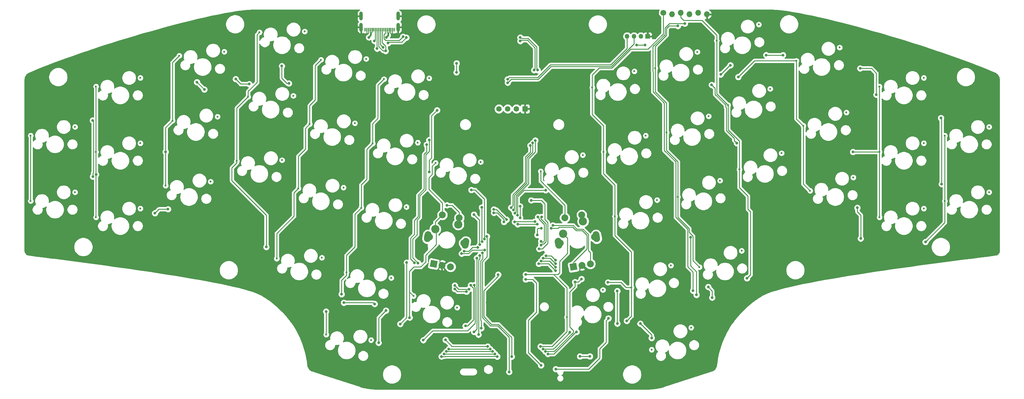
<source format=gtl>
%TF.GenerationSoftware,KiCad,Pcbnew,(5.1.10)-1*%
%TF.CreationDate,2021-05-20T23:11:24+09:00*%
%TF.ProjectId,yacc46,79616363-3436-42e6-9b69-6361645f7063,rev?*%
%TF.SameCoordinates,Original*%
%TF.FileFunction,Copper,L1,Top*%
%TF.FilePolarity,Positive*%
%FSLAX46Y46*%
G04 Gerber Fmt 4.6, Leading zero omitted, Abs format (unit mm)*
G04 Created by KiCad (PCBNEW (5.1.10)-1) date 2021-05-20 23:11:24*
%MOMM*%
%LPD*%
G01*
G04 APERTURE LIST*
%TA.AperFunction,ComponentPad*%
%ADD10O,1.000000X2.550000*%
%TD*%
%TA.AperFunction,SMDPad,CuDef*%
%ADD11R,0.300000X1.100000*%
%TD*%
%TA.AperFunction,ComponentPad*%
%ADD12C,1.600000*%
%TD*%
%TA.AperFunction,ComponentPad*%
%ADD13R,1.600000X1.600000*%
%TD*%
%TA.AperFunction,ComponentPad*%
%ADD14C,0.600000*%
%TD*%
%TA.AperFunction,ComponentPad*%
%ADD15O,1.700000X1.700000*%
%TD*%
%TA.AperFunction,ComponentPad*%
%ADD16C,1.700000*%
%TD*%
%TA.AperFunction,ComponentPad*%
%ADD17R,1.350000X1.350000*%
%TD*%
%TA.AperFunction,ComponentPad*%
%ADD18O,1.350000X1.350000*%
%TD*%
%TA.AperFunction,ComponentPad*%
%ADD19C,2.400000*%
%TD*%
%TA.AperFunction,ComponentPad*%
%ADD20C,2.000000*%
%TD*%
%TA.AperFunction,ComponentPad*%
%ADD21C,0.100000*%
%TD*%
%TA.AperFunction,ViaPad*%
%ADD22C,0.800000*%
%TD*%
%TA.AperFunction,Conductor*%
%ADD23C,0.250000*%
%TD*%
%TA.AperFunction,Conductor*%
%ADD24C,0.500000*%
%TD*%
%TA.AperFunction,Conductor*%
%ADD25C,0.254000*%
%TD*%
%TA.AperFunction,Conductor*%
%ADD26C,0.100000*%
%TD*%
G04 APERTURE END LIST*
D10*
%TO.P,J1,S1*%
%TO.N,GND*%
X123000000Y-31730000D03*
X133800000Y-31730000D03*
X123000000Y-28500000D03*
X133800000Y-28500000D03*
D11*
%TO.P,J1,A12*%
X124650000Y-32450000D03*
%TO.P,J1,*%
%TO.N,*%
X124150000Y-32450000D03*
%TO.P,J1,A9*%
%TO.N,UVBUS*%
X125650000Y-32450000D03*
%TO.P,J1,A8*%
%TO.N,N/C*%
X126650000Y-32450000D03*
%TO.P,J1,B1*%
%TO.N,GND*%
X125150000Y-32450000D03*
%TO.P,J1,B4*%
%TO.N,UVBUS*%
X126150000Y-32450000D03*
%TO.P,J1,A7*%
%TO.N,UDN*%
X127650000Y-32450000D03*
%TO.P,J1,B5*%
%TO.N,Net-(J1-PadB5)*%
X127150000Y-32450000D03*
%TO.P,J1,B7*%
%TO.N,UDN*%
X128650000Y-32450000D03*
%TO.P,J1,B6*%
%TO.N,UDP*%
X128150000Y-32450000D03*
%TO.P,J1,B8*%
%TO.N,N/C*%
X129650000Y-32450000D03*
%TO.P,J1,A6*%
%TO.N,UDP*%
X129150000Y-32450000D03*
%TO.P,J1,B9*%
%TO.N,UVBUS*%
X130650000Y-32450000D03*
%TO.P,J1,A5*%
%TO.N,Net-(J1-PadA5)*%
X130150000Y-32450000D03*
%TO.P,J1,B12*%
%TO.N,GND*%
X131650000Y-32450000D03*
%TO.P,J1,A4*%
%TO.N,UVBUS*%
X131150000Y-32450000D03*
%TO.P,J1,A1*%
%TO.N,GND*%
X132150000Y-32450000D03*
%TO.P,J1,*%
%TO.N,*%
X132650000Y-32450000D03*
%TD*%
D12*
%TO.P,J2,4*%
%TO.N,SDA*%
X163190000Y-55530000D03*
%TO.P,J2,3*%
%TO.N,SCL*%
X165730000Y-55530000D03*
%TO.P,J2,2*%
%TO.N,VBUS*%
X168270000Y-55530000D03*
D13*
%TO.P,J2,1*%
%TO.N,GND*%
X170810000Y-55530000D03*
%TD*%
D14*
%TO.P,SW29,2*%
%TO.N,Net-(D29-Pad2)*%
X187634784Y-68993574D03*
%TO.P,SW29,1*%
%TO.N,COL6*%
X175345241Y-73739736D03*
%TD*%
D15*
%TO.P,J4,6*%
%TO.N,GND*%
X223824800Y-27965400D03*
%TO.P,J4,5*%
%TO.N,RESET*%
X221284800Y-27508200D03*
%TO.P,J4,4*%
%TO.N,COL4*%
X218744800Y-27965400D03*
%TO.P,J4,3*%
%TO.N,COL3*%
X216204800Y-27508200D03*
%TO.P,J4,2*%
%TO.N,VBUS*%
X213664800Y-27965400D03*
D16*
%TO.P,J4,1*%
%TO.N,COL5*%
X211124800Y-27508200D03*
%TD*%
D17*
%TO.P,J5,4*%
%TO.N,GND*%
X206552800Y-34391600D03*
D18*
%TO.P,J5,3*%
%TO.N,VBUS*%
X204552800Y-34391600D03*
%TO.P,J5,2*%
%TO.N,SCL*%
X202552800Y-34391600D03*
%TO.P,J5,1*%
%TO.N,SDA*%
X200552800Y-34391600D03*
%TD*%
D14*
%TO.P,SW1,2*%
%TO.N,Net-(D1-Pad2)*%
X58642000Y-46495000D03*
%TO.P,SW1,1*%
%TO.N,COL1*%
X45715000Y-49035000D03*
%TD*%
%TO.P,SW2,1*%
%TO.N,COL2*%
X69995304Y-40039858D03*
%TO.P,SW2,2*%
%TO.N,Net-(D2-Pad2)*%
X83116991Y-38865012D03*
%TD*%
%TO.P,SW3,1*%
%TO.N,COL3*%
X93380267Y-33214266D03*
%TO.P,SW3,2*%
%TO.N,Net-(D3-Pad2)*%
X106551944Y-32957604D03*
%TD*%
%TO.P,SW4,2*%
%TO.N,Net-(D4-Pad2)*%
X124485532Y-40955749D03*
%TO.P,SW4,1*%
%TO.N,COL4*%
X111313855Y-41212411D03*
%TD*%
%TO.P,SW5,1*%
%TO.N,COL5*%
X129660943Y-46865482D03*
%TO.P,SW5,2*%
%TO.N,Net-(D5-Pad2)*%
X142832620Y-46608820D03*
%TD*%
%TO.P,SW6,2*%
%TO.N,Net-(D6-Pad2)*%
X39592000Y-60782500D03*
%TO.P,SW6,1*%
%TO.N,COL0*%
X26665000Y-63322500D03*
%TD*%
%TO.P,SW7,1*%
%TO.N,COL1*%
X45715000Y-68085000D03*
%TO.P,SW7,2*%
%TO.N,Net-(D7-Pad2)*%
X58642000Y-65545000D03*
%TD*%
%TO.P,SW8,1*%
%TO.N,COL2*%
X68004036Y-58985500D03*
%TO.P,SW8,2*%
%TO.N,Net-(D8-Pad2)*%
X81125723Y-57810654D03*
%TD*%
%TO.P,SW9,2*%
%TO.N,Net-(D9-Pad2)*%
X103243946Y-51718192D03*
%TO.P,SW9,1*%
%TO.N,COL3*%
X90072269Y-51974854D03*
%TD*%
%TO.P,SW10,1*%
%TO.N,COL4*%
X108005857Y-59972999D03*
%TO.P,SW10,2*%
%TO.N,Net-(D10-Pad2)*%
X121177534Y-59716337D03*
%TD*%
%TO.P,SW11,1*%
%TO.N,COL5*%
X126352945Y-65626070D03*
%TO.P,SW11,2*%
%TO.N,Net-(D11-Pad2)*%
X139524622Y-65369408D03*
%TD*%
%TO.P,SW12,2*%
%TO.N,Net-(D12-Pad2)*%
X157871710Y-71022479D03*
%TO.P,SW12,1*%
%TO.N,COL6*%
X144700033Y-71279141D03*
%TD*%
%TO.P,SW13,2*%
%TO.N,Net-(D13-Pad2)*%
X39592000Y-79832500D03*
%TO.P,SW13,1*%
%TO.N,COL0*%
X26665000Y-82372500D03*
%TD*%
%TO.P,SW14,2*%
%TO.N,Net-(D14-Pad2)*%
X58642000Y-84595000D03*
%TO.P,SW14,1*%
%TO.N,COL1*%
X45715000Y-87135000D03*
%TD*%
%TO.P,SW15,2*%
%TO.N,Net-(D15-Pad2)*%
X79134456Y-76756296D03*
%TO.P,SW15,1*%
%TO.N,COL2*%
X66012769Y-77931142D03*
%TD*%
%TO.P,SW16,1*%
%TO.N,COL3*%
X86764271Y-70735442D03*
%TO.P,SW16,2*%
%TO.N,Net-(D16-Pad2)*%
X99935948Y-70478780D03*
%TD*%
%TO.P,SW17,2*%
%TO.N,Net-(D17-Pad2)*%
X117869536Y-78476924D03*
%TO.P,SW17,1*%
%TO.N,COL4*%
X104697859Y-78733586D03*
%TD*%
%TO.P,SW18,2*%
%TO.N,Net-(D18-Pad2)*%
X136216624Y-84129996D03*
%TO.P,SW18,1*%
%TO.N,COL5*%
X123044947Y-84386658D03*
%TD*%
D19*
%TO.P,SW19,S2*%
%TO.N,Net-(D19-Pad2)*%
X151311876Y-89209681D03*
%TO.P,SW19,S1*%
%TO.N,COL6*%
X144617281Y-90608427D03*
D20*
%TO.P,SW19,*%
%TO.N,*%
X142925509Y-92889305D03*
X152931155Y-94653571D03*
%TA.AperFunction,ComponentPad*%
D21*
%TO.P,SW19,A*%
%TO.N,ENCL1*%
G36*
X144975111Y-101881832D02*
G01*
X143005495Y-101534536D01*
X143352791Y-99564920D01*
X145322407Y-99912216D01*
X144975111Y-101881832D01*
G37*
%TD.AperFunction*%
D20*
%TO.P,SW19,C*%
%TO.N,GND*%
X146625971Y-101157496D03*
%TO.P,SW19,B*%
%TO.N,ENCL2*%
X149087990Y-101591617D03*
%TO.P,SW19,*%
%TO.N,*%
%TA.AperFunction,ComponentPad*%
G36*
G01*
X142135572Y-94374701D02*
X142135572Y-94374701D01*
G75*
G02*
X141324412Y-93216245I173648J984808D01*
G01*
X141532790Y-92034475D01*
G75*
G02*
X142691246Y-91223315I984808J-173648D01*
G01*
X142691246Y-91223315D01*
G75*
G02*
X143502406Y-92381771I-173648J-984808D01*
G01*
X143294028Y-93563541D01*
G75*
G02*
X142135572Y-94374701I-984808J173648D01*
G01*
G37*
%TD.AperFunction*%
%TA.AperFunction,ComponentPad*%
G36*
G01*
X153165418Y-96319561D02*
X153165418Y-96319561D01*
G75*
G02*
X152354258Y-95161105I173648J984808D01*
G01*
X152562636Y-93979335D01*
G75*
G02*
X153721092Y-93168175I984808J-173648D01*
G01*
X153721092Y-93168175D01*
G75*
G02*
X154532252Y-94326631I-173648J-984808D01*
G01*
X154323874Y-95508401D01*
G75*
G02*
X153165418Y-96319561I-984808J173648D01*
G01*
G37*
%TD.AperFunction*%
%TO.P,SW19,S1*%
%TO.N,COL6*%
X146681850Y-86443663D03*
%TO.P,SW19,S2*%
%TO.N,Net-(D19-Pad2)*%
X151605889Y-87311904D03*
%TD*%
D14*
%TO.P,SW20,1*%
%TO.N,COL4*%
X98397586Y-99196287D03*
%TO.P,SW20,2*%
%TO.N,Net-(D20-Pad2)*%
X111569263Y-98939625D03*
%TD*%
%TO.P,SW21,1*%
%TO.N,COL5*%
X118709046Y-103241793D03*
%TO.P,SW21,2*%
%TO.N,Net-(D21-Pad2)*%
X131788256Y-104820772D03*
%TD*%
%TO.P,SW22,2*%
%TO.N,Net-(D22-Pad2)*%
X150991983Y-113458624D03*
%TO.P,SW22,1*%
%TO.N,COL6*%
X138259810Y-110074738D03*
%TD*%
%TO.P,SW23,1*%
%TO.N,COL3*%
X112822272Y-121359419D03*
%TO.P,SW23,2*%
%TO.N,Net-(D23-Pad2)*%
X125901482Y-122938398D03*
%TD*%
%TO.P,SW24,1*%
%TO.N,COL5*%
X190384331Y-49326077D03*
%TO.P,SW24,2*%
%TO.N,Net-(D24-Pad2)*%
X202673874Y-44579915D03*
%TD*%
%TO.P,SW25,2*%
%TO.N,Net-(D25-Pad2)*%
X221020962Y-38926844D03*
%TO.P,SW25,1*%
%TO.N,COL4*%
X208731419Y-43673006D03*
%TD*%
%TO.P,SW26,1*%
%TO.N,COL3*%
X226665007Y-35674861D03*
%TO.P,SW26,2*%
%TO.N,Net-(D26-Pad2)*%
X238954550Y-30928699D03*
%TD*%
%TO.P,SW27,2*%
%TO.N,Net-(D27-Pad2)*%
X262503003Y-37643701D03*
%TO.P,SW27,1*%
%TO.N,COL2*%
X249912321Y-41521027D03*
%TD*%
%TO.P,SW28,1*%
%TO.N,COL1*%
X274115000Y-49035000D03*
%TO.P,SW28,2*%
%TO.N,Net-(D28-Pad2)*%
X287042000Y-46495000D03*
%TD*%
%TO.P,SW30,1*%
%TO.N,COL5*%
X193692329Y-68086665D03*
%TO.P,SW30,2*%
%TO.N,Net-(D30-Pad2)*%
X205981872Y-63340503D03*
%TD*%
%TO.P,SW31,2*%
%TO.N,Net-(D31-Pad2)*%
X224328960Y-57687432D03*
%TO.P,SW31,1*%
%TO.N,COL4*%
X212039417Y-62433594D03*
%TD*%
%TO.P,SW32,1*%
%TO.N,COL3*%
X229973005Y-54435449D03*
%TO.P,SW32,2*%
%TO.N,Net-(D32-Pad2)*%
X242262548Y-49689287D03*
%TD*%
%TO.P,SW33,2*%
%TO.N,Net-(D33-Pad2)*%
X264494271Y-56589343D03*
%TO.P,SW33,1*%
%TO.N,COL2*%
X251903589Y-60466669D03*
%TD*%
%TO.P,SW34,1*%
%TO.N,COL1*%
X274115000Y-68085000D03*
%TO.P,SW34,2*%
%TO.N,Net-(D34-Pad2)*%
X287042000Y-65545000D03*
%TD*%
%TO.P,SW35,2*%
%TO.N,Net-(D35-Pad2)*%
X306092000Y-60782500D03*
%TO.P,SW35,1*%
%TO.N,COL0*%
X293165000Y-63322500D03*
%TD*%
D20*
%TO.P,SW36,S2*%
%TO.N,Net-(D36-Pad2)*%
X187318150Y-86443663D03*
%TO.P,SW36,S1*%
%TO.N,COL6*%
X182394111Y-87311904D03*
%TO.P,SW36,*%
%TO.N,*%
%TA.AperFunction,ComponentPad*%
G36*
G01*
X191864428Y-94374701D02*
X191864428Y-94374701D01*
G75*
G02*
X190705972Y-93563541I-173648J984808D01*
G01*
X190497594Y-92381771D01*
G75*
G02*
X191308754Y-91223315I984808J173648D01*
G01*
X191308754Y-91223315D01*
G75*
G02*
X192467210Y-92034475I173648J-984808D01*
G01*
X192675588Y-93216245D01*
G75*
G02*
X191864428Y-94374701I-984808J-173648D01*
G01*
G37*
%TD.AperFunction*%
%TA.AperFunction,ComponentPad*%
G36*
G01*
X180834582Y-96319561D02*
X180834582Y-96319561D01*
G75*
G02*
X179676126Y-95508401I-173648J984808D01*
G01*
X179467748Y-94326631D01*
G75*
G02*
X180278908Y-93168175I984808J173648D01*
G01*
X180278908Y-93168175D01*
G75*
G02*
X181437364Y-93979335I173648J-984808D01*
G01*
X181645742Y-95161105D01*
G75*
G02*
X180834582Y-96319561I-984808J-173648D01*
G01*
G37*
%TD.AperFunction*%
%TO.P,SW36,B*%
%TO.N,ENCR2*%
X189836049Y-100723376D03*
%TO.P,SW36,C*%
%TO.N,GND*%
X187374029Y-101157496D03*
%TA.AperFunction,ComponentPad*%
D21*
%TO.P,SW36,A*%
%TO.N,ENCR1*%
G36*
X186070466Y-102402777D02*
G01*
X184100850Y-102750073D01*
X183753554Y-100780457D01*
X185723170Y-100433161D01*
X186070466Y-102402777D01*
G37*
%TD.AperFunction*%
D20*
%TO.P,SW36,*%
%TO.N,*%
X191074491Y-92889305D03*
X181068845Y-94653571D03*
D19*
%TO.P,SW36,S1*%
%TO.N,COL6*%
X181878484Y-91931626D03*
%TO.P,SW36,S2*%
%TO.N,Net-(D36-Pad2)*%
X187690947Y-88327548D03*
%TD*%
D14*
%TO.P,SW37,1*%
%TO.N,COL5*%
X197000327Y-86847253D03*
%TO.P,SW37,2*%
%TO.N,Net-(D37-Pad2)*%
X209289870Y-82101091D03*
%TD*%
%TO.P,SW38,2*%
%TO.N,Net-(D38-Pad2)*%
X227636958Y-76448019D03*
%TO.P,SW38,1*%
%TO.N,COL4*%
X215347415Y-81194181D03*
%TD*%
%TO.P,SW39,1*%
%TO.N,COL3*%
X233281003Y-73196037D03*
%TO.P,SW39,2*%
%TO.N,Net-(D39-Pad2)*%
X245570546Y-68449875D03*
%TD*%
%TO.P,SW40,2*%
%TO.N,Net-(D40-Pad2)*%
X266485538Y-75534985D03*
%TO.P,SW40,1*%
%TO.N,COL2*%
X253894856Y-79412311D03*
%TD*%
%TO.P,SW41,1*%
%TO.N,COL1*%
X274115000Y-87135000D03*
%TO.P,SW41,2*%
%TO.N,Net-(D41-Pad2)*%
X287042000Y-84595000D03*
%TD*%
%TO.P,SW42,2*%
%TO.N,Net-(D42-Pad2)*%
X306092000Y-79832500D03*
%TO.P,SW42,1*%
%TO.N,COL0*%
X293165000Y-82372500D03*
%TD*%
%TO.P,SW43,1*%
%TO.N,COL6*%
X183004278Y-116286457D03*
%TO.P,SW43,2*%
%TO.N,Net-(D43-Pad2)*%
X193509526Y-108336696D03*
%TD*%
%TO.P,SW44,2*%
%TO.N,Net-(D44-Pad2)*%
X213323888Y-101210218D03*
%TO.P,SW44,1*%
%TO.N,COL5*%
X201814483Y-107620564D03*
%TD*%
%TO.P,SW45,1*%
%TO.N,COL4*%
X221647688Y-101656882D03*
%TO.P,SW45,2*%
%TO.N,Net-(D45-Pad2)*%
X233937231Y-96910720D03*
%TD*%
%TO.P,SW46,2*%
%TO.N,Net-(D46-Pad2)*%
X219210662Y-119327844D03*
%TO.P,SW46,1*%
%TO.N,COL3*%
X207701257Y-125738190D03*
%TD*%
D22*
%TO.N,GND*%
X163626800Y-93268800D03*
X170383200Y-100177600D03*
X198050000Y-36000000D03*
X170789600Y-44399200D03*
X170637200Y-130556000D03*
X188569600Y-121513600D03*
X172450000Y-85000000D03*
X178300000Y-82650000D03*
X184912000Y-80391000D03*
X173812200Y-76454000D03*
X294837800Y-68531800D03*
X296164000Y-89027000D03*
X277952200Y-72720200D03*
X255900000Y-68350000D03*
X266800000Y-87950000D03*
X238048800Y-79298800D03*
X233730800Y-60756800D03*
X230835200Y-40360600D03*
X211455000Y-48539400D03*
X216306400Y-68148200D03*
X219837000Y-85191600D03*
X226517200Y-105816400D03*
X234772200Y-109220000D03*
X203809600Y-112268000D03*
X203400000Y-119800000D03*
X212623400Y-93548200D03*
X197942200Y-73202800D03*
X208610200Y-89916000D03*
X194310000Y-54051200D03*
X186613800Y-76758800D03*
X191262000Y-96189800D03*
X186893200Y-108483400D03*
X37261800Y-71221600D03*
X37515800Y-91236800D03*
X56261000Y-91998800D03*
X49530000Y-72542400D03*
X56743600Y-55422800D03*
X79857600Y-45491400D03*
X71323200Y-64287400D03*
X73837800Y-73304400D03*
X78054200Y-87426800D03*
X89382600Y-77266800D03*
X99872800Y-62128400D03*
X91135200Y-58140600D03*
X114300000Y-47269400D03*
X110337600Y-65963800D03*
X106680000Y-84429600D03*
X116611400Y-90271600D03*
X108737400Y-106527600D03*
X121107200Y-108813600D03*
X125450000Y-89750000D03*
X132130800Y-52908200D03*
X152146000Y-80822800D03*
X140200000Y-97950000D03*
X145161000Y-108077000D03*
X166450000Y-114650000D03*
X143200000Y-81900000D03*
X172974000Y-102539800D03*
X166611300Y-40220900D03*
X130950000Y-41550000D03*
X131800600Y-37871400D03*
X123800000Y-36200000D03*
X49225200Y-44196000D03*
X179781200Y-106451400D03*
X176961800Y-110337600D03*
X181050000Y-118850000D03*
X178400000Y-121450000D03*
X184650000Y-125000000D03*
X194750000Y-125750000D03*
X221742000Y-95758000D03*
X229641400Y-85877400D03*
X246250000Y-81950000D03*
X272600000Y-96350000D03*
X268850000Y-72550000D03*
X272821400Y-62941200D03*
X165811200Y-107365800D03*
X111750000Y-34750000D03*
X112500000Y-30650000D03*
X71650000Y-47500000D03*
X87300000Y-43900000D03*
X95350000Y-38500000D03*
X119350000Y-51350000D03*
X98600000Y-85000000D03*
X127150000Y-98550000D03*
X161650000Y-51800000D03*
X163500000Y-60200000D03*
X176850000Y-61600000D03*
X179650000Y-67150000D03*
X266196200Y-34903800D03*
X248700000Y-97050000D03*
X193450000Y-132150000D03*
X164400000Y-132750000D03*
X145200000Y-130000000D03*
X205150000Y-42250000D03*
X69200000Y-83150000D03*
X57100000Y-77250000D03*
X271850000Y-80150000D03*
X152950000Y-37050000D03*
X158550000Y-32300000D03*
X136650000Y-41550000D03*
X139300000Y-35350000D03*
X148150000Y-33350000D03*
X162400000Y-33350000D03*
X163395200Y-37004800D03*
X165904200Y-72754200D03*
X160850000Y-83100000D03*
X155000000Y-103200000D03*
X161250000Y-102400000D03*
X190150000Y-124650000D03*
X184000000Y-129800000D03*
X98250000Y-43800000D03*
X83850000Y-54900000D03*
X30400000Y-87650000D03*
X230100000Y-49350000D03*
X222250000Y-52700000D03*
X206550000Y-57950000D03*
X218500000Y-74450000D03*
X210800000Y-75150000D03*
X229400000Y-69400000D03*
X236850000Y-68250000D03*
X252900000Y-52650000D03*
X245850000Y-50150000D03*
X269000000Y-53700000D03*
X269670000Y-45380000D03*
X278100000Y-62300000D03*
X290750000Y-71500000D03*
X295700000Y-75850000D03*
X290600000Y-85000000D03*
X298200000Y-94200000D03*
X223450000Y-114900000D03*
X154300000Y-110550000D03*
X159750000Y-112000000D03*
X175412400Y-116230400D03*
X150650000Y-110300000D03*
X119250000Y-114450000D03*
X108550000Y-118900000D03*
X188200000Y-35200000D03*
X188650000Y-44900000D03*
X131750000Y-116500000D03*
X126800000Y-114900000D03*
X134450000Y-112100000D03*
X118050000Y-118650000D03*
X116750000Y-95450000D03*
X130550000Y-77350000D03*
X114550000Y-72500000D03*
X147650000Y-66050000D03*
X137700000Y-58150000D03*
X164200000Y-85350000D03*
X175850000Y-104950000D03*
X172400000Y-107800000D03*
X178650000Y-39350000D03*
X287450000Y-58000000D03*
X292150000Y-56550000D03*
X276300000Y-76500000D03*
X96900000Y-94450000D03*
X97750000Y-88850000D03*
X90300000Y-88900000D03*
X90450000Y-94500000D03*
X66050000Y-52700000D03*
X134200000Y-94050000D03*
X179700000Y-87500000D03*
X184900000Y-87800000D03*
X233550000Y-99700000D03*
X270900000Y-91800000D03*
X276850000Y-83800000D03*
X213650000Y-32950000D03*
X213450000Y-39500000D03*
X153200000Y-40900000D03*
X153350000Y-45400000D03*
X147150000Y-45250000D03*
X148150000Y-41300000D03*
X135850000Y-45050000D03*
X119450000Y-34800000D03*
X118000000Y-38100000D03*
X99500000Y-30500000D03*
X90950000Y-38500000D03*
X68400000Y-86150000D03*
X129700000Y-126300000D03*
X210700000Y-120150000D03*
X204500000Y-100750000D03*
X200000000Y-104100000D03*
X184550000Y-97050000D03*
X154250000Y-86350000D03*
X149000000Y-87350000D03*
X155600000Y-91350000D03*
X160600000Y-87500000D03*
X162450000Y-120000000D03*
%TO.N,AREF*%
X169350000Y-83950000D03*
X169350000Y-87300000D03*
%TO.N,UCAP*%
X174904400Y-96367600D03*
X172600000Y-82200000D03*
%TO.N,ROWL0*%
X158919495Y-93501431D03*
X155143200Y-79197200D03*
X142849600Y-73914000D03*
X86450000Y-46850000D03*
X90400000Y-48300000D03*
X145150000Y-55950000D03*
%TO.N,ROWL1*%
X158292800Y-94284800D03*
X158191200Y-84277200D03*
%TO.N,ROWL2*%
X157632400Y-95097600D03*
X62890400Y-85953600D03*
X66700400Y-84785200D03*
X155900000Y-86350000D03*
%TO.N,Net-(D19-Pad2)*%
X148050000Y-83629498D03*
%TO.N,ROWL3*%
X117957600Y-112064800D03*
X126949200Y-112420400D03*
X153416000Y-118821200D03*
X130250000Y-114350000D03*
X154986780Y-106953109D03*
X128100000Y-123750000D03*
%TO.N,ROWR2*%
X267665200Y-84378800D03*
X174345600Y-92303600D03*
X175514000Y-90373200D03*
X268650000Y-93350000D03*
%TO.N,ROWR3*%
X176884186Y-98353200D03*
X179711723Y-99664300D03*
X224200000Y-107450000D03*
X225350000Y-110550000D03*
%TO.N,UDP*%
X130149600Y-38658800D03*
X169400000Y-34725000D03*
X174475000Y-44250000D03*
%TO.N,UDN*%
X129438400Y-37642800D03*
X127669015Y-37980985D03*
X169400000Y-35775000D03*
X173425000Y-44250000D03*
%TO.N,UVBUS*%
X125272800Y-34696400D03*
X130352800Y-34696400D03*
%TO.N,Net-(J1-PadA5)*%
X135229600Y-34493200D03*
%TO.N,Net-(J1-PadB5)*%
X126847600Y-35712400D03*
X130860800Y-36339000D03*
X136200978Y-34764200D03*
%TO.N,SDA*%
X154432000Y-108102400D03*
X150317200Y-107035600D03*
X142832600Y-64617600D03*
X165694904Y-46901999D03*
X139609869Y-100480038D03*
%TO.N,SCL*%
X153722629Y-108830600D03*
X150303886Y-108052117D03*
X142104400Y-65989200D03*
X165735000Y-47904400D03*
X138550000Y-100450000D03*
%TO.N,JOYSTX*%
X157581600Y-98298000D03*
X157226000Y-121374000D03*
%TO.N,JOYSTBT*%
X158343600Y-97536000D03*
X158038800Y-119461200D03*
%TO.N,JOYSTY*%
X156718000Y-99046800D03*
X155905200Y-120548400D03*
%TO.N,RESET*%
X175463200Y-130302000D03*
X170992800Y-105257600D03*
X195100000Y-116621800D03*
X179750000Y-131400000D03*
X219774984Y-108575016D03*
X217400000Y-30650000D03*
%TO.N,LED*%
X141122400Y-122986800D03*
X155989800Y-106934000D03*
%TO.N,Net-(LED1-Pad2)*%
X134400000Y-118250000D03*
X136300000Y-100350000D03*
%TO.N,Net-(LED4-Pad2)*%
X44750000Y-58900000D03*
X44800000Y-75300000D03*
%TO.N,Net-(LED5-Pad2)*%
X75150000Y-47750000D03*
X77300000Y-49900000D03*
%TO.N,Net-(LED6-Pad2)*%
X150800000Y-44900000D03*
X150850000Y-42250000D03*
X99900000Y-43050000D03*
X101950000Y-48120610D03*
%TO.N,Net-(LED8-Pad2)*%
X203350000Y-36900000D03*
X205750000Y-36900000D03*
%TO.N,Net-(LED10-Pad2)*%
X292252400Y-77477600D03*
X292050000Y-58200000D03*
%TO.N,Net-(LED13-Pad2)*%
X219049600Y-93014800D03*
X220776800Y-109776800D03*
%TO.N,DN*%
X175463200Y-94175000D03*
X174575000Y-87050000D03*
%TO.N,DP*%
X175463200Y-95225000D03*
X175625000Y-87050000D03*
%TO.N,HWB*%
X159664400Y-92710000D03*
X166175000Y-132225000D03*
%TO.N,COL1*%
X164653200Y-88493600D03*
X45728200Y-74665000D03*
X266400000Y-68100000D03*
X161700000Y-85850000D03*
X172319651Y-66236266D03*
X225200000Y-48550000D03*
X232552803Y-65525268D03*
X166709868Y-84326926D03*
%TO.N,COL2*%
X165390145Y-87812920D03*
X66012769Y-68099231D03*
X232950000Y-46250000D03*
X161700000Y-84846797D03*
X173047851Y-65500000D03*
X167440389Y-85014496D03*
%TO.N,COL3*%
X176072800Y-99110800D03*
X162032322Y-127000200D03*
X197688200Y-108635800D03*
X95350000Y-95800000D03*
X177473711Y-127000200D03*
X185800000Y-120565400D03*
X207701257Y-122348743D03*
X204400000Y-118150000D03*
X197695468Y-118145468D03*
X179716676Y-100699084D03*
X235500000Y-104919820D03*
X147208958Y-127015082D03*
X112775351Y-114624649D03*
%TO.N,COL4*%
X175463200Y-99923600D03*
X179679600Y-101701600D03*
X185369200Y-106036600D03*
X161309860Y-126272000D03*
X176756236Y-126272000D03*
X187245794Y-105130181D03*
X147883874Y-126272854D03*
X215330100Y-31380100D03*
%TO.N,COL5*%
X174802800Y-100685600D03*
X179666286Y-102718117D03*
X194970400Y-106121200D03*
X117314251Y-109558549D03*
X160609909Y-125543800D03*
X183845200Y-120650000D03*
X176050000Y-125543800D03*
X200450000Y-117350000D03*
X148573000Y-125543800D03*
%TO.N,COL0*%
X162961381Y-103863890D03*
X287528000Y-94335600D03*
X186800000Y-127700000D03*
X189700000Y-127700000D03*
X146440301Y-127743282D03*
X162696187Y-127752328D03*
X166897672Y-127752328D03*
%TO.N,COL6*%
X170992800Y-103835200D03*
X159867600Y-124815600D03*
X175300000Y-124815600D03*
X137150000Y-116400000D03*
X147600000Y-122900000D03*
%TO.N,ENCL1*%
X156972000Y-95910400D03*
X153009600Y-97028000D03*
%TO.N,ENCL2*%
X159004001Y-96672400D03*
X152300229Y-97756200D03*
%TO.N,ENCR2*%
X167792400Y-88493600D03*
X178907327Y-89502177D03*
X173685200Y-88392000D03*
%TO.N,ENCR1*%
X168656000Y-89204800D03*
X178409600Y-90373200D03*
X174345600Y-89204800D03*
%TO.N,ROWR0*%
X268478000Y-43738800D03*
X245973600Y-39878000D03*
X227838000Y-45516800D03*
X230682800Y-42824400D03*
X173776051Y-64743625D03*
X167830042Y-85962136D03*
X241100000Y-39850000D03*
X273202400Y-51402400D03*
%TO.N,ROWR1*%
X176800000Y-79250000D03*
X168621799Y-86578201D03*
%TD*%
D23*
%TO.N,GND*%
X123000000Y-31730000D02*
X123000000Y-32880800D01*
X132150000Y-32350000D02*
X132150000Y-32480400D01*
D24*
X201625200Y-31191200D02*
X205435200Y-31191200D01*
X206552800Y-32308800D02*
X206552800Y-34391600D01*
X205435200Y-31191200D02*
X206552800Y-32308800D01*
X170789600Y-44399200D02*
X166611300Y-40220900D01*
X170383200Y-100025200D02*
X170383200Y-100177600D01*
X170637200Y-130556000D02*
X170637200Y-116789200D01*
D23*
X123000000Y-33450000D02*
X123000000Y-31730000D01*
X123027200Y-33477200D02*
X123000000Y-33450000D01*
D24*
X73476800Y-87426800D02*
X69200000Y-83150000D01*
X78054200Y-87426800D02*
X73476800Y-87426800D01*
X269950000Y-80150000D02*
X271850000Y-80150000D01*
X265750000Y-84350000D02*
X269950000Y-80150000D01*
X158550000Y-33200000D02*
X158550000Y-32300000D01*
X154750000Y-37000000D02*
X158550000Y-33200000D01*
X163390400Y-37000000D02*
X163395200Y-37004800D01*
X154750000Y-37000000D02*
X163390400Y-37000000D01*
X163395200Y-37004800D02*
X166611300Y-40220900D01*
X164693600Y-73964800D02*
X165904200Y-72754200D01*
X146625971Y-101157496D02*
X146625971Y-102675971D01*
X146625971Y-102675971D02*
X147950000Y-104000000D01*
X154650000Y-104000000D02*
X155600000Y-103050000D01*
X147950000Y-104000000D02*
X154650000Y-104000000D01*
X179781200Y-107518200D02*
X176961800Y-110337600D01*
X179781200Y-106451400D02*
X179781200Y-107518200D01*
X184000000Y-128729600D02*
X183997600Y-128727200D01*
X184000000Y-129800000D02*
X184000000Y-128729600D01*
D23*
X131650000Y-33600000D02*
X132100000Y-34050000D01*
X133800000Y-33650000D02*
X133800000Y-31730000D01*
X133400000Y-34050000D02*
X133800000Y-33650000D01*
X132150000Y-33800000D02*
X132400000Y-34050000D01*
X132400000Y-34050000D02*
X133400000Y-34050000D01*
X132100000Y-34050000D02*
X132400000Y-34050000D01*
D24*
X189350000Y-106026600D02*
X186893200Y-108483400D01*
X189350000Y-103133467D02*
X189350000Y-106026600D01*
X187374029Y-101157496D02*
X189350000Y-103133467D01*
X164693600Y-84456400D02*
X164693600Y-73964800D01*
X183997600Y-125652400D02*
X184650000Y-125000000D01*
X183997600Y-128727200D02*
X183997600Y-125652400D01*
X188136400Y-121513600D02*
X188569600Y-121513600D01*
X184650000Y-125000000D02*
X188136400Y-121513600D01*
X175677200Y-128727200D02*
X183997600Y-128727200D01*
X174091600Y-127141600D02*
X175677200Y-128727200D01*
X175412400Y-116230400D02*
X174091600Y-117551200D01*
X174091600Y-117551200D02*
X174091600Y-127141600D01*
D23*
X131650000Y-33600000D02*
X131650000Y-32450000D01*
X132150000Y-32450000D02*
X132150000Y-33800000D01*
X125150000Y-32450000D02*
X125150000Y-33400000D01*
X125150000Y-33400000D02*
X124800000Y-33750000D01*
X123300000Y-33750000D02*
X123027200Y-33477200D01*
X124650000Y-33600000D02*
X124500000Y-33750000D01*
X124650000Y-32450000D02*
X124650000Y-33600000D01*
X124500000Y-33750000D02*
X123300000Y-33750000D01*
X124800000Y-33750000D02*
X124500000Y-33750000D01*
D24*
X164693600Y-84856400D02*
X164200000Y-85350000D01*
X164693600Y-84456400D02*
X164693600Y-84856400D01*
X265750000Y-84350000D02*
X264044800Y-86055200D01*
X256108200Y-86055200D02*
X264044800Y-86055200D01*
D23*
%TO.N,AREF*%
X169350000Y-83950000D02*
X169350000Y-87300000D01*
%TO.N,UCAP*%
X176600000Y-87850000D02*
X176600000Y-86600000D01*
X177393600Y-88643600D02*
X176600000Y-87850000D01*
X177393600Y-94742000D02*
X177393600Y-88643600D01*
X175768000Y-96367600D02*
X177393600Y-94742000D01*
X174904400Y-96367600D02*
X175768000Y-96367600D01*
X172600000Y-82200000D02*
X175550000Y-82200000D01*
X176600000Y-83250000D02*
X176600000Y-86600000D01*
X175550000Y-82200000D02*
X176600000Y-83250000D01*
%TO.N,ROWL0*%
X158919495Y-93501431D02*
X158919495Y-81855895D01*
X158919495Y-81855895D02*
X156210000Y-79146400D01*
X155194000Y-79146400D02*
X155143200Y-79197200D01*
X156210000Y-79146400D02*
X155194000Y-79146400D01*
X143560800Y-69799200D02*
X142849600Y-70510400D01*
X142849600Y-73914000D02*
X142849600Y-70510400D01*
X87900000Y-48300000D02*
X90400000Y-48300000D01*
X86450000Y-46850000D02*
X87900000Y-48300000D01*
X143560800Y-57539200D02*
X145150000Y-55950000D01*
X143560800Y-59410800D02*
X143560800Y-57539200D01*
X143560800Y-59410800D02*
X143560800Y-69799200D01*
%TO.N,ROWL1*%
X158292800Y-94284800D02*
X158191200Y-94183200D01*
X158191200Y-84277200D02*
X158191200Y-85852000D01*
X158191200Y-94183200D02*
X158191200Y-85852000D01*
%TO.N,ROWL2*%
X64058800Y-84785200D02*
X66700400Y-84785200D01*
X62890400Y-85953600D02*
X64058800Y-84785200D01*
X157550000Y-95015200D02*
X157632400Y-95097600D01*
X157550000Y-88000000D02*
X157550000Y-95015200D01*
X155900000Y-86350000D02*
X157550000Y-88000000D01*
%TO.N,Net-(D19-Pad2)*%
X151605889Y-87311904D02*
X151605889Y-85705889D01*
X149529498Y-83629498D02*
X148050000Y-83629498D01*
X151605889Y-85705889D02*
X149529498Y-83629498D01*
%TO.N,ROWL3*%
X126593600Y-112064800D02*
X126949200Y-112420400D01*
X117957600Y-112064800D02*
X126593600Y-112064800D01*
X154025600Y-118821200D02*
X153416000Y-118821200D01*
X155811580Y-107856380D02*
X155811580Y-117035220D01*
X155811580Y-117035220D02*
X154025600Y-118821200D01*
X154986780Y-107031580D02*
X155477600Y-107522400D01*
X154986780Y-106953109D02*
X154986780Y-107031580D01*
X155477600Y-107522400D02*
X155811580Y-107856380D01*
X155261599Y-107306399D02*
X155477600Y-107522400D01*
X128100000Y-116500000D02*
X129100000Y-115500000D01*
X128100000Y-123750000D02*
X128100000Y-116500000D01*
X130250000Y-114350000D02*
X129100000Y-115500000D01*
%TO.N,ROWR2*%
X267665200Y-85496400D02*
X267665200Y-84378800D01*
X174345600Y-92303600D02*
X174345600Y-90627200D01*
X174599600Y-90373200D02*
X175514000Y-90373200D01*
X174345600Y-90627200D02*
X174599600Y-90373200D01*
X267665200Y-85496400D02*
X267665200Y-85515200D01*
X268650000Y-86500000D02*
X268525000Y-86375000D01*
X268650000Y-93350000D02*
X268650000Y-86500000D01*
X267665200Y-85515200D02*
X268525000Y-86375000D01*
%TO.N,ROWR3*%
X178400623Y-98353200D02*
X179711723Y-99664300D01*
X176884186Y-98353200D02*
X178400623Y-98353200D01*
X225350000Y-108600000D02*
X225100000Y-108350000D01*
X225350000Y-110550000D02*
X225350000Y-108600000D01*
X224200000Y-107450000D02*
X225100000Y-108350000D01*
%TO.N,UDP*%
X129376662Y-38658800D02*
X130149600Y-38658800D01*
X128150000Y-37432138D02*
X129376662Y-38658800D01*
X130166601Y-37293263D02*
X129150000Y-36276662D01*
X130166601Y-38641799D02*
X130166601Y-37293263D01*
X130149600Y-38658800D02*
X130166601Y-38641799D01*
X174200000Y-43975000D02*
X174475000Y-44250000D01*
X171653554Y-35000000D02*
X174200000Y-37546446D01*
X174200000Y-37546446D02*
X174200000Y-43975000D01*
X169675000Y-35000000D02*
X171653554Y-35000000D01*
X169400000Y-34725000D02*
X169675000Y-35000000D01*
X129150000Y-36276662D02*
X129150000Y-32450000D01*
X128150000Y-37050000D02*
X128150000Y-32450000D01*
X128150000Y-37432138D02*
X128150000Y-37050000D01*
%TO.N,UDN*%
X128650000Y-36854400D02*
X129438400Y-37642800D01*
X173700000Y-37753554D02*
X173700000Y-43975000D01*
X173700000Y-43975000D02*
X173425000Y-44250000D01*
X169675000Y-35500000D02*
X171446446Y-35500000D01*
X171446446Y-35500000D02*
X173700000Y-37753554D01*
X169400000Y-35775000D02*
X169675000Y-35500000D01*
X128650000Y-36854400D02*
X128650000Y-32450000D01*
X127650000Y-35450000D02*
X127650000Y-32450000D01*
X127660400Y-35460400D02*
X127650000Y-35450000D01*
X127660400Y-37972370D02*
X127660400Y-35460400D01*
X127669015Y-37980985D02*
X127660400Y-37972370D01*
D24*
%TO.N,UVBUS*%
X125882400Y-34086800D02*
X125272800Y-34696400D01*
X125882400Y-33477200D02*
X125882400Y-34086800D01*
X130911600Y-34137600D02*
X130352800Y-34696400D01*
X130911600Y-33528000D02*
X130911600Y-34137600D01*
D23*
X126150000Y-33209600D02*
X125882400Y-33477200D01*
X126150000Y-32450000D02*
X126150000Y-33209600D01*
X125650000Y-33244800D02*
X125882400Y-33477200D01*
X125650000Y-32450000D02*
X125650000Y-33244800D01*
X130650000Y-33266400D02*
X130911600Y-33528000D01*
X130650000Y-32450000D02*
X130650000Y-33266400D01*
X131150000Y-33289600D02*
X130911600Y-33528000D01*
X131150000Y-32450000D02*
X131150000Y-33289600D01*
%TO.N,Net-(J1-PadA5)*%
X135229600Y-34493200D02*
X134112000Y-35610800D01*
X129624599Y-35034999D02*
X129624599Y-33857803D01*
X130200400Y-35610800D02*
X129624599Y-35034999D01*
X134112000Y-35610800D02*
X130200400Y-35610800D01*
X129624599Y-33857803D02*
X130150000Y-33332402D01*
X130150000Y-33332402D02*
X130150000Y-32450000D01*
%TO.N,Net-(J1-PadB5)*%
X127150000Y-35410000D02*
X126847600Y-35712400D01*
X130860800Y-36339000D02*
X131135790Y-36064010D01*
X131135790Y-36064010D02*
X134736528Y-36064010D01*
X134901168Y-36064010D02*
X136200978Y-34764200D01*
X134736528Y-36064010D02*
X134901168Y-36064010D01*
X127150000Y-33150000D02*
X127150000Y-32450000D01*
X127150000Y-35410000D02*
X127150000Y-33150000D01*
%TO.N,SDA*%
X200552800Y-34391600D02*
X200552800Y-37089600D01*
X200552800Y-37089600D02*
X200552800Y-37953200D01*
X200552800Y-37953200D02*
X195783200Y-42722800D01*
X195783200Y-42722800D02*
X178155600Y-42722800D01*
X178155600Y-42722800D02*
X174447200Y-46431200D01*
X151384000Y-108102400D02*
X150317200Y-107035600D01*
X154432000Y-108102400D02*
X151384000Y-108102400D01*
X166165703Y-46431200D02*
X174447200Y-46431200D01*
X165694904Y-46901999D02*
X166165703Y-46431200D01*
X138050000Y-98920169D02*
X139609869Y-100480038D01*
X139293600Y-87985600D02*
X139293600Y-92256400D01*
X139293600Y-92256400D02*
X138050000Y-93500000D01*
X140106400Y-87172800D02*
X139293600Y-87985600D01*
X138050000Y-93500000D02*
X138050000Y-98920169D01*
X141833600Y-79146400D02*
X140106400Y-80873600D01*
X141833600Y-68935600D02*
X141833600Y-79146400D01*
X140106400Y-80873600D02*
X140106400Y-87172800D01*
X142832600Y-67936600D02*
X141833600Y-68935600D01*
X142832600Y-64617600D02*
X142832600Y-67936600D01*
%TO.N,SCL*%
X202552800Y-36594135D02*
X202552800Y-34391600D01*
X195970925Y-43176010D02*
X202552800Y-36594135D01*
X178343324Y-43176010D02*
X195970925Y-43176010D01*
X174634925Y-46884410D02*
X178343324Y-43176010D01*
X151082369Y-108830600D02*
X150303886Y-108052117D01*
X153722629Y-108830600D02*
X151082369Y-108830600D01*
X166754990Y-46884410D02*
X167432810Y-46884410D01*
X167432810Y-46884410D02*
X174634925Y-46884410D01*
X165735000Y-47904400D02*
X166754990Y-46884410D01*
X137450000Y-99350000D02*
X138550000Y-100450000D01*
X138565400Y-92084600D02*
X137450000Y-93200000D01*
X138565400Y-88061380D02*
X138565400Y-92084600D01*
X137450000Y-93200000D02*
X137450000Y-99350000D01*
X139653190Y-86973590D02*
X138565400Y-88061380D01*
X139653190Y-80685875D02*
X139653190Y-86973590D01*
X141380390Y-68728410D02*
X141380390Y-78958676D01*
X141380390Y-78958676D02*
X139653190Y-80685875D01*
X142104400Y-68004400D02*
X141380390Y-68728410D01*
X142104400Y-65989200D02*
X142104400Y-68004400D01*
%TO.N,JOYSTX*%
X157581600Y-99260938D02*
X157226000Y-99616538D01*
X157581600Y-98298000D02*
X157581600Y-99260938D01*
X157226000Y-99616538D02*
X157226000Y-109829600D01*
X157226000Y-109829600D02*
X157226000Y-121374000D01*
%TO.N,JOYSTBT*%
X158411401Y-97948463D02*
X158411400Y-99326072D01*
X158343600Y-97880662D02*
X158411401Y-97948463D01*
X158343600Y-97536000D02*
X158343600Y-97880662D01*
X158411400Y-99326072D02*
X157878420Y-99859052D01*
X157878420Y-99859052D02*
X157878420Y-117187620D01*
X158038800Y-117348000D02*
X157878420Y-117187620D01*
X158038800Y-119461200D02*
X158038800Y-117348000D01*
%TO.N,JOYSTY*%
X156718000Y-99046800D02*
X156718000Y-107645200D01*
X156718000Y-119735600D02*
X156718000Y-107645200D01*
X155905200Y-120548400D02*
X156718000Y-119735600D01*
%TO.N,RESET*%
X194400000Y-117321800D02*
X195100000Y-116621800D01*
X194400000Y-123600000D02*
X194400000Y-117321800D01*
X192532000Y-125468000D02*
X194400000Y-123600000D01*
X192532000Y-128219200D02*
X192532000Y-125468000D01*
X189351200Y-131400000D02*
X192532000Y-128219200D01*
X179750000Y-131400000D02*
X188300000Y-131400000D01*
X188300000Y-131400000D02*
X189351200Y-131400000D01*
X187450000Y-131400000D02*
X188300000Y-131400000D01*
X174142400Y-106375200D02*
X173024800Y-105257600D01*
X171754800Y-117195600D02*
X174142400Y-114808000D01*
X171754800Y-126604800D02*
X171754800Y-117195600D01*
X173024800Y-105257600D02*
X170992800Y-105257600D01*
X171766000Y-126604800D02*
X171754800Y-126604800D01*
X174142400Y-114808000D02*
X174142400Y-106375200D01*
X175463200Y-130302000D02*
X171766000Y-126604800D01*
X214719214Y-70986548D02*
X211388533Y-67655867D01*
X208103218Y-37337716D02*
X211590934Y-33850000D01*
X211590934Y-33850000D02*
X211600000Y-33850000D01*
X219774984Y-108575016D02*
X219774984Y-103102984D01*
X219774984Y-103102984D02*
X218186000Y-101514000D01*
X218186000Y-101514000D02*
X218186000Y-90607734D01*
X218186000Y-90607734D02*
X214719214Y-87140948D01*
X208127600Y-44704000D02*
X208103218Y-44679618D01*
X214719214Y-87140948D02*
X214719214Y-70986548D01*
X211388533Y-67655867D02*
X211388533Y-53838267D01*
X211388533Y-53838267D02*
X208127600Y-50577334D01*
X208127600Y-50577334D02*
X208127600Y-44704000D01*
X208103218Y-44679618D02*
X208103218Y-37337716D01*
X211600000Y-33500000D02*
X211600000Y-31900000D01*
X211600000Y-33850000D02*
X211600000Y-33500000D01*
X212850000Y-30650000D02*
X217400000Y-30650000D01*
X211600000Y-31900000D02*
X212850000Y-30650000D01*
%TO.N,LED*%
X154076400Y-120243600D02*
X143865600Y-120243600D01*
X156264790Y-118055210D02*
X154076400Y-120243600D01*
X156264790Y-107649190D02*
X156264790Y-118055210D01*
X155989800Y-107374200D02*
X156264790Y-107649190D01*
X143865600Y-120243600D02*
X141122400Y-122986800D01*
X155989800Y-106934000D02*
X155989800Y-107374200D01*
%TO.N,Net-(LED1-Pad2)*%
X136300000Y-116350000D02*
X136300000Y-115950000D01*
X134400000Y-118250000D02*
X136300000Y-116350000D01*
X136300000Y-116300000D02*
X136300000Y-115950000D01*
X136300000Y-100350000D02*
X136300000Y-109350000D01*
X136300000Y-115950000D02*
X136300000Y-109350000D01*
%TO.N,Net-(LED4-Pad2)*%
X45000000Y-59150000D02*
X44750000Y-58900000D01*
X45000000Y-74050000D02*
X45000000Y-73650000D01*
X45000000Y-73650000D02*
X45000000Y-59150000D01*
X44800000Y-74250000D02*
X45000000Y-74050000D01*
X44800000Y-75300000D02*
X44800000Y-74250000D01*
%TO.N,Net-(LED5-Pad2)*%
X75150000Y-47750000D02*
X77300000Y-49900000D01*
%TO.N,Net-(LED6-Pad2)*%
X150800000Y-42300000D02*
X150850000Y-42250000D01*
X150800000Y-44900000D02*
X150800000Y-42300000D01*
X99900000Y-43050000D02*
X99900000Y-46600000D01*
X101420610Y-48120610D02*
X101950000Y-48120610D01*
X99900000Y-46600000D02*
X101420610Y-48120610D01*
%TO.N,Net-(LED8-Pad2)*%
X203350000Y-36900000D02*
X205750000Y-36900000D01*
%TO.N,Net-(LED10-Pad2)*%
X292252400Y-69189600D02*
X292252400Y-77477600D01*
X292252400Y-58402400D02*
X292050000Y-58200000D01*
X292252400Y-69189600D02*
X292252400Y-58402400D01*
%TO.N,Net-(LED13-Pad2)*%
X220776800Y-103027600D02*
X219049600Y-101300400D01*
X219049600Y-101300400D02*
X219049600Y-93014800D01*
X220776800Y-109776800D02*
X220776800Y-103027600D01*
%TO.N,DN*%
X174850000Y-87753554D02*
X174850000Y-87325000D01*
X176381600Y-89285154D02*
X174850000Y-87753554D01*
X175463200Y-94175000D02*
X175738200Y-94450000D01*
X175738200Y-94450000D02*
X176011246Y-94450000D01*
X174850000Y-87325000D02*
X174575000Y-87050000D01*
X176011246Y-94450000D02*
X176381600Y-94079646D01*
X176381600Y-94079646D02*
X176381600Y-89285154D01*
%TO.N,DP*%
X176881600Y-89078046D02*
X175350000Y-87546446D01*
X175738200Y-94950000D02*
X176218354Y-94950000D01*
X175350000Y-87325000D02*
X175625000Y-87050000D01*
X176218354Y-94950000D02*
X176881600Y-94286754D01*
X175463200Y-95225000D02*
X175738200Y-94950000D01*
X176881600Y-94286754D02*
X176881600Y-89078046D01*
X175350000Y-87546446D02*
X175350000Y-87325000D01*
%TO.N,HWB*%
X166150000Y-122100000D02*
X166150000Y-132200000D01*
X158331630Y-116351364D02*
X160772875Y-118792610D01*
X166150000Y-132200000D02*
X166175000Y-132225000D01*
X158331630Y-100046776D02*
X158331630Y-116351364D01*
X159732201Y-98646205D02*
X158331630Y-100046776D01*
X162842610Y-118792610D02*
X166150000Y-122100000D01*
X160772875Y-118792610D02*
X162842610Y-118792610D01*
X159732201Y-92777801D02*
X159732201Y-98646205D01*
X159664400Y-92710000D02*
X159732201Y-92777801D01*
%TO.N,COL1*%
X45715000Y-49035000D02*
X45715000Y-68085000D01*
X274115000Y-87135000D02*
X274115000Y-68085000D01*
X274115000Y-68085000D02*
X274115000Y-49035000D01*
X45715000Y-68085000D02*
X45715000Y-72943800D01*
X45715000Y-75976400D02*
X45715000Y-87135000D01*
X45715000Y-72943800D02*
X45715000Y-75976400D01*
X164653200Y-88493600D02*
X164653200Y-87716909D01*
X163893146Y-86956854D02*
X163789501Y-86853210D01*
X164653200Y-87716909D02*
X163893146Y-86956854D01*
X162782281Y-85845989D02*
X162843146Y-85906854D01*
X167262169Y-80565026D02*
X168177196Y-79650000D01*
X168177196Y-79650000D02*
X170893580Y-76933616D01*
X170893580Y-76933616D02*
X170893580Y-69656420D01*
X170893580Y-69656420D02*
X170893580Y-69646756D01*
X266415000Y-68085000D02*
X266400000Y-68100000D01*
X274115000Y-68085000D02*
X266415000Y-68085000D01*
X162786292Y-85850000D02*
X163043146Y-86106854D01*
X163043146Y-86106854D02*
X162843146Y-85906854D01*
X161700000Y-85850000D02*
X162786292Y-85850000D01*
X163893146Y-86956854D02*
X163043146Y-86106854D01*
X171995168Y-68545168D02*
X172270168Y-68270168D01*
X170893580Y-69646756D02*
X171995168Y-68545168D01*
X172319651Y-66236266D02*
X172319651Y-68220685D01*
X172319651Y-68220685D02*
X171995168Y-68545168D01*
X229300000Y-54403378D02*
X229300000Y-55050000D01*
X229300000Y-55050000D02*
X229519795Y-55269795D01*
X226211797Y-49561797D02*
X226211797Y-51315176D01*
X225200000Y-48550000D02*
X226211797Y-49561797D01*
X226211797Y-51315176D02*
X229300000Y-54403378D01*
X229519795Y-55269795D02*
X229519795Y-60180205D01*
X229519795Y-61810729D02*
X229519795Y-61230205D01*
X231788768Y-64079702D02*
X229519795Y-61810729D01*
X231788768Y-64761232D02*
X231788768Y-64079702D01*
X229519795Y-60180205D02*
X229519795Y-61230205D01*
X231788768Y-64761232D02*
X232552803Y-65525268D01*
X167262169Y-83774625D02*
X167262169Y-83062169D01*
X166709868Y-84326926D02*
X167262169Y-83774625D01*
X167262169Y-83062169D02*
X167262169Y-80565026D01*
%TO.N,COL2*%
X66012769Y-60976767D02*
X68004036Y-58985500D01*
X68004036Y-42031126D02*
X69995304Y-40039858D01*
X68004036Y-58985500D02*
X68004036Y-42031126D01*
X249912321Y-58475401D02*
X251903589Y-60466669D01*
X249912321Y-41521027D02*
X249912321Y-58475401D01*
X251903589Y-77421044D02*
X253894856Y-79412311D01*
X251903589Y-60466669D02*
X251903589Y-77421044D01*
X66012769Y-68099231D02*
X66012769Y-60976767D01*
X66012769Y-77931142D02*
X66012769Y-68099231D01*
X167715379Y-80752751D02*
X169318131Y-79150000D01*
X169318131Y-79150000D02*
X171346790Y-77121341D01*
X171346790Y-77121341D02*
X171346790Y-71746790D01*
X237678973Y-41521027D02*
X249912321Y-41521027D01*
X232950000Y-46250000D02*
X237678973Y-41521027D01*
X164113613Y-86536387D02*
X165390145Y-87812920D01*
X162424023Y-84846797D02*
X164113613Y-86536387D01*
X161700000Y-84846797D02*
X162424023Y-84846797D01*
X161700000Y-84846797D02*
X162096797Y-84846797D01*
X171346790Y-71196790D02*
X171346790Y-69834480D01*
X171346790Y-71746790D02*
X171346790Y-71196790D01*
X173047851Y-68133419D02*
X172840635Y-68340635D01*
X173047851Y-65500000D02*
X173047851Y-68133419D01*
X172840635Y-68340635D02*
X173028201Y-68153069D01*
X171346790Y-69834480D02*
X172840635Y-68340635D01*
X167715379Y-84739506D02*
X167715379Y-84215379D01*
X167440389Y-85014496D02*
X167715379Y-84739506D01*
X167715379Y-84215379D02*
X167715379Y-80752751D01*
X167715379Y-84391189D02*
X167715379Y-84215379D01*
%TO.N,COL3*%
X86764271Y-55282852D02*
X90072269Y-51974854D01*
X86764271Y-70735442D02*
X86764271Y-55282852D01*
X226665007Y-51127451D02*
X229973005Y-54435449D01*
X226665007Y-35674861D02*
X226665007Y-51127451D01*
X181152800Y-125069600D02*
X181152800Y-125061072D01*
X197662800Y-108661200D02*
X197688200Y-108635800D01*
X197662800Y-114960400D02*
X197662800Y-108661200D01*
X95351600Y-95798400D02*
X95350000Y-95800000D01*
X95351600Y-86512400D02*
X95351600Y-95798400D01*
X85293200Y-76454000D02*
X95351600Y-86512400D01*
X85293200Y-72745600D02*
X85293200Y-76454000D01*
X86764271Y-71274529D02*
X85293200Y-72745600D01*
X86764271Y-70735442D02*
X86764271Y-71274529D01*
X226665007Y-34031407D02*
X226665007Y-35674861D01*
X222333600Y-29700000D02*
X226665007Y-34031407D01*
X217050000Y-29700000D02*
X222333600Y-29700000D01*
X216204800Y-28854800D02*
X217050000Y-29700000D01*
X216204800Y-27508200D02*
X216204800Y-28854800D01*
X177473711Y-127000200D02*
X179213672Y-127000200D01*
X179213672Y-127000200D02*
X181152800Y-125061072D01*
X185648472Y-120565400D02*
X185800000Y-120565400D01*
X181152800Y-125061072D02*
X185648472Y-120565400D01*
X207701257Y-121451257D02*
X207701257Y-121851257D01*
X204400000Y-118150000D02*
X207701257Y-121451257D01*
X207701257Y-122348743D02*
X207701257Y-121851257D01*
X197662800Y-118112800D02*
X197695468Y-118145468D01*
X197662800Y-116212800D02*
X197662800Y-118112800D01*
X197662800Y-116212800D02*
X197662800Y-114960400D01*
X90072269Y-51974854D02*
X90072269Y-50427731D01*
X90072269Y-50427731D02*
X92650000Y-47850000D01*
X92650000Y-33944533D02*
X93380267Y-33214266D01*
X92650000Y-47850000D02*
X92650000Y-33944533D01*
X178128392Y-99110800D02*
X179716676Y-100699084D01*
X176072800Y-99110800D02*
X178128392Y-99110800D01*
X229973005Y-61623005D02*
X229973005Y-54435449D01*
X233281003Y-64931003D02*
X229973005Y-61623005D01*
X233281003Y-73196037D02*
X233281003Y-64931003D01*
X233281003Y-73196037D02*
X233281003Y-78481003D01*
X233281003Y-78481003D02*
X235750000Y-80950000D01*
X235750000Y-80950000D02*
X235750000Y-84750000D01*
X236550000Y-85550000D02*
X236350000Y-85350000D01*
X235750000Y-84750000D02*
X236350000Y-85350000D01*
X236550000Y-103869820D02*
X236550000Y-103500000D01*
X235500000Y-104919820D02*
X236550000Y-103869820D01*
X236550000Y-103500000D02*
X236550000Y-85550000D01*
X148219384Y-127015082D02*
X147208958Y-127015082D01*
X148234266Y-127000200D02*
X148219384Y-127015082D01*
X162032322Y-127000200D02*
X148234266Y-127000200D01*
X112775351Y-121312498D02*
X112822272Y-121359419D01*
X112775351Y-114624649D02*
X112775351Y-121312498D01*
%TO.N,COL4*%
X104697859Y-78733586D02*
X104697859Y-69342941D01*
X104697859Y-69342941D02*
X106781600Y-67259200D01*
X106781600Y-61197256D02*
X108005857Y-59972999D01*
X106781600Y-67259200D02*
X106781600Y-61197256D01*
X108005857Y-59972999D02*
X108005857Y-54554143D01*
X108005857Y-54554143D02*
X109626400Y-52933600D01*
X109626400Y-42899866D02*
X111313855Y-41212411D01*
X109626400Y-52933600D02*
X109626400Y-42899866D01*
X98397586Y-99196287D02*
X98397586Y-91848414D01*
X98397586Y-91848414D02*
X103428800Y-86817200D01*
X103428800Y-80002645D02*
X104697859Y-78733586D01*
X103428800Y-86817200D02*
X103428800Y-80002645D01*
X208731419Y-43673006D02*
X208731419Y-50540219D01*
X212039417Y-53848217D02*
X212039417Y-62433594D01*
X208731419Y-50540219D02*
X212039417Y-53848217D01*
X212039417Y-62433594D02*
X212039417Y-67665817D01*
X215347415Y-70973815D02*
X215347415Y-81194181D01*
X212039417Y-67665817D02*
X215347415Y-70973815D01*
X177901600Y-99923600D02*
X179679600Y-101701600D01*
X175463200Y-99923600D02*
X177901600Y-99923600D01*
X183845200Y-119126000D02*
X184861200Y-120142000D01*
X184861200Y-120142000D02*
X184861200Y-120711738D01*
X183845200Y-108864400D02*
X183845200Y-119126000D01*
X185369200Y-107340400D02*
X183845200Y-108864400D01*
X185369200Y-106036600D02*
X185369200Y-107340400D01*
X219837000Y-99846194D02*
X221647688Y-101656882D01*
X219777801Y-92665263D02*
X219777801Y-99786995D01*
X219777801Y-99786995D02*
X219837000Y-99846194D01*
X218639210Y-91526672D02*
X219777801Y-92665263D01*
X218639210Y-90420009D02*
X218639210Y-91526672D01*
X215347415Y-87128215D02*
X218639210Y-90420009D01*
X215347415Y-81194181D02*
X215347415Y-87128215D01*
X179300938Y-126272000D02*
X184861200Y-120711738D01*
X176756236Y-126272000D02*
X179300938Y-126272000D01*
X186339375Y-106036600D02*
X187245794Y-105130181D01*
X185369200Y-106036600D02*
X186339375Y-106036600D01*
X147884728Y-126272000D02*
X147883874Y-126272854D01*
X161309860Y-126272000D02*
X147884728Y-126272000D01*
X208731419Y-37368581D02*
X212053210Y-34046790D01*
X208731419Y-43673006D02*
X208731419Y-37368581D01*
X212053210Y-33646790D02*
X212053210Y-32096790D01*
X212053210Y-34046790D02*
X212053210Y-33646790D01*
X212769900Y-31380100D02*
X215330100Y-31380100D01*
X212053210Y-32096790D02*
X212769900Y-31380100D01*
%TO.N,COL5*%
X118709046Y-103241793D02*
X118709046Y-98257754D01*
X118709046Y-98257754D02*
X121208800Y-95758000D01*
X121208800Y-86222805D02*
X123044947Y-84386658D01*
X121208800Y-95758000D02*
X121208800Y-86222805D01*
X123044947Y-84386658D02*
X123044947Y-77665853D01*
X123044947Y-77665853D02*
X124663200Y-76047600D01*
X124663200Y-67315815D02*
X126352945Y-65626070D01*
X124663200Y-76047600D02*
X124663200Y-67315815D01*
X126352945Y-65626070D02*
X126352945Y-59829055D01*
X126352945Y-59829055D02*
X127914400Y-58267600D01*
X127914400Y-48612025D02*
X129660943Y-46865482D01*
X127914400Y-58267600D02*
X127914400Y-48612025D01*
X190384331Y-49326077D02*
X190384331Y-57135931D01*
X193692329Y-60443929D02*
X193692329Y-68086665D01*
X190384331Y-57135931D02*
X193692329Y-60443929D01*
X193692329Y-68086665D02*
X193692329Y-74413929D01*
X197000327Y-77721927D02*
X197000327Y-86847253D01*
X193692329Y-74413929D02*
X197000327Y-77721927D01*
X197000327Y-86847253D02*
X197000327Y-92453927D01*
X201814483Y-97268083D02*
X201814483Y-107620564D01*
X197000327Y-92453927D02*
X201814483Y-97268083D01*
X177633769Y-100685600D02*
X179666286Y-102718117D01*
X174802800Y-100685600D02*
X177633769Y-100685600D01*
X201814483Y-107620564D02*
X200279764Y-107620564D01*
X198780400Y-106121200D02*
X198577200Y-106121200D01*
X200279764Y-107620564D02*
X198780400Y-106121200D01*
X194970400Y-106121200D02*
X198577200Y-106121200D01*
X118709046Y-103241793D02*
X118709046Y-104099754D01*
X117314251Y-105494549D02*
X117314251Y-109558549D01*
X118709046Y-104099754D02*
X117314251Y-105494549D01*
X183845200Y-120762538D02*
X183845200Y-120650000D01*
X190384331Y-49326077D02*
X190384331Y-45644889D01*
X190384331Y-45644889D02*
X192400000Y-43629220D01*
X199349469Y-40438400D02*
X196158649Y-43629220D01*
X195920780Y-43629220D02*
X196170780Y-43629220D01*
X196158649Y-43629220D02*
X195920780Y-43629220D01*
X192400000Y-43629220D02*
X195920780Y-43629220D01*
X179578869Y-125028869D02*
X183845200Y-120762538D01*
X179503869Y-125103869D02*
X179578869Y-125028869D01*
X179063938Y-125543800D02*
X179228869Y-125378869D01*
X176050000Y-125543800D02*
X179063938Y-125543800D01*
X179228869Y-125378869D02*
X179578869Y-125028869D01*
X149543800Y-125543800D02*
X148573000Y-125543800D01*
X149543800Y-125543800D02*
X160609909Y-125543800D01*
X211124800Y-27508200D02*
X211124800Y-33675200D01*
X211124800Y-33675200D02*
X206650000Y-38150000D01*
X201637869Y-38150000D02*
X199349469Y-40438400D01*
X206650000Y-38150000D02*
X201637869Y-38150000D01*
X201814483Y-113264483D02*
X201814483Y-107620564D01*
X201814483Y-115985517D02*
X201814483Y-113264483D01*
X200450000Y-117350000D02*
X201814483Y-115985517D01*
%TO.N,COL0*%
X26665000Y-63322500D02*
X26665000Y-82372500D01*
X293165000Y-82372500D02*
X293165000Y-63322500D01*
X293165000Y-88698600D02*
X287528000Y-94335600D01*
X293165000Y-82372500D02*
X293165000Y-88698600D01*
X186800000Y-127700000D02*
X189700000Y-127700000D01*
X147558496Y-127743282D02*
X146440301Y-127743282D01*
X147573378Y-127728400D02*
X147558496Y-127743282D01*
X162672259Y-127728400D02*
X162696187Y-127752328D01*
X147573378Y-127728400D02*
X162672259Y-127728400D01*
X166897672Y-122452328D02*
X166897672Y-127752328D01*
X166897672Y-122206738D02*
X166897672Y-122452328D01*
X163800000Y-119109066D02*
X166897672Y-122206738D01*
X163030335Y-118339400D02*
X163800000Y-119109066D01*
X160960600Y-118339400D02*
X163030335Y-118339400D01*
X159585600Y-116964400D02*
X160960600Y-118339400D01*
X159585600Y-116885600D02*
X159585600Y-116964400D01*
X158784840Y-116084840D02*
X159585600Y-116885600D01*
X158784840Y-108515160D02*
X158784840Y-116084840D01*
X162961381Y-104338619D02*
X158784840Y-108515160D01*
X162961381Y-103863890D02*
X162961381Y-104338619D01*
%TO.N,COL6*%
X144932400Y-90923546D02*
X144617281Y-90608427D01*
X144932400Y-95097600D02*
X144932400Y-90923546D01*
X175345241Y-73739736D02*
X175345241Y-76590041D01*
X182394111Y-83638911D02*
X182394111Y-87311904D01*
X175345241Y-76590041D02*
X182394111Y-83638911D01*
X183004278Y-116286457D02*
X183004278Y-107667878D01*
X180848000Y-99974400D02*
X183184800Y-97637600D01*
X183184800Y-93237942D02*
X181878484Y-91931626D01*
X183184800Y-97637600D02*
X183184800Y-93237942D01*
X144617281Y-88508232D02*
X146681850Y-86443663D01*
X144617281Y-90608427D02*
X144617281Y-88508232D01*
X180848000Y-103327200D02*
X180848000Y-99974400D01*
X180340000Y-103835200D02*
X180848000Y-103327200D01*
X175209200Y-103835200D02*
X170992800Y-103835200D01*
X179171600Y-103835200D02*
X181076600Y-105740200D01*
X177139600Y-103835200D02*
X179171600Y-103835200D01*
X183004278Y-107667878D02*
X181076600Y-105740200D01*
X175209200Y-103835200D02*
X177139600Y-103835200D01*
X177139600Y-103835200D02*
X180340000Y-103835200D01*
X183004278Y-120525722D02*
X183004278Y-116286457D01*
X178714400Y-124815600D02*
X183004278Y-120525722D01*
X175300000Y-124815600D02*
X178714400Y-124815600D01*
X147600000Y-122900000D02*
X149515600Y-124815600D01*
X149515600Y-124815600D02*
X149934400Y-124815600D01*
X149934400Y-124815600D02*
X159867600Y-124815600D01*
X146681850Y-82978650D02*
X146681850Y-86443663D01*
X142750000Y-79046800D02*
X146681850Y-82978650D01*
X142750000Y-75600000D02*
X142750000Y-79046800D01*
X143713200Y-74636800D02*
X142750000Y-75600000D01*
X143713200Y-72265974D02*
X143713200Y-74636800D01*
X144700033Y-71279141D02*
X143713200Y-72265974D01*
X137150000Y-102880000D02*
X138390000Y-101640000D01*
X137150000Y-116400000D02*
X137150000Y-112200000D01*
X137150000Y-108964928D02*
X138259810Y-110074738D01*
X137150000Y-107700000D02*
X137150000Y-108964928D01*
X137150000Y-112200000D02*
X137150000Y-107700000D01*
X137150000Y-107700000D02*
X137150000Y-102880000D01*
X138390000Y-101640000D02*
X140360000Y-101640000D01*
X141840000Y-100160000D02*
X141840000Y-98190000D01*
X140360000Y-101640000D02*
X141840000Y-100160000D01*
X141840000Y-98190000D02*
X144932400Y-95097600D01*
%TO.N,ENCL1*%
X156972000Y-95910400D02*
X155498800Y-95910400D01*
X155498800Y-95910400D02*
X154381200Y-97028000D01*
X154381200Y-97028000D02*
X153009600Y-97028000D01*
%TO.N,ENCL2*%
X155377734Y-96672400D02*
X159004001Y-96672400D01*
X154293935Y-97756200D02*
X155377734Y-96672400D01*
X152300229Y-97756200D02*
X154293935Y-97756200D01*
%TO.N,ENCR2*%
X167792400Y-88493600D02*
X167894000Y-88392000D01*
X167894000Y-88392000D02*
X173482000Y-88392000D01*
X173482000Y-88392000D02*
X173685200Y-88392000D01*
X184834311Y-89502177D02*
X178907327Y-89502177D01*
X185912524Y-90580390D02*
X184834311Y-89502177D01*
X187690525Y-90580390D02*
X185912524Y-90580390D01*
X189280800Y-92170664D02*
X187690525Y-90580390D01*
X189280800Y-96875600D02*
X189280800Y-92170664D01*
X189836049Y-97430849D02*
X189280800Y-96875600D01*
X189836049Y-100723376D02*
X189836049Y-97430849D01*
%TO.N,ENCR1*%
X168656000Y-89204800D02*
X173380400Y-89204800D01*
X173380400Y-89204800D02*
X174345600Y-89204800D01*
X184912010Y-100279190D02*
X184912010Y-101591617D01*
X188827590Y-96363610D02*
X184912010Y-100279190D01*
X188827590Y-92358388D02*
X188827590Y-96363610D01*
X187502802Y-91033600D02*
X188827590Y-92358388D01*
X184708800Y-90017600D02*
X185724800Y-91033600D01*
X180746400Y-90017600D02*
X184708800Y-90017600D01*
X185724800Y-91033600D02*
X187502802Y-91033600D01*
X180390800Y-90373200D02*
X180746400Y-90017600D01*
X178409600Y-90373200D02*
X180390800Y-90373200D01*
%TO.N,ROWR0*%
X268478000Y-43738800D02*
X271780000Y-43738800D01*
X271780000Y-43738800D02*
X273202400Y-45161200D01*
X230530400Y-42824400D02*
X230682800Y-42824400D01*
X227838000Y-45516800D02*
X230530400Y-42824400D01*
X171800000Y-77309066D02*
X171800000Y-71074800D01*
X168168589Y-80940476D02*
X171800000Y-77309066D01*
X171800000Y-71074800D02*
X171800000Y-70022204D01*
X173776051Y-68046153D02*
X173776051Y-64743625D01*
X171800000Y-70022204D02*
X173776051Y-68046153D01*
X168168589Y-85623589D02*
X167830042Y-85962136D01*
X168168589Y-83981411D02*
X168168589Y-85623589D01*
X168168589Y-83981411D02*
X168168589Y-80940476D01*
X245945600Y-39850000D02*
X245973600Y-39878000D01*
X241100000Y-39850000D02*
X245945600Y-39850000D01*
X273202400Y-45161200D02*
X273202400Y-51402400D01*
%TO.N,ROWR1*%
X168621799Y-81128201D02*
X168621799Y-86140201D01*
X176775000Y-79275000D02*
X176800000Y-79250000D01*
X170475000Y-79275000D02*
X176775000Y-79275000D01*
X170475000Y-79275000D02*
X168621799Y-81128201D01*
X168621799Y-86578201D02*
X168621799Y-86140201D01*
%TD*%
D25*
%TO.N,GND*%
X122475024Y-26710724D02*
X122287236Y-26832631D01*
X122126839Y-26988831D01*
X121999997Y-27173322D01*
X121911585Y-27379013D01*
X121865000Y-27598000D01*
X121865000Y-28373000D01*
X122873000Y-28373000D01*
X122873000Y-28353000D01*
X122990940Y-28353000D01*
X122990940Y-28647000D01*
X122873000Y-28647000D01*
X122873000Y-28627000D01*
X121865000Y-28627000D01*
X121865000Y-29402000D01*
X121911585Y-29620987D01*
X121999997Y-29826678D01*
X122126839Y-30011169D01*
X122233460Y-30115000D01*
X122126839Y-30218831D01*
X121999997Y-30403322D01*
X121911585Y-30609013D01*
X121865000Y-30828000D01*
X121865000Y-31603000D01*
X122873000Y-31603000D01*
X122873000Y-31583000D01*
X122989072Y-31583000D01*
X122987384Y-31600140D01*
X123001575Y-31744225D01*
X123043603Y-31882773D01*
X123111853Y-32010460D01*
X123127000Y-32028917D01*
X123127000Y-33472954D01*
X123301874Y-33599119D01*
X123524976Y-33519276D01*
X123584611Y-33480562D01*
X123645506Y-33530537D01*
X123755820Y-33589502D01*
X123875518Y-33625812D01*
X124000000Y-33638072D01*
X124300000Y-33638072D01*
X124403841Y-33627845D01*
X124468250Y-33635000D01*
X124500497Y-33602753D01*
X124544180Y-33589502D01*
X124650989Y-33532410D01*
X124745075Y-33584935D01*
X124799187Y-33602437D01*
X124831750Y-33635000D01*
X124900000Y-33627418D01*
X124968250Y-33635000D01*
X124986863Y-33616387D01*
X124997400Y-33636100D01*
X124997400Y-33695903D01*
X124970902Y-33701174D01*
X124782544Y-33779195D01*
X124613026Y-33892463D01*
X124468863Y-34036626D01*
X124355595Y-34206144D01*
X124277574Y-34394502D01*
X124237800Y-34594461D01*
X124237800Y-34798339D01*
X124277574Y-34998298D01*
X124355595Y-35186656D01*
X124468863Y-35356174D01*
X124613026Y-35500337D01*
X124782544Y-35613605D01*
X124970902Y-35691626D01*
X125170861Y-35731400D01*
X125374739Y-35731400D01*
X125574698Y-35691626D01*
X125763056Y-35613605D01*
X125819473Y-35575909D01*
X125812600Y-35610461D01*
X125812600Y-35814339D01*
X125852374Y-36014298D01*
X125930395Y-36202656D01*
X126043663Y-36372174D01*
X126187826Y-36516337D01*
X126357344Y-36629605D01*
X126545702Y-36707626D01*
X126745661Y-36747400D01*
X126900400Y-36747400D01*
X126900400Y-37285889D01*
X126865078Y-37321211D01*
X126751810Y-37490729D01*
X126673789Y-37679087D01*
X126634015Y-37879046D01*
X126634015Y-38082924D01*
X126673789Y-38282883D01*
X126751810Y-38471241D01*
X126865078Y-38640759D01*
X127009241Y-38784922D01*
X127178759Y-38898190D01*
X127367117Y-38976211D01*
X127567076Y-39015985D01*
X127770954Y-39015985D01*
X127970913Y-38976211D01*
X128159271Y-38898190D01*
X128328789Y-38784922D01*
X128378386Y-38735325D01*
X128812863Y-39169803D01*
X128836661Y-39198801D01*
X128865659Y-39222599D01*
X128952385Y-39293774D01*
X129022864Y-39331446D01*
X129084415Y-39364346D01*
X129227676Y-39407803D01*
X129339329Y-39418800D01*
X129339338Y-39418800D01*
X129376661Y-39422476D01*
X129413984Y-39418800D01*
X129445889Y-39418800D01*
X129489826Y-39462737D01*
X129659344Y-39576005D01*
X129847702Y-39654026D01*
X130047661Y-39693800D01*
X130251539Y-39693800D01*
X130451498Y-39654026D01*
X130639856Y-39576005D01*
X130809374Y-39462737D01*
X130953537Y-39318574D01*
X131066805Y-39149056D01*
X131144826Y-38960698D01*
X131184600Y-38760739D01*
X131184600Y-38556861D01*
X131144826Y-38356902D01*
X131066805Y-38168544D01*
X130953537Y-37999026D01*
X130926601Y-37972090D01*
X130926601Y-37374000D01*
X130962739Y-37374000D01*
X131162698Y-37334226D01*
X131351056Y-37256205D01*
X131520574Y-37142937D01*
X131664737Y-36998774D01*
X131778005Y-36829256D01*
X131780178Y-36824010D01*
X134863846Y-36824010D01*
X134901168Y-36827686D01*
X134938490Y-36824010D01*
X134938501Y-36824010D01*
X135050154Y-36813013D01*
X135193415Y-36769556D01*
X135325444Y-36698984D01*
X135441169Y-36604011D01*
X135464972Y-36575007D01*
X136240780Y-35799200D01*
X136302917Y-35799200D01*
X136502876Y-35759426D01*
X136691234Y-35681405D01*
X136860752Y-35568137D01*
X137004915Y-35423974D01*
X137118183Y-35254456D01*
X137196204Y-35066098D01*
X137235978Y-34866139D01*
X137235978Y-34662261D01*
X137196204Y-34462302D01*
X137118183Y-34273944D01*
X137004915Y-34104426D01*
X136860752Y-33960263D01*
X136691234Y-33846995D01*
X136502876Y-33768974D01*
X136302917Y-33729200D01*
X136099039Y-33729200D01*
X135957471Y-33757360D01*
X135889374Y-33689263D01*
X135719856Y-33575995D01*
X135531498Y-33497974D01*
X135331539Y-33458200D01*
X135127661Y-33458200D01*
X134927702Y-33497974D01*
X134739344Y-33575995D01*
X134569826Y-33689263D01*
X134425663Y-33833426D01*
X134312395Y-34002944D01*
X134234374Y-34191302D01*
X134194600Y-34391261D01*
X134194600Y-34453398D01*
X133797199Y-34850800D01*
X131449978Y-34850800D01*
X131506644Y-34794134D01*
X131540417Y-34766417D01*
X131651011Y-34631659D01*
X131659801Y-34615214D01*
X131733189Y-34477914D01*
X131783795Y-34311090D01*
X131787228Y-34276230D01*
X131796600Y-34181077D01*
X131796600Y-34181069D01*
X131800881Y-34137600D01*
X131796600Y-34094131D01*
X131796600Y-33692126D01*
X131828742Y-33631992D01*
X131831750Y-33635000D01*
X131900000Y-33627418D01*
X131968250Y-33635000D01*
X132000813Y-33602437D01*
X132054925Y-33584935D01*
X132149011Y-33532410D01*
X132255820Y-33589502D01*
X132299503Y-33602753D01*
X132331750Y-33635000D01*
X132396159Y-33627845D01*
X132500000Y-33638072D01*
X132800000Y-33638072D01*
X132924482Y-33625812D01*
X133044180Y-33589502D01*
X133154494Y-33530537D01*
X133215389Y-33480562D01*
X133275024Y-33519276D01*
X133498126Y-33599119D01*
X133673000Y-33472954D01*
X133673000Y-32030891D01*
X133689767Y-32010460D01*
X133758017Y-31882773D01*
X133765835Y-31857000D01*
X133927000Y-31857000D01*
X133927000Y-33472954D01*
X134101874Y-33599119D01*
X134324976Y-33519276D01*
X134512764Y-33397369D01*
X134673161Y-33241169D01*
X134800003Y-33056678D01*
X134888415Y-32850987D01*
X134935000Y-32632000D01*
X134935000Y-31857000D01*
X133927000Y-31857000D01*
X133765835Y-31857000D01*
X133800045Y-31744225D01*
X133814236Y-31600140D01*
X133812548Y-31583000D01*
X133927000Y-31583000D01*
X133927000Y-31603000D01*
X134935000Y-31603000D01*
X134935000Y-30828000D01*
X134891966Y-30625701D01*
X139215000Y-30625701D01*
X139215000Y-31174299D01*
X139322026Y-31712354D01*
X139531965Y-32219192D01*
X139836750Y-32675334D01*
X140224666Y-33063250D01*
X140680808Y-33368035D01*
X141187646Y-33577974D01*
X141725701Y-33685000D01*
X142274299Y-33685000D01*
X142812354Y-33577974D01*
X143319192Y-33368035D01*
X143775334Y-33063250D01*
X144163250Y-32675334D01*
X144468035Y-32219192D01*
X144677974Y-31712354D01*
X144785000Y-31174299D01*
X144785000Y-30625701D01*
X189215000Y-30625701D01*
X189215000Y-31174299D01*
X189322026Y-31712354D01*
X189531965Y-32219192D01*
X189836750Y-32675334D01*
X190224666Y-33063250D01*
X190680808Y-33368035D01*
X191187646Y-33577974D01*
X191725701Y-33685000D01*
X192274299Y-33685000D01*
X192812354Y-33577974D01*
X193319192Y-33368035D01*
X193775334Y-33063250D01*
X194163250Y-32675334D01*
X194468035Y-32219192D01*
X194677974Y-31712354D01*
X194785000Y-31174299D01*
X194785000Y-30625701D01*
X194677974Y-30087646D01*
X194468035Y-29580808D01*
X194163250Y-29124666D01*
X193775334Y-28736750D01*
X193319192Y-28431965D01*
X192812354Y-28222026D01*
X192274299Y-28115000D01*
X191725701Y-28115000D01*
X191187646Y-28222026D01*
X190680808Y-28431965D01*
X190224666Y-28736750D01*
X189836750Y-29124666D01*
X189531965Y-29580808D01*
X189322026Y-30087646D01*
X189215000Y-30625701D01*
X144785000Y-30625701D01*
X144677974Y-30087646D01*
X144468035Y-29580808D01*
X144163250Y-29124666D01*
X143775334Y-28736750D01*
X143319192Y-28431965D01*
X142812354Y-28222026D01*
X142274299Y-28115000D01*
X141725701Y-28115000D01*
X141187646Y-28222026D01*
X140680808Y-28431965D01*
X140224666Y-28736750D01*
X139836750Y-29124666D01*
X139531965Y-29580808D01*
X139322026Y-30087646D01*
X139215000Y-30625701D01*
X134891966Y-30625701D01*
X134888415Y-30609013D01*
X134800003Y-30403322D01*
X134673161Y-30218831D01*
X134566540Y-30115000D01*
X134673161Y-30011169D01*
X134800003Y-29826678D01*
X134888415Y-29620987D01*
X134935000Y-29402000D01*
X134935000Y-28627000D01*
X133927000Y-28627000D01*
X133927000Y-28647000D01*
X133810680Y-28647000D01*
X133810680Y-28353000D01*
X133927000Y-28353000D01*
X133927000Y-28373000D01*
X134935000Y-28373000D01*
X134935000Y-27598000D01*
X134888415Y-27379013D01*
X134800003Y-27173322D01*
X134673161Y-26988831D01*
X134512764Y-26832631D01*
X134324976Y-26710724D01*
X134160458Y-26651847D01*
X209911003Y-26651847D01*
X209808810Y-26804789D01*
X209696868Y-27075042D01*
X209639800Y-27361940D01*
X209639800Y-27654460D01*
X209696868Y-27941358D01*
X209808810Y-28211611D01*
X209971325Y-28454832D01*
X210178168Y-28661675D01*
X210364800Y-28786379D01*
X210364801Y-33360397D01*
X208702198Y-35023000D01*
X207865528Y-35023000D01*
X207862800Y-34677350D01*
X207704050Y-34518600D01*
X206679800Y-34518600D01*
X206679800Y-34538600D01*
X206425800Y-34538600D01*
X206425800Y-34518600D01*
X206405800Y-34518600D01*
X206405800Y-34264600D01*
X206425800Y-34264600D01*
X206425800Y-33240350D01*
X206679800Y-33240350D01*
X206679800Y-34264600D01*
X207704050Y-34264600D01*
X207862800Y-34105850D01*
X207865872Y-33716600D01*
X207853612Y-33592118D01*
X207817302Y-33472420D01*
X207758337Y-33362106D01*
X207678985Y-33265415D01*
X207582294Y-33186063D01*
X207471980Y-33127098D01*
X207352282Y-33090788D01*
X207227800Y-33078528D01*
X206838550Y-33081600D01*
X206679800Y-33240350D01*
X206425800Y-33240350D01*
X206267050Y-33081600D01*
X205877800Y-33078528D01*
X205753318Y-33090788D01*
X205633620Y-33127098D01*
X205523306Y-33186063D01*
X205426615Y-33265415D01*
X205355313Y-33352297D01*
X205173318Y-33230693D01*
X204934913Y-33131942D01*
X204681824Y-33081600D01*
X204423776Y-33081600D01*
X204170687Y-33131942D01*
X203932282Y-33230693D01*
X203717723Y-33374056D01*
X203552800Y-33538979D01*
X203387877Y-33374056D01*
X203173318Y-33230693D01*
X202934913Y-33131942D01*
X202681824Y-33081600D01*
X202423776Y-33081600D01*
X202170687Y-33131942D01*
X201932282Y-33230693D01*
X201717723Y-33374056D01*
X201552800Y-33538979D01*
X201387877Y-33374056D01*
X201173318Y-33230693D01*
X200934913Y-33131942D01*
X200681824Y-33081600D01*
X200423776Y-33081600D01*
X200170687Y-33131942D01*
X199932282Y-33230693D01*
X199717723Y-33374056D01*
X199535256Y-33556523D01*
X199391893Y-33771082D01*
X199293142Y-34009487D01*
X199242800Y-34262576D01*
X199242800Y-34520624D01*
X199293142Y-34773713D01*
X199391893Y-35012118D01*
X199535256Y-35226677D01*
X199717723Y-35409144D01*
X199792800Y-35459309D01*
X199792801Y-37052258D01*
X199792800Y-37052268D01*
X199792800Y-37638398D01*
X195468399Y-41962800D01*
X178192933Y-41962800D01*
X178155600Y-41959123D01*
X178118267Y-41962800D01*
X178006614Y-41973797D01*
X177863353Y-42017254D01*
X177731324Y-42087826D01*
X177615599Y-42182799D01*
X177591801Y-42211797D01*
X175510000Y-44293599D01*
X175510000Y-44148061D01*
X175470226Y-43948102D01*
X175392205Y-43759744D01*
X175278937Y-43590226D01*
X175134774Y-43446063D01*
X174965256Y-43332795D01*
X174960000Y-43330618D01*
X174960000Y-37583768D01*
X174963676Y-37546445D01*
X174960000Y-37509122D01*
X174960000Y-37509113D01*
X174949003Y-37397460D01*
X174905546Y-37254199D01*
X174834974Y-37122170D01*
X174816491Y-37099648D01*
X174763799Y-37035442D01*
X174763795Y-37035438D01*
X174740001Y-37006445D01*
X174711009Y-36982652D01*
X172217358Y-34489003D01*
X172193555Y-34459999D01*
X172077830Y-34365026D01*
X171945801Y-34294454D01*
X171802540Y-34250997D01*
X171690887Y-34240000D01*
X171690876Y-34240000D01*
X171653554Y-34236324D01*
X171616232Y-34240000D01*
X170319382Y-34240000D01*
X170317205Y-34234744D01*
X170203937Y-34065226D01*
X170059774Y-33921063D01*
X169890256Y-33807795D01*
X169701898Y-33729774D01*
X169501939Y-33690000D01*
X169298061Y-33690000D01*
X169098102Y-33729774D01*
X168909744Y-33807795D01*
X168740226Y-33921063D01*
X168596063Y-34065226D01*
X168482795Y-34234744D01*
X168404774Y-34423102D01*
X168365000Y-34623061D01*
X168365000Y-34826939D01*
X168404774Y-35026898D01*
X168482795Y-35215256D01*
X168506010Y-35250000D01*
X168482795Y-35284744D01*
X168404774Y-35473102D01*
X168365000Y-35673061D01*
X168365000Y-35876939D01*
X168404774Y-36076898D01*
X168482795Y-36265256D01*
X168596063Y-36434774D01*
X168740226Y-36578937D01*
X168909744Y-36692205D01*
X169098102Y-36770226D01*
X169298061Y-36810000D01*
X169501939Y-36810000D01*
X169701898Y-36770226D01*
X169890256Y-36692205D01*
X170059774Y-36578937D01*
X170203937Y-36434774D01*
X170317205Y-36265256D01*
X170319382Y-36260000D01*
X171131645Y-36260000D01*
X172940000Y-38068356D01*
X172940001Y-43330618D01*
X172934744Y-43332795D01*
X172765226Y-43446063D01*
X172621063Y-43590226D01*
X172507795Y-43759744D01*
X172429774Y-43948102D01*
X172390000Y-44148061D01*
X172390000Y-44351939D01*
X172429774Y-44551898D01*
X172507795Y-44740256D01*
X172621063Y-44909774D01*
X172765226Y-45053937D01*
X172934744Y-45167205D01*
X173123102Y-45245226D01*
X173323061Y-45285000D01*
X173526939Y-45285000D01*
X173726898Y-45245226D01*
X173915256Y-45167205D01*
X173950000Y-45143990D01*
X173984744Y-45167205D01*
X174173102Y-45245226D01*
X174373061Y-45285000D01*
X174518599Y-45285000D01*
X174132399Y-45671200D01*
X166203025Y-45671200D01*
X166165702Y-45667524D01*
X166128379Y-45671200D01*
X166128370Y-45671200D01*
X166016717Y-45682197D01*
X165873456Y-45725654D01*
X165741427Y-45796226D01*
X165655190Y-45866999D01*
X165592965Y-45866999D01*
X165393006Y-45906773D01*
X165204648Y-45984794D01*
X165035130Y-46098062D01*
X164890967Y-46242225D01*
X164777699Y-46411743D01*
X164699678Y-46600101D01*
X164659904Y-46800060D01*
X164659904Y-47003938D01*
X164699678Y-47203897D01*
X164777699Y-47392255D01*
X164808048Y-47437675D01*
X164739774Y-47602502D01*
X164700000Y-47802461D01*
X164700000Y-48006339D01*
X164739774Y-48206298D01*
X164817795Y-48394656D01*
X164931063Y-48564174D01*
X165075226Y-48708337D01*
X165244744Y-48821605D01*
X165433102Y-48899626D01*
X165633061Y-48939400D01*
X165836939Y-48939400D01*
X166036898Y-48899626D01*
X166225256Y-48821605D01*
X166394774Y-48708337D01*
X166538937Y-48564174D01*
X166652205Y-48394656D01*
X166730226Y-48206298D01*
X166770000Y-48006339D01*
X166770000Y-47944201D01*
X167069792Y-47644410D01*
X174597603Y-47644410D01*
X174634925Y-47648086D01*
X174672248Y-47644410D01*
X174672258Y-47644410D01*
X174783911Y-47633413D01*
X174927172Y-47589956D01*
X175059201Y-47519384D01*
X175174926Y-47424411D01*
X175198729Y-47395407D01*
X178658126Y-43936010D01*
X191018408Y-43936010D01*
X189873329Y-45081090D01*
X189844331Y-45104888D01*
X189820533Y-45133886D01*
X189820532Y-45133887D01*
X189749357Y-45220613D01*
X189678785Y-45352643D01*
X189648511Y-45452447D01*
X189635329Y-45495903D01*
X189633271Y-45516800D01*
X189620655Y-45644889D01*
X189624332Y-45682221D01*
X189624331Y-48780541D01*
X189555745Y-48883188D01*
X189485263Y-49053348D01*
X189449331Y-49233988D01*
X189449331Y-49418166D01*
X189485263Y-49598806D01*
X189555745Y-49768966D01*
X189624331Y-49871613D01*
X189624332Y-57098599D01*
X189620655Y-57135931D01*
X189624332Y-57173264D01*
X189631353Y-57244543D01*
X189635329Y-57284916D01*
X189678785Y-57428177D01*
X189749357Y-57560207D01*
X189813252Y-57638062D01*
X189844331Y-57675932D01*
X189873329Y-57699730D01*
X192932329Y-60758731D01*
X192932330Y-67541128D01*
X192863743Y-67643776D01*
X192793261Y-67813936D01*
X192757329Y-67994576D01*
X192757329Y-68178754D01*
X192793261Y-68359394D01*
X192863743Y-68529554D01*
X192932329Y-68632201D01*
X192932330Y-74376597D01*
X192928653Y-74413929D01*
X192932330Y-74451262D01*
X192943327Y-74562915D01*
X192944967Y-74568322D01*
X192986783Y-74706175D01*
X193057355Y-74838205D01*
X193103518Y-74894454D01*
X193152329Y-74953930D01*
X193181327Y-74977728D01*
X196240327Y-78036729D01*
X196240328Y-86301716D01*
X196171741Y-86404364D01*
X196101259Y-86574524D01*
X196065327Y-86755164D01*
X196065327Y-86939342D01*
X196101259Y-87119982D01*
X196171741Y-87290142D01*
X196240327Y-87392789D01*
X196240328Y-92416595D01*
X196236651Y-92453927D01*
X196240328Y-92491260D01*
X196251325Y-92602913D01*
X196264507Y-92646369D01*
X196294781Y-92746173D01*
X196365353Y-92878203D01*
X196432482Y-92959999D01*
X196460327Y-92993928D01*
X196489325Y-93017726D01*
X201054483Y-97582885D01*
X201054484Y-106860564D01*
X200594566Y-106860564D01*
X199344204Y-105610203D01*
X199320401Y-105581199D01*
X199204676Y-105486226D01*
X199072647Y-105415654D01*
X198929386Y-105372197D01*
X198817733Y-105361200D01*
X198817722Y-105361200D01*
X198780400Y-105357524D01*
X198743078Y-105361200D01*
X195674111Y-105361200D01*
X195630174Y-105317263D01*
X195460656Y-105203995D01*
X195272298Y-105125974D01*
X195072339Y-105086200D01*
X194868461Y-105086200D01*
X194668502Y-105125974D01*
X194480144Y-105203995D01*
X194310626Y-105317263D01*
X194166463Y-105461426D01*
X194053195Y-105630944D01*
X193975174Y-105819302D01*
X193935400Y-106019261D01*
X193935400Y-106223139D01*
X193975174Y-106423098D01*
X194053195Y-106611456D01*
X194166463Y-106780974D01*
X194310626Y-106925137D01*
X194480144Y-107038405D01*
X194668502Y-107116426D01*
X194868461Y-107156200D01*
X195072339Y-107156200D01*
X195272298Y-107116426D01*
X195460656Y-107038405D01*
X195630174Y-106925137D01*
X195674111Y-106881200D01*
X198465599Y-106881200D01*
X199715965Y-108131567D01*
X199739763Y-108160565D01*
X199768761Y-108184363D01*
X199855487Y-108255538D01*
X199973772Y-108318763D01*
X199987517Y-108326110D01*
X200130778Y-108369567D01*
X200242431Y-108380564D01*
X200242441Y-108380564D01*
X200279764Y-108384240D01*
X200317087Y-108380564D01*
X201054484Y-108380564D01*
X201054483Y-113301815D01*
X201054484Y-113301825D01*
X201054483Y-115670715D01*
X200410199Y-116315000D01*
X200348061Y-116315000D01*
X200148102Y-116354774D01*
X199959744Y-116432795D01*
X199790226Y-116546063D01*
X199646063Y-116690226D01*
X199532795Y-116859744D01*
X199454774Y-117048102D01*
X199415000Y-117248061D01*
X199415000Y-117451939D01*
X199454774Y-117651898D01*
X199532795Y-117840256D01*
X199646063Y-118009774D01*
X199790226Y-118153937D01*
X199959744Y-118267205D01*
X200148102Y-118345226D01*
X200348061Y-118385000D01*
X200551939Y-118385000D01*
X200751898Y-118345226D01*
X200940256Y-118267205D01*
X201109774Y-118153937D01*
X201215650Y-118048061D01*
X203365000Y-118048061D01*
X203365000Y-118251939D01*
X203404774Y-118451898D01*
X203482795Y-118640256D01*
X203596063Y-118809774D01*
X203740226Y-118953937D01*
X203909744Y-119067205D01*
X204098102Y-119145226D01*
X204298061Y-119185000D01*
X204360199Y-119185000D01*
X206884040Y-121708843D01*
X206784052Y-121858487D01*
X206706031Y-122046845D01*
X206666257Y-122246804D01*
X206666257Y-122450682D01*
X206706031Y-122650641D01*
X206784052Y-122838999D01*
X206897320Y-123008517D01*
X207041483Y-123152680D01*
X207211001Y-123265948D01*
X207399359Y-123343969D01*
X207599318Y-123383743D01*
X207803196Y-123383743D01*
X208003155Y-123343969D01*
X208191513Y-123265948D01*
X208361031Y-123152680D01*
X208505194Y-123008517D01*
X208618462Y-122838999D01*
X208696483Y-122650641D01*
X208736257Y-122450682D01*
X208736257Y-122246804D01*
X208696483Y-122046845D01*
X208618462Y-121858487D01*
X208505194Y-121688969D01*
X208461257Y-121645032D01*
X208461257Y-121488579D01*
X208464933Y-121451256D01*
X208461257Y-121413933D01*
X208461257Y-121413924D01*
X208450260Y-121302271D01*
X208406803Y-121159010D01*
X208336231Y-121026981D01*
X208310572Y-120995715D01*
X208265056Y-120940253D01*
X208265052Y-120940249D01*
X208241258Y-120911256D01*
X208212266Y-120887463D01*
X207462742Y-120137939D01*
X213935273Y-120137939D01*
X213935273Y-120558497D01*
X214017320Y-120970974D01*
X214178261Y-121359520D01*
X214411910Y-121709201D01*
X214709290Y-122006581D01*
X215058971Y-122240230D01*
X215447517Y-122401171D01*
X215859994Y-122483218D01*
X216280552Y-122483218D01*
X216693029Y-122401171D01*
X217081575Y-122240230D01*
X217431256Y-122006581D01*
X217728636Y-121709201D01*
X217962285Y-121359520D01*
X218123226Y-120970974D01*
X218205273Y-120558497D01*
X218205273Y-120137939D01*
X218123226Y-119725462D01*
X217962285Y-119336916D01*
X217894692Y-119235755D01*
X218275662Y-119235755D01*
X218275662Y-119419933D01*
X218311594Y-119600573D01*
X218382076Y-119770733D01*
X218484400Y-119923872D01*
X218614634Y-120054106D01*
X218767773Y-120156430D01*
X218937933Y-120226912D01*
X219118573Y-120262844D01*
X219302751Y-120262844D01*
X219483391Y-120226912D01*
X219653551Y-120156430D01*
X219806690Y-120054106D01*
X219936924Y-119923872D01*
X220039248Y-119770733D01*
X220109730Y-119600573D01*
X220145662Y-119419933D01*
X220145662Y-119235755D01*
X220109730Y-119055115D01*
X220039248Y-118884955D01*
X219936924Y-118731816D01*
X219806690Y-118601582D01*
X219653551Y-118499258D01*
X219483391Y-118428776D01*
X219302751Y-118392844D01*
X219118573Y-118392844D01*
X218937933Y-118428776D01*
X218767773Y-118499258D01*
X218614634Y-118601582D01*
X218484400Y-118731816D01*
X218382076Y-118884955D01*
X218311594Y-119055115D01*
X218275662Y-119235755D01*
X217894692Y-119235755D01*
X217728636Y-118987235D01*
X217431256Y-118689855D01*
X217081575Y-118456206D01*
X216693029Y-118295265D01*
X216280552Y-118213218D01*
X215859994Y-118213218D01*
X215447517Y-118295265D01*
X215058971Y-118456206D01*
X214709290Y-118689855D01*
X214411910Y-118987235D01*
X214178261Y-119336916D01*
X214017320Y-119725462D01*
X213935273Y-120137939D01*
X207462742Y-120137939D01*
X205435000Y-118110199D01*
X205435000Y-118048061D01*
X205395226Y-117848102D01*
X205317205Y-117659744D01*
X205203937Y-117490226D01*
X205059774Y-117346063D01*
X204890256Y-117232795D01*
X204701898Y-117154774D01*
X204501939Y-117115000D01*
X204298061Y-117115000D01*
X204098102Y-117154774D01*
X203909744Y-117232795D01*
X203740226Y-117346063D01*
X203596063Y-117490226D01*
X203482795Y-117659744D01*
X203404774Y-117848102D01*
X203365000Y-118048061D01*
X201215650Y-118048061D01*
X201253937Y-118009774D01*
X201367205Y-117840256D01*
X201445226Y-117651898D01*
X201485000Y-117451939D01*
X201485000Y-117389801D01*
X202325487Y-116549315D01*
X202354484Y-116525518D01*
X202449457Y-116409793D01*
X202520029Y-116277764D01*
X202563486Y-116134503D01*
X202574483Y-116022850D01*
X202574483Y-116022841D01*
X202578159Y-115985518D01*
X202574483Y-115948195D01*
X202574483Y-108166099D01*
X202643069Y-108063453D01*
X202713551Y-107893293D01*
X202749483Y-107712653D01*
X202749483Y-107528475D01*
X202713551Y-107347835D01*
X202643069Y-107177675D01*
X202574483Y-107075029D01*
X202574483Y-106398254D01*
X202794194Y-106398254D01*
X202794194Y-106818812D01*
X202876241Y-107231289D01*
X203037182Y-107619835D01*
X203270831Y-107969516D01*
X203491355Y-108190040D01*
X203275105Y-108406289D01*
X203101646Y-108665889D01*
X202982166Y-108954341D01*
X202921255Y-109260559D01*
X202921255Y-109572777D01*
X202982166Y-109878995D01*
X203101646Y-110167447D01*
X203275105Y-110427047D01*
X203495876Y-110647818D01*
X203755476Y-110821277D01*
X204043928Y-110940757D01*
X204350146Y-111001668D01*
X204662364Y-111001668D01*
X204968582Y-110940757D01*
X205257034Y-110821277D01*
X205516634Y-110647818D01*
X205737405Y-110427047D01*
X205910864Y-110167447D01*
X206030344Y-109878995D01*
X206091255Y-109572777D01*
X206091255Y-109260559D01*
X206030344Y-108954341D01*
X205910864Y-108665889D01*
X205830757Y-108546000D01*
X205940496Y-108500545D01*
X206290177Y-108266896D01*
X206587557Y-107969516D01*
X206652622Y-107872139D01*
X206652622Y-108111311D01*
X206755805Y-108630048D01*
X206958205Y-109118687D01*
X207252046Y-109558450D01*
X207626034Y-109932438D01*
X208065797Y-110226279D01*
X208554436Y-110428679D01*
X209073173Y-110531862D01*
X209602071Y-110531862D01*
X210120808Y-110428679D01*
X210609447Y-110226279D01*
X211049210Y-109932438D01*
X211423198Y-109558450D01*
X211717039Y-109118687D01*
X211919439Y-108630048D01*
X212022622Y-108111311D01*
X212022622Y-107582413D01*
X211919439Y-107063676D01*
X211717039Y-106575037D01*
X211423198Y-106135274D01*
X211408871Y-106120947D01*
X212583989Y-106120947D01*
X212583989Y-106433165D01*
X212644900Y-106739383D01*
X212764380Y-107027835D01*
X212937839Y-107287435D01*
X213158610Y-107508206D01*
X213418210Y-107681665D01*
X213706662Y-107801145D01*
X214012880Y-107862056D01*
X214325098Y-107862056D01*
X214631316Y-107801145D01*
X214919768Y-107681665D01*
X215179368Y-107508206D01*
X215400139Y-107287435D01*
X215573598Y-107027835D01*
X215693078Y-106739383D01*
X215753989Y-106433165D01*
X215753989Y-106120947D01*
X215693078Y-105814729D01*
X215573598Y-105526277D01*
X215400139Y-105266677D01*
X215179368Y-105045906D01*
X214919768Y-104872447D01*
X214631316Y-104752967D01*
X214325098Y-104692056D01*
X214012880Y-104692056D01*
X213706662Y-104752967D01*
X213418210Y-104872447D01*
X213158610Y-105045906D01*
X212937839Y-105266677D01*
X212764380Y-105526277D01*
X212644900Y-105814729D01*
X212583989Y-106120947D01*
X211408871Y-106120947D01*
X211049210Y-105761286D01*
X210609447Y-105467445D01*
X210120808Y-105265045D01*
X209602071Y-105161862D01*
X209073173Y-105161862D01*
X208554436Y-105265045D01*
X208065797Y-105467445D01*
X207626034Y-105761286D01*
X207252046Y-106135274D01*
X207064194Y-106416414D01*
X207064194Y-106398254D01*
X206982147Y-105985777D01*
X206821206Y-105597231D01*
X206587557Y-105247550D01*
X206290177Y-104950170D01*
X205940496Y-104716521D01*
X205551950Y-104555580D01*
X205139473Y-104473533D01*
X204718915Y-104473533D01*
X204306438Y-104555580D01*
X203917892Y-104716521D01*
X203568211Y-104950170D01*
X203270831Y-105247550D01*
X203037182Y-105597231D01*
X202876241Y-105985777D01*
X202794194Y-106398254D01*
X202574483Y-106398254D01*
X202574483Y-102020313D01*
X208048499Y-102020313D01*
X208048499Y-102440871D01*
X208130546Y-102853348D01*
X208291487Y-103241894D01*
X208525136Y-103591575D01*
X208822516Y-103888955D01*
X209172197Y-104122604D01*
X209560743Y-104283545D01*
X209973220Y-104365592D01*
X210393778Y-104365592D01*
X210806255Y-104283545D01*
X211194801Y-104122604D01*
X211544482Y-103888955D01*
X211841862Y-103591575D01*
X212075511Y-103241894D01*
X212236452Y-102853348D01*
X212318499Y-102440871D01*
X212318499Y-102020313D01*
X212236452Y-101607836D01*
X212075511Y-101219290D01*
X212007918Y-101118129D01*
X212388888Y-101118129D01*
X212388888Y-101302307D01*
X212424820Y-101482947D01*
X212495302Y-101653107D01*
X212597626Y-101806246D01*
X212727860Y-101936480D01*
X212880999Y-102038804D01*
X213051159Y-102109286D01*
X213231799Y-102145218D01*
X213415977Y-102145218D01*
X213596617Y-102109286D01*
X213766777Y-102038804D01*
X213919916Y-101936480D01*
X214050150Y-101806246D01*
X214152474Y-101653107D01*
X214222956Y-101482947D01*
X214258888Y-101302307D01*
X214258888Y-101118129D01*
X214222956Y-100937489D01*
X214152474Y-100767329D01*
X214050150Y-100614190D01*
X213919916Y-100483956D01*
X213766777Y-100381632D01*
X213596617Y-100311150D01*
X213415977Y-100275218D01*
X213231799Y-100275218D01*
X213051159Y-100311150D01*
X212880999Y-100381632D01*
X212727860Y-100483956D01*
X212597626Y-100614190D01*
X212495302Y-100767329D01*
X212424820Y-100937489D01*
X212388888Y-101118129D01*
X212007918Y-101118129D01*
X211841862Y-100869609D01*
X211544482Y-100572229D01*
X211194801Y-100338580D01*
X210806255Y-100177639D01*
X210393778Y-100095592D01*
X209973220Y-100095592D01*
X209560743Y-100177639D01*
X209172197Y-100338580D01*
X208822516Y-100572229D01*
X208525136Y-100869609D01*
X208291487Y-101219290D01*
X208130546Y-101607836D01*
X208048499Y-102020313D01*
X202574483Y-102020313D01*
X202574483Y-97305408D01*
X202578159Y-97268083D01*
X202574483Y-97230758D01*
X202574483Y-97230750D01*
X202563486Y-97119097D01*
X202520029Y-96975836D01*
X202449457Y-96843807D01*
X202354484Y-96728082D01*
X202325487Y-96704285D01*
X197760327Y-92139126D01*
X197760327Y-88844391D01*
X197830933Y-88844391D01*
X197830933Y-89156609D01*
X197891844Y-89462827D01*
X198011324Y-89751279D01*
X198184783Y-90010879D01*
X198405554Y-90231650D01*
X198665154Y-90405109D01*
X198953606Y-90524589D01*
X199259824Y-90585500D01*
X199572042Y-90585500D01*
X199878260Y-90524589D01*
X200166712Y-90405109D01*
X200426312Y-90231650D01*
X200647083Y-90010879D01*
X200820542Y-89751279D01*
X200940022Y-89462827D01*
X201000933Y-89156609D01*
X201000933Y-88844391D01*
X200940022Y-88538173D01*
X200853527Y-88329354D01*
X201236874Y-88170567D01*
X201586555Y-87936918D01*
X201749697Y-87773776D01*
X201733756Y-87853918D01*
X201733756Y-88382816D01*
X201836939Y-88901553D01*
X202039339Y-89390192D01*
X202333180Y-89829955D01*
X202707168Y-90203943D01*
X203146931Y-90497784D01*
X203635570Y-90700184D01*
X204154307Y-90803367D01*
X204683205Y-90803367D01*
X205201942Y-90700184D01*
X205690581Y-90497784D01*
X206130344Y-90203943D01*
X206504332Y-89829955D01*
X206798173Y-89390192D01*
X207000573Y-88901553D01*
X207103756Y-88382816D01*
X207103756Y-87853918D01*
X207000573Y-87335181D01*
X206894926Y-87080125D01*
X207836579Y-87080125D01*
X207836579Y-87392343D01*
X207897490Y-87698561D01*
X208016970Y-87987013D01*
X208190429Y-88246613D01*
X208411200Y-88467384D01*
X208670800Y-88640843D01*
X208959252Y-88760323D01*
X209265470Y-88821234D01*
X209577688Y-88821234D01*
X209883906Y-88760323D01*
X210172358Y-88640843D01*
X210431958Y-88467384D01*
X210652729Y-88246613D01*
X210826188Y-87987013D01*
X210945668Y-87698561D01*
X211006579Y-87392343D01*
X211006579Y-87080125D01*
X210945668Y-86773907D01*
X210826188Y-86485455D01*
X210652729Y-86225855D01*
X210431958Y-86005084D01*
X210172358Y-85831625D01*
X209883906Y-85712145D01*
X209577688Y-85651234D01*
X209265470Y-85651234D01*
X208959252Y-85712145D01*
X208670800Y-85831625D01*
X208411200Y-86005084D01*
X208190429Y-86225855D01*
X208016970Y-86485455D01*
X207897490Y-86773907D01*
X207836579Y-87080125D01*
X206894926Y-87080125D01*
X206798173Y-86846542D01*
X206504332Y-86406779D01*
X206130344Y-86032791D01*
X205690581Y-85738950D01*
X205201942Y-85536550D01*
X204683205Y-85433367D01*
X204154307Y-85433367D01*
X203635570Y-85536550D01*
X203146931Y-85738950D01*
X202707168Y-86032791D01*
X202360572Y-86379387D01*
X202360572Y-86068276D01*
X202278525Y-85655799D01*
X202117584Y-85267253D01*
X201883935Y-84917572D01*
X201586555Y-84620192D01*
X201236874Y-84386543D01*
X200848328Y-84225602D01*
X200435851Y-84143555D01*
X200015293Y-84143555D01*
X199602816Y-84225602D01*
X199214270Y-84386543D01*
X198864589Y-84620192D01*
X198567209Y-84917572D01*
X198333560Y-85267253D01*
X198172619Y-85655799D01*
X198090572Y-86068276D01*
X198090572Y-86488834D01*
X198172619Y-86901311D01*
X198333560Y-87289857D01*
X198567209Y-87639538D01*
X198580276Y-87652605D01*
X198405554Y-87769350D01*
X198184783Y-87990121D01*
X198011324Y-88249721D01*
X197891844Y-88538173D01*
X197830933Y-88844391D01*
X197760327Y-88844391D01*
X197760327Y-87392788D01*
X197828913Y-87290142D01*
X197899395Y-87119982D01*
X197935327Y-86939342D01*
X197935327Y-86755164D01*
X197899395Y-86574524D01*
X197828913Y-86404364D01*
X197760327Y-86301718D01*
X197760327Y-82464198D01*
X203903035Y-82464198D01*
X203903035Y-82884756D01*
X203985082Y-83297233D01*
X204146023Y-83685779D01*
X204379672Y-84035460D01*
X204677052Y-84332840D01*
X205026733Y-84566489D01*
X205415279Y-84727430D01*
X205827756Y-84809477D01*
X206248314Y-84809477D01*
X206660791Y-84727430D01*
X207049337Y-84566489D01*
X207399018Y-84332840D01*
X207696398Y-84035460D01*
X207930047Y-83685779D01*
X208090988Y-83297233D01*
X208173035Y-82884756D01*
X208173035Y-82464198D01*
X208090988Y-82051721D01*
X208073294Y-82009002D01*
X208354870Y-82009002D01*
X208354870Y-82193180D01*
X208390802Y-82373820D01*
X208461284Y-82543980D01*
X208563608Y-82697119D01*
X208693842Y-82827353D01*
X208846981Y-82929677D01*
X209017141Y-83000159D01*
X209197781Y-83036091D01*
X209381959Y-83036091D01*
X209562599Y-83000159D01*
X209732759Y-82929677D01*
X209885898Y-82827353D01*
X210016132Y-82697119D01*
X210118456Y-82543980D01*
X210188938Y-82373820D01*
X210224870Y-82193180D01*
X210224870Y-82009002D01*
X210188938Y-81828362D01*
X210118456Y-81658202D01*
X210016132Y-81505063D01*
X209885898Y-81374829D01*
X209732759Y-81272505D01*
X209562599Y-81202023D01*
X209381959Y-81166091D01*
X209197781Y-81166091D01*
X209017141Y-81202023D01*
X208846981Y-81272505D01*
X208693842Y-81374829D01*
X208563608Y-81505063D01*
X208461284Y-81658202D01*
X208390802Y-81828362D01*
X208354870Y-82009002D01*
X208073294Y-82009002D01*
X207930047Y-81663175D01*
X207696398Y-81313494D01*
X207399018Y-81016114D01*
X207049337Y-80782465D01*
X206660791Y-80621524D01*
X206248314Y-80539477D01*
X205827756Y-80539477D01*
X205415279Y-80621524D01*
X205026733Y-80782465D01*
X204677052Y-81016114D01*
X204379672Y-81313494D01*
X204146023Y-81663175D01*
X203985082Y-82051721D01*
X203903035Y-82464198D01*
X197760327Y-82464198D01*
X197760327Y-77759252D01*
X197764003Y-77721927D01*
X197760327Y-77684602D01*
X197760327Y-77684594D01*
X197749330Y-77572941D01*
X197705873Y-77429680D01*
X197635301Y-77297651D01*
X197540328Y-77181926D01*
X197511331Y-77158129D01*
X194452329Y-74099128D01*
X194452329Y-70083803D01*
X194522935Y-70083803D01*
X194522935Y-70396021D01*
X194583846Y-70702239D01*
X194703326Y-70990691D01*
X194876785Y-71250291D01*
X195097556Y-71471062D01*
X195357156Y-71644521D01*
X195645608Y-71764001D01*
X195951826Y-71824912D01*
X196264044Y-71824912D01*
X196570262Y-71764001D01*
X196858714Y-71644521D01*
X197118314Y-71471062D01*
X197339085Y-71250291D01*
X197512544Y-70990691D01*
X197632024Y-70702239D01*
X197692935Y-70396021D01*
X197692935Y-70083803D01*
X197632024Y-69777585D01*
X197545529Y-69568766D01*
X197928876Y-69409979D01*
X198278557Y-69176330D01*
X198441699Y-69013188D01*
X198425758Y-69093330D01*
X198425758Y-69622228D01*
X198528941Y-70140965D01*
X198731341Y-70629604D01*
X199025182Y-71069367D01*
X199399170Y-71443355D01*
X199838933Y-71737196D01*
X200327572Y-71939596D01*
X200846309Y-72042779D01*
X201375207Y-72042779D01*
X201893944Y-71939596D01*
X202382583Y-71737196D01*
X202822346Y-71443355D01*
X203196334Y-71069367D01*
X203490175Y-70629604D01*
X203692575Y-70140965D01*
X203795758Y-69622228D01*
X203795758Y-69093330D01*
X203692575Y-68574593D01*
X203586928Y-68319537D01*
X204528581Y-68319537D01*
X204528581Y-68631755D01*
X204589492Y-68937973D01*
X204708972Y-69226425D01*
X204882431Y-69486025D01*
X205103202Y-69706796D01*
X205362802Y-69880255D01*
X205651254Y-69999735D01*
X205957472Y-70060646D01*
X206269690Y-70060646D01*
X206575908Y-69999735D01*
X206864360Y-69880255D01*
X207123960Y-69706796D01*
X207344731Y-69486025D01*
X207518190Y-69226425D01*
X207637670Y-68937973D01*
X207698581Y-68631755D01*
X207698581Y-68319537D01*
X207637670Y-68013319D01*
X207518190Y-67724867D01*
X207344731Y-67465267D01*
X207123960Y-67244496D01*
X206864360Y-67071037D01*
X206575908Y-66951557D01*
X206269690Y-66890646D01*
X205957472Y-66890646D01*
X205651254Y-66951557D01*
X205362802Y-67071037D01*
X205103202Y-67244496D01*
X204882431Y-67465267D01*
X204708972Y-67724867D01*
X204589492Y-68013319D01*
X204528581Y-68319537D01*
X203586928Y-68319537D01*
X203490175Y-68085954D01*
X203196334Y-67646191D01*
X202822346Y-67272203D01*
X202382583Y-66978362D01*
X201893944Y-66775962D01*
X201375207Y-66672779D01*
X200846309Y-66672779D01*
X200327572Y-66775962D01*
X199838933Y-66978362D01*
X199399170Y-67272203D01*
X199052574Y-67618799D01*
X199052574Y-67307688D01*
X198970527Y-66895211D01*
X198809586Y-66506665D01*
X198575937Y-66156984D01*
X198278557Y-65859604D01*
X197928876Y-65625955D01*
X197540330Y-65465014D01*
X197127853Y-65382967D01*
X196707295Y-65382967D01*
X196294818Y-65465014D01*
X195906272Y-65625955D01*
X195556591Y-65859604D01*
X195259211Y-66156984D01*
X195025562Y-66506665D01*
X194864621Y-66895211D01*
X194782574Y-67307688D01*
X194782574Y-67728246D01*
X194864621Y-68140723D01*
X195025562Y-68529269D01*
X195259211Y-68878950D01*
X195272278Y-68892017D01*
X195097556Y-69008762D01*
X194876785Y-69229533D01*
X194703326Y-69489133D01*
X194583846Y-69777585D01*
X194522935Y-70083803D01*
X194452329Y-70083803D01*
X194452329Y-68632200D01*
X194520915Y-68529554D01*
X194591397Y-68359394D01*
X194627329Y-68178754D01*
X194627329Y-67994576D01*
X194591397Y-67813936D01*
X194520915Y-67643776D01*
X194452329Y-67541130D01*
X194452329Y-63703610D01*
X200595037Y-63703610D01*
X200595037Y-64124168D01*
X200677084Y-64536645D01*
X200838025Y-64925191D01*
X201071674Y-65274872D01*
X201369054Y-65572252D01*
X201718735Y-65805901D01*
X202107281Y-65966842D01*
X202519758Y-66048889D01*
X202940316Y-66048889D01*
X203352793Y-65966842D01*
X203741339Y-65805901D01*
X204091020Y-65572252D01*
X204388400Y-65274872D01*
X204622049Y-64925191D01*
X204782990Y-64536645D01*
X204865037Y-64124168D01*
X204865037Y-63703610D01*
X204782990Y-63291133D01*
X204765296Y-63248414D01*
X205046872Y-63248414D01*
X205046872Y-63432592D01*
X205082804Y-63613232D01*
X205153286Y-63783392D01*
X205255610Y-63936531D01*
X205385844Y-64066765D01*
X205538983Y-64169089D01*
X205709143Y-64239571D01*
X205889783Y-64275503D01*
X206073961Y-64275503D01*
X206254601Y-64239571D01*
X206424761Y-64169089D01*
X206577900Y-64066765D01*
X206708134Y-63936531D01*
X206810458Y-63783392D01*
X206880940Y-63613232D01*
X206916872Y-63432592D01*
X206916872Y-63248414D01*
X206880940Y-63067774D01*
X206810458Y-62897614D01*
X206708134Y-62744475D01*
X206577900Y-62614241D01*
X206424761Y-62511917D01*
X206254601Y-62441435D01*
X206073961Y-62405503D01*
X205889783Y-62405503D01*
X205709143Y-62441435D01*
X205538983Y-62511917D01*
X205385844Y-62614241D01*
X205255610Y-62744475D01*
X205153286Y-62897614D01*
X205082804Y-63067774D01*
X205046872Y-63248414D01*
X204765296Y-63248414D01*
X204622049Y-62902587D01*
X204388400Y-62552906D01*
X204091020Y-62255526D01*
X203741339Y-62021877D01*
X203352793Y-61860936D01*
X202940316Y-61778889D01*
X202519758Y-61778889D01*
X202107281Y-61860936D01*
X201718735Y-62021877D01*
X201369054Y-62255526D01*
X201071674Y-62552906D01*
X200838025Y-62902587D01*
X200677084Y-63291133D01*
X200595037Y-63703610D01*
X194452329Y-63703610D01*
X194452329Y-60481254D01*
X194456005Y-60443929D01*
X194452329Y-60406604D01*
X194452329Y-60406596D01*
X194441332Y-60294943D01*
X194397875Y-60151682D01*
X194327303Y-60019653D01*
X194232330Y-59903928D01*
X194203333Y-59880131D01*
X191144331Y-56821130D01*
X191144331Y-51323215D01*
X191214937Y-51323215D01*
X191214937Y-51635433D01*
X191275848Y-51941651D01*
X191395328Y-52230103D01*
X191568787Y-52489703D01*
X191789558Y-52710474D01*
X192049158Y-52883933D01*
X192337610Y-53003413D01*
X192643828Y-53064324D01*
X192956046Y-53064324D01*
X193262264Y-53003413D01*
X193550716Y-52883933D01*
X193810316Y-52710474D01*
X194031087Y-52489703D01*
X194204546Y-52230103D01*
X194324026Y-51941651D01*
X194384937Y-51635433D01*
X194384937Y-51323215D01*
X194324026Y-51016997D01*
X194237531Y-50808178D01*
X194620878Y-50649391D01*
X194970559Y-50415742D01*
X195133701Y-50252600D01*
X195117760Y-50332742D01*
X195117760Y-50861640D01*
X195220943Y-51380377D01*
X195423343Y-51869016D01*
X195717184Y-52308779D01*
X196091172Y-52682767D01*
X196530935Y-52976608D01*
X197019574Y-53179008D01*
X197538311Y-53282191D01*
X198067209Y-53282191D01*
X198585946Y-53179008D01*
X199074585Y-52976608D01*
X199514348Y-52682767D01*
X199888336Y-52308779D01*
X200182177Y-51869016D01*
X200384577Y-51380377D01*
X200487760Y-50861640D01*
X200487760Y-50332742D01*
X200384577Y-49814005D01*
X200278930Y-49558949D01*
X201220583Y-49558949D01*
X201220583Y-49871167D01*
X201281494Y-50177385D01*
X201400974Y-50465837D01*
X201574433Y-50725437D01*
X201795204Y-50946208D01*
X202054804Y-51119667D01*
X202343256Y-51239147D01*
X202649474Y-51300058D01*
X202961692Y-51300058D01*
X203267910Y-51239147D01*
X203556362Y-51119667D01*
X203815962Y-50946208D01*
X204036733Y-50725437D01*
X204210192Y-50465837D01*
X204329672Y-50177385D01*
X204390583Y-49871167D01*
X204390583Y-49558949D01*
X204329672Y-49252731D01*
X204210192Y-48964279D01*
X204036733Y-48704679D01*
X203815962Y-48483908D01*
X203556362Y-48310449D01*
X203267910Y-48190969D01*
X202961692Y-48130058D01*
X202649474Y-48130058D01*
X202343256Y-48190969D01*
X202054804Y-48310449D01*
X201795204Y-48483908D01*
X201574433Y-48704679D01*
X201400974Y-48964279D01*
X201281494Y-49252731D01*
X201220583Y-49558949D01*
X200278930Y-49558949D01*
X200182177Y-49325366D01*
X199888336Y-48885603D01*
X199514348Y-48511615D01*
X199074585Y-48217774D01*
X198585946Y-48015374D01*
X198067209Y-47912191D01*
X197538311Y-47912191D01*
X197019574Y-48015374D01*
X196530935Y-48217774D01*
X196091172Y-48511615D01*
X195744576Y-48858211D01*
X195744576Y-48547100D01*
X195662529Y-48134623D01*
X195501588Y-47746077D01*
X195267939Y-47396396D01*
X194970559Y-47099016D01*
X194620878Y-46865367D01*
X194232332Y-46704426D01*
X193819855Y-46622379D01*
X193399297Y-46622379D01*
X192986820Y-46704426D01*
X192598274Y-46865367D01*
X192248593Y-47099016D01*
X191951213Y-47396396D01*
X191717564Y-47746077D01*
X191556623Y-48134623D01*
X191474576Y-48547100D01*
X191474576Y-48967658D01*
X191556623Y-49380135D01*
X191717564Y-49768681D01*
X191951213Y-50118362D01*
X191964280Y-50131429D01*
X191789558Y-50248174D01*
X191568787Y-50468945D01*
X191395328Y-50728545D01*
X191275848Y-51016997D01*
X191214937Y-51323215D01*
X191144331Y-51323215D01*
X191144331Y-49871612D01*
X191212917Y-49768966D01*
X191283399Y-49598806D01*
X191319331Y-49418166D01*
X191319331Y-49233988D01*
X191283399Y-49053348D01*
X191212917Y-48883188D01*
X191144331Y-48780542D01*
X191144331Y-45959690D01*
X192161000Y-44943022D01*
X197287039Y-44943022D01*
X197287039Y-45363580D01*
X197369086Y-45776057D01*
X197530027Y-46164603D01*
X197763676Y-46514284D01*
X198061056Y-46811664D01*
X198410737Y-47045313D01*
X198799283Y-47206254D01*
X199211760Y-47288301D01*
X199632318Y-47288301D01*
X200044795Y-47206254D01*
X200433341Y-47045313D01*
X200783022Y-46811664D01*
X201080402Y-46514284D01*
X201314051Y-46164603D01*
X201474992Y-45776057D01*
X201557039Y-45363580D01*
X201557039Y-44943022D01*
X201474992Y-44530545D01*
X201457298Y-44487826D01*
X201738874Y-44487826D01*
X201738874Y-44672004D01*
X201774806Y-44852644D01*
X201845288Y-45022804D01*
X201947612Y-45175943D01*
X202077846Y-45306177D01*
X202230985Y-45408501D01*
X202401145Y-45478983D01*
X202581785Y-45514915D01*
X202765963Y-45514915D01*
X202946603Y-45478983D01*
X203116763Y-45408501D01*
X203269902Y-45306177D01*
X203400136Y-45175943D01*
X203502460Y-45022804D01*
X203572942Y-44852644D01*
X203608874Y-44672004D01*
X203608874Y-44487826D01*
X203572942Y-44307186D01*
X203502460Y-44137026D01*
X203400136Y-43983887D01*
X203269902Y-43853653D01*
X203116763Y-43751329D01*
X202946603Y-43680847D01*
X202765963Y-43644915D01*
X202581785Y-43644915D01*
X202401145Y-43680847D01*
X202230985Y-43751329D01*
X202077846Y-43853653D01*
X201947612Y-43983887D01*
X201845288Y-44137026D01*
X201774806Y-44307186D01*
X201738874Y-44487826D01*
X201457298Y-44487826D01*
X201314051Y-44141999D01*
X201080402Y-43792318D01*
X200783022Y-43494938D01*
X200433341Y-43261289D01*
X200044795Y-43100348D01*
X199632318Y-43018301D01*
X199211760Y-43018301D01*
X198799283Y-43100348D01*
X198410737Y-43261289D01*
X198061056Y-43494938D01*
X197763676Y-43792318D01*
X197530027Y-44141999D01*
X197369086Y-44530545D01*
X197287039Y-44943022D01*
X192161000Y-44943022D01*
X192714803Y-44389220D01*
X196121327Y-44389220D01*
X196158649Y-44392896D01*
X196195971Y-44389220D01*
X196208113Y-44389220D01*
X196319766Y-44378223D01*
X196463027Y-44334766D01*
X196595056Y-44264194D01*
X196710781Y-44169221D01*
X196790102Y-44072568D01*
X199913268Y-40949403D01*
X199913272Y-40949398D01*
X201952671Y-38910000D01*
X206612678Y-38910000D01*
X206650000Y-38913676D01*
X206687322Y-38910000D01*
X206687333Y-38910000D01*
X206798986Y-38899003D01*
X206942247Y-38855546D01*
X207074276Y-38784974D01*
X207190001Y-38690001D01*
X207213804Y-38660997D01*
X207343219Y-38531582D01*
X207343218Y-44642296D01*
X207339542Y-44679618D01*
X207343218Y-44716940D01*
X207343218Y-44716950D01*
X207354215Y-44828603D01*
X207367601Y-44872731D01*
X207367600Y-50540011D01*
X207363924Y-50577334D01*
X207367600Y-50614656D01*
X207367600Y-50614666D01*
X207378597Y-50726319D01*
X207422054Y-50869580D01*
X207492626Y-51001610D01*
X207532471Y-51050160D01*
X207587599Y-51117335D01*
X207616603Y-51141138D01*
X210628534Y-54153070D01*
X210628533Y-67618545D01*
X210624857Y-67655867D01*
X210628533Y-67693189D01*
X210628533Y-67693199D01*
X210639530Y-67804852D01*
X210671000Y-67908597D01*
X210682987Y-67948113D01*
X210753559Y-68080143D01*
X210787001Y-68120892D01*
X210848532Y-68195868D01*
X210877536Y-68219671D01*
X213959215Y-71301351D01*
X213959214Y-87103626D01*
X213955538Y-87140948D01*
X213959214Y-87178270D01*
X213959214Y-87178280D01*
X213970211Y-87289933D01*
X214008301Y-87415500D01*
X214013668Y-87433194D01*
X214084240Y-87565224D01*
X214109408Y-87595891D01*
X214179213Y-87680949D01*
X214208217Y-87704752D01*
X217426001Y-90922537D01*
X217426000Y-101476678D01*
X217422324Y-101514000D01*
X217426000Y-101551322D01*
X217426000Y-101551332D01*
X217436997Y-101662985D01*
X217472506Y-101780045D01*
X217480454Y-101806246D01*
X217551026Y-101938276D01*
X217582708Y-101976880D01*
X217645999Y-102054001D01*
X217675003Y-102077804D01*
X219014985Y-103417787D01*
X219014984Y-107871305D01*
X218971047Y-107915242D01*
X218857779Y-108084760D01*
X218779758Y-108273118D01*
X218739984Y-108473077D01*
X218739984Y-108676955D01*
X218779758Y-108876914D01*
X218857779Y-109065272D01*
X218971047Y-109234790D01*
X219115210Y-109378953D01*
X219284728Y-109492221D01*
X219473086Y-109570242D01*
X219673045Y-109610016D01*
X219754698Y-109610016D01*
X219741800Y-109674861D01*
X219741800Y-109878739D01*
X219781574Y-110078698D01*
X219859595Y-110267056D01*
X219972863Y-110436574D01*
X220117026Y-110580737D01*
X220286544Y-110694005D01*
X220474902Y-110772026D01*
X220674861Y-110811800D01*
X220878739Y-110811800D01*
X221078698Y-110772026D01*
X221267056Y-110694005D01*
X221436574Y-110580737D01*
X221580737Y-110436574D01*
X221694005Y-110267056D01*
X221772026Y-110078698D01*
X221811800Y-109878739D01*
X221811800Y-109674861D01*
X221772026Y-109474902D01*
X221694005Y-109286544D01*
X221580737Y-109117026D01*
X221536800Y-109073089D01*
X221536800Y-107348061D01*
X223165000Y-107348061D01*
X223165000Y-107551939D01*
X223204774Y-107751898D01*
X223282795Y-107940256D01*
X223396063Y-108109774D01*
X223540226Y-108253937D01*
X223709744Y-108367205D01*
X223898102Y-108445226D01*
X224098061Y-108485000D01*
X224160198Y-108485000D01*
X224588997Y-108913799D01*
X224589002Y-108913803D01*
X224590001Y-108914802D01*
X224590000Y-109846289D01*
X224546063Y-109890226D01*
X224432795Y-110059744D01*
X224354774Y-110248102D01*
X224315000Y-110448061D01*
X224315000Y-110651939D01*
X224354774Y-110851898D01*
X224432795Y-111040256D01*
X224546063Y-111209774D01*
X224690226Y-111353937D01*
X224859744Y-111467205D01*
X225048102Y-111545226D01*
X225248061Y-111585000D01*
X225451939Y-111585000D01*
X225651898Y-111545226D01*
X225840256Y-111467205D01*
X226009774Y-111353937D01*
X226153937Y-111209774D01*
X226267205Y-111040256D01*
X226345226Y-110851898D01*
X226385000Y-110651939D01*
X226385000Y-110448061D01*
X226345226Y-110248102D01*
X226267205Y-110059744D01*
X226153937Y-109890226D01*
X226110000Y-109846289D01*
X226110000Y-108637322D01*
X226113676Y-108599999D01*
X226110000Y-108562676D01*
X226110000Y-108562667D01*
X226099003Y-108451014D01*
X226055546Y-108307753D01*
X225984974Y-108175724D01*
X225890001Y-108059999D01*
X225861002Y-108036200D01*
X225663803Y-107839002D01*
X225663799Y-107838997D01*
X225235000Y-107410198D01*
X225235000Y-107348061D01*
X225195226Y-107148102D01*
X225117205Y-106959744D01*
X225003937Y-106790226D01*
X224859774Y-106646063D01*
X224690256Y-106532795D01*
X224501898Y-106454774D01*
X224301939Y-106415000D01*
X224098061Y-106415000D01*
X223898102Y-106454774D01*
X223709744Y-106532795D01*
X223540226Y-106646063D01*
X223396063Y-106790226D01*
X223282795Y-106959744D01*
X223204774Y-107148102D01*
X223165000Y-107348061D01*
X221536800Y-107348061D01*
X221536800Y-103654020D01*
X222478294Y-103654020D01*
X222478294Y-103966238D01*
X222539205Y-104272456D01*
X222658685Y-104560908D01*
X222832144Y-104820508D01*
X223052915Y-105041279D01*
X223312515Y-105214738D01*
X223600967Y-105334218D01*
X223907185Y-105395129D01*
X224219403Y-105395129D01*
X224525621Y-105334218D01*
X224814073Y-105214738D01*
X225073673Y-105041279D01*
X225294444Y-104820508D01*
X225467903Y-104560908D01*
X225587383Y-104272456D01*
X225648294Y-103966238D01*
X225648294Y-103654020D01*
X225587383Y-103347802D01*
X225500888Y-103138983D01*
X225884235Y-102980196D01*
X226233916Y-102746547D01*
X226397058Y-102583405D01*
X226381117Y-102663547D01*
X226381117Y-103192445D01*
X226484300Y-103711182D01*
X226686700Y-104199821D01*
X226980541Y-104639584D01*
X227354529Y-105013572D01*
X227794292Y-105307413D01*
X228282931Y-105509813D01*
X228801668Y-105612996D01*
X229330566Y-105612996D01*
X229849303Y-105509813D01*
X230337942Y-105307413D01*
X230777705Y-105013572D01*
X231151693Y-104639584D01*
X231445534Y-104199821D01*
X231647934Y-103711182D01*
X231751117Y-103192445D01*
X231751117Y-102663547D01*
X231647934Y-102144810D01*
X231542287Y-101889754D01*
X232483940Y-101889754D01*
X232483940Y-102201972D01*
X232544851Y-102508190D01*
X232664331Y-102796642D01*
X232837790Y-103056242D01*
X233058561Y-103277013D01*
X233318161Y-103450472D01*
X233606613Y-103569952D01*
X233912831Y-103630863D01*
X234225049Y-103630863D01*
X234531267Y-103569952D01*
X234819719Y-103450472D01*
X235079319Y-103277013D01*
X235300090Y-103056242D01*
X235473549Y-102796642D01*
X235593029Y-102508190D01*
X235653940Y-102201972D01*
X235653940Y-101889754D01*
X235593029Y-101583536D01*
X235473549Y-101295084D01*
X235300090Y-101035484D01*
X235079319Y-100814713D01*
X234819719Y-100641254D01*
X234531267Y-100521774D01*
X234225049Y-100460863D01*
X233912831Y-100460863D01*
X233606613Y-100521774D01*
X233318161Y-100641254D01*
X233058561Y-100814713D01*
X232837790Y-101035484D01*
X232664331Y-101295084D01*
X232544851Y-101583536D01*
X232483940Y-101889754D01*
X231542287Y-101889754D01*
X231445534Y-101656171D01*
X231151693Y-101216408D01*
X230777705Y-100842420D01*
X230337942Y-100548579D01*
X229849303Y-100346179D01*
X229330566Y-100242996D01*
X228801668Y-100242996D01*
X228282931Y-100346179D01*
X227794292Y-100548579D01*
X227354529Y-100842420D01*
X227007933Y-101189016D01*
X227007933Y-100877905D01*
X226925886Y-100465428D01*
X226764945Y-100076882D01*
X226531296Y-99727201D01*
X226233916Y-99429821D01*
X225884235Y-99196172D01*
X225495689Y-99035231D01*
X225083212Y-98953184D01*
X224662654Y-98953184D01*
X224250177Y-99035231D01*
X223861631Y-99196172D01*
X223511950Y-99429821D01*
X223214570Y-99727201D01*
X222980921Y-100076882D01*
X222819980Y-100465428D01*
X222737933Y-100877905D01*
X222737933Y-101298463D01*
X222819980Y-101710940D01*
X222980921Y-102099486D01*
X223214570Y-102449167D01*
X223227637Y-102462234D01*
X223052915Y-102578979D01*
X222832144Y-102799750D01*
X222658685Y-103059350D01*
X222539205Y-103347802D01*
X222478294Y-103654020D01*
X221536800Y-103654020D01*
X221536800Y-103064925D01*
X221540476Y-103027600D01*
X221536800Y-102990275D01*
X221536800Y-102990267D01*
X221525803Y-102878614D01*
X221482346Y-102735353D01*
X221411774Y-102603324D01*
X221371832Y-102554655D01*
X221374959Y-102555950D01*
X221555599Y-102591882D01*
X221739777Y-102591882D01*
X221920417Y-102555950D01*
X222090577Y-102485468D01*
X222243716Y-102383144D01*
X222373950Y-102252910D01*
X222476274Y-102099771D01*
X222546756Y-101929611D01*
X222582688Y-101748971D01*
X222582688Y-101564793D01*
X222546756Y-101384153D01*
X222476274Y-101213993D01*
X222373950Y-101060854D01*
X222243716Y-100930620D01*
X222090577Y-100828296D01*
X221920417Y-100757814D01*
X221799337Y-100733729D01*
X220537801Y-99472194D01*
X220537801Y-97273827D01*
X228550396Y-97273827D01*
X228550396Y-97694385D01*
X228632443Y-98106862D01*
X228793384Y-98495408D01*
X229027033Y-98845089D01*
X229324413Y-99142469D01*
X229674094Y-99376118D01*
X230062640Y-99537059D01*
X230475117Y-99619106D01*
X230895675Y-99619106D01*
X231308152Y-99537059D01*
X231696698Y-99376118D01*
X232046379Y-99142469D01*
X232343759Y-98845089D01*
X232577408Y-98495408D01*
X232738349Y-98106862D01*
X232820396Y-97694385D01*
X232820396Y-97273827D01*
X232738349Y-96861350D01*
X232720655Y-96818631D01*
X233002231Y-96818631D01*
X233002231Y-97002809D01*
X233038163Y-97183449D01*
X233108645Y-97353609D01*
X233210969Y-97506748D01*
X233341203Y-97636982D01*
X233494342Y-97739306D01*
X233664502Y-97809788D01*
X233845142Y-97845720D01*
X234029320Y-97845720D01*
X234209960Y-97809788D01*
X234380120Y-97739306D01*
X234533259Y-97636982D01*
X234663493Y-97506748D01*
X234765817Y-97353609D01*
X234836299Y-97183449D01*
X234872231Y-97002809D01*
X234872231Y-96818631D01*
X234836299Y-96637991D01*
X234765817Y-96467831D01*
X234663493Y-96314692D01*
X234533259Y-96184458D01*
X234380120Y-96082134D01*
X234209960Y-96011652D01*
X234029320Y-95975720D01*
X233845142Y-95975720D01*
X233664502Y-96011652D01*
X233494342Y-96082134D01*
X233341203Y-96184458D01*
X233210969Y-96314692D01*
X233108645Y-96467831D01*
X233038163Y-96637991D01*
X233002231Y-96818631D01*
X232720655Y-96818631D01*
X232577408Y-96472804D01*
X232343759Y-96123123D01*
X232046379Y-95825743D01*
X231696698Y-95592094D01*
X231308152Y-95431153D01*
X230895675Y-95349106D01*
X230475117Y-95349106D01*
X230062640Y-95431153D01*
X229674094Y-95592094D01*
X229324413Y-95825743D01*
X229027033Y-96123123D01*
X228793384Y-96472804D01*
X228632443Y-96861350D01*
X228550396Y-97273827D01*
X220537801Y-97273827D01*
X220537801Y-92702586D01*
X220541477Y-92665263D01*
X220537801Y-92627940D01*
X220537801Y-92627930D01*
X220526804Y-92516277D01*
X220483347Y-92373016D01*
X220412775Y-92240987D01*
X220317802Y-92125262D01*
X220288805Y-92101465D01*
X219399210Y-91211871D01*
X219399210Y-90457331D01*
X219402886Y-90420008D01*
X219399210Y-90382685D01*
X219399210Y-90382676D01*
X219388213Y-90271023D01*
X219344756Y-90127762D01*
X219274184Y-89995733D01*
X219227993Y-89939449D01*
X219203009Y-89909005D01*
X219203005Y-89909001D01*
X219179211Y-89880008D01*
X219150219Y-89856215D01*
X216107415Y-86813414D01*
X216107415Y-83191319D01*
X216178021Y-83191319D01*
X216178021Y-83503537D01*
X216238932Y-83809755D01*
X216358412Y-84098207D01*
X216531871Y-84357807D01*
X216752642Y-84578578D01*
X217012242Y-84752037D01*
X217300694Y-84871517D01*
X217606912Y-84932428D01*
X217919130Y-84932428D01*
X218225348Y-84871517D01*
X218513800Y-84752037D01*
X218773400Y-84578578D01*
X218994171Y-84357807D01*
X219167630Y-84098207D01*
X219287110Y-83809755D01*
X219348021Y-83503537D01*
X219348021Y-83191319D01*
X219287110Y-82885101D01*
X219200615Y-82676282D01*
X219583962Y-82517495D01*
X219933643Y-82283846D01*
X220096785Y-82120704D01*
X220080844Y-82200846D01*
X220080844Y-82729744D01*
X220184027Y-83248481D01*
X220386427Y-83737120D01*
X220680268Y-84176883D01*
X221054256Y-84550871D01*
X221494019Y-84844712D01*
X221982658Y-85047112D01*
X222501395Y-85150295D01*
X223030293Y-85150295D01*
X223549030Y-85047112D01*
X224037669Y-84844712D01*
X224477432Y-84550871D01*
X224851420Y-84176883D01*
X225145261Y-83737120D01*
X225347661Y-83248481D01*
X225450844Y-82729744D01*
X225450844Y-82200846D01*
X225347661Y-81682109D01*
X225242014Y-81427053D01*
X226183667Y-81427053D01*
X226183667Y-81739271D01*
X226244578Y-82045489D01*
X226364058Y-82333941D01*
X226537517Y-82593541D01*
X226758288Y-82814312D01*
X227017888Y-82987771D01*
X227306340Y-83107251D01*
X227612558Y-83168162D01*
X227924776Y-83168162D01*
X228230994Y-83107251D01*
X228519446Y-82987771D01*
X228779046Y-82814312D01*
X228999817Y-82593541D01*
X229173276Y-82333941D01*
X229292756Y-82045489D01*
X229353667Y-81739271D01*
X229353667Y-81427053D01*
X229292756Y-81120835D01*
X229173276Y-80832383D01*
X228999817Y-80572783D01*
X228779046Y-80352012D01*
X228519446Y-80178553D01*
X228230994Y-80059073D01*
X227924776Y-79998162D01*
X227612558Y-79998162D01*
X227306340Y-80059073D01*
X227017888Y-80178553D01*
X226758288Y-80352012D01*
X226537517Y-80572783D01*
X226364058Y-80832383D01*
X226244578Y-81120835D01*
X226183667Y-81427053D01*
X225242014Y-81427053D01*
X225145261Y-81193470D01*
X224851420Y-80753707D01*
X224477432Y-80379719D01*
X224037669Y-80085878D01*
X223549030Y-79883478D01*
X223030293Y-79780295D01*
X222501395Y-79780295D01*
X221982658Y-79883478D01*
X221494019Y-80085878D01*
X221054256Y-80379719D01*
X220707660Y-80726315D01*
X220707660Y-80415204D01*
X220625613Y-80002727D01*
X220464672Y-79614181D01*
X220231023Y-79264500D01*
X219933643Y-78967120D01*
X219583962Y-78733471D01*
X219195416Y-78572530D01*
X218782939Y-78490483D01*
X218362381Y-78490483D01*
X217949904Y-78572530D01*
X217561358Y-78733471D01*
X217211677Y-78967120D01*
X216914297Y-79264500D01*
X216680648Y-79614181D01*
X216519707Y-80002727D01*
X216437660Y-80415204D01*
X216437660Y-80835762D01*
X216519707Y-81248239D01*
X216680648Y-81636785D01*
X216914297Y-81986466D01*
X216927364Y-81999533D01*
X216752642Y-82116278D01*
X216531871Y-82337049D01*
X216358412Y-82596649D01*
X216238932Y-82885101D01*
X216178021Y-83191319D01*
X216107415Y-83191319D01*
X216107415Y-81739716D01*
X216176001Y-81637070D01*
X216246483Y-81466910D01*
X216282415Y-81286270D01*
X216282415Y-81102092D01*
X216246483Y-80921452D01*
X216176001Y-80751292D01*
X216107415Y-80648646D01*
X216107415Y-76811126D01*
X222250123Y-76811126D01*
X222250123Y-77231684D01*
X222332170Y-77644161D01*
X222493111Y-78032707D01*
X222726760Y-78382388D01*
X223024140Y-78679768D01*
X223373821Y-78913417D01*
X223762367Y-79074358D01*
X224174844Y-79156405D01*
X224595402Y-79156405D01*
X225007879Y-79074358D01*
X225396425Y-78913417D01*
X225746106Y-78679768D01*
X226043486Y-78382388D01*
X226277135Y-78032707D01*
X226438076Y-77644161D01*
X226520123Y-77231684D01*
X226520123Y-76811126D01*
X226438076Y-76398649D01*
X226420382Y-76355930D01*
X226701958Y-76355930D01*
X226701958Y-76540108D01*
X226737890Y-76720748D01*
X226808372Y-76890908D01*
X226910696Y-77044047D01*
X227040930Y-77174281D01*
X227194069Y-77276605D01*
X227364229Y-77347087D01*
X227544869Y-77383019D01*
X227729047Y-77383019D01*
X227909687Y-77347087D01*
X228079847Y-77276605D01*
X228232986Y-77174281D01*
X228363220Y-77044047D01*
X228465544Y-76890908D01*
X228536026Y-76720748D01*
X228571958Y-76540108D01*
X228571958Y-76355930D01*
X228536026Y-76175290D01*
X228465544Y-76005130D01*
X228363220Y-75851991D01*
X228232986Y-75721757D01*
X228079847Y-75619433D01*
X227909687Y-75548951D01*
X227729047Y-75513019D01*
X227544869Y-75513019D01*
X227364229Y-75548951D01*
X227194069Y-75619433D01*
X227040930Y-75721757D01*
X226910696Y-75851991D01*
X226808372Y-76005130D01*
X226737890Y-76175290D01*
X226701958Y-76355930D01*
X226420382Y-76355930D01*
X226277135Y-76010103D01*
X226043486Y-75660422D01*
X225746106Y-75363042D01*
X225396425Y-75129393D01*
X225007879Y-74968452D01*
X224595402Y-74886405D01*
X224174844Y-74886405D01*
X223762367Y-74968452D01*
X223373821Y-75129393D01*
X223024140Y-75363042D01*
X222726760Y-75660422D01*
X222493111Y-76010103D01*
X222332170Y-76398649D01*
X222250123Y-76811126D01*
X216107415Y-76811126D01*
X216107415Y-71011140D01*
X216111091Y-70973815D01*
X216107415Y-70936490D01*
X216107415Y-70936482D01*
X216096418Y-70824829D01*
X216052961Y-70681568D01*
X215982389Y-70549539D01*
X215887416Y-70433814D01*
X215858419Y-70410017D01*
X212799417Y-67351016D01*
X212799417Y-64430732D01*
X212870023Y-64430732D01*
X212870023Y-64742950D01*
X212930934Y-65049168D01*
X213050414Y-65337620D01*
X213223873Y-65597220D01*
X213444644Y-65817991D01*
X213704244Y-65991450D01*
X213992696Y-66110930D01*
X214298914Y-66171841D01*
X214611132Y-66171841D01*
X214917350Y-66110930D01*
X215205802Y-65991450D01*
X215465402Y-65817991D01*
X215686173Y-65597220D01*
X215859632Y-65337620D01*
X215979112Y-65049168D01*
X216040023Y-64742950D01*
X216040023Y-64430732D01*
X215979112Y-64124514D01*
X215892617Y-63915695D01*
X216275964Y-63756908D01*
X216625645Y-63523259D01*
X216788787Y-63360117D01*
X216772846Y-63440259D01*
X216772846Y-63969157D01*
X216876029Y-64487894D01*
X217078429Y-64976533D01*
X217372270Y-65416296D01*
X217746258Y-65790284D01*
X218186021Y-66084125D01*
X218674660Y-66286525D01*
X219193397Y-66389708D01*
X219722295Y-66389708D01*
X220241032Y-66286525D01*
X220729671Y-66084125D01*
X221169434Y-65790284D01*
X221543422Y-65416296D01*
X221837263Y-64976533D01*
X222039663Y-64487894D01*
X222142846Y-63969157D01*
X222142846Y-63440259D01*
X222039663Y-62921522D01*
X221934016Y-62666466D01*
X222875669Y-62666466D01*
X222875669Y-62978684D01*
X222936580Y-63284902D01*
X223056060Y-63573354D01*
X223229519Y-63832954D01*
X223450290Y-64053725D01*
X223709890Y-64227184D01*
X223998342Y-64346664D01*
X224304560Y-64407575D01*
X224616778Y-64407575D01*
X224922996Y-64346664D01*
X225211448Y-64227184D01*
X225471048Y-64053725D01*
X225691819Y-63832954D01*
X225865278Y-63573354D01*
X225984758Y-63284902D01*
X226045669Y-62978684D01*
X226045669Y-62666466D01*
X225984758Y-62360248D01*
X225865278Y-62071796D01*
X225691819Y-61812196D01*
X225471048Y-61591425D01*
X225211448Y-61417966D01*
X224922996Y-61298486D01*
X224616778Y-61237575D01*
X224304560Y-61237575D01*
X223998342Y-61298486D01*
X223709890Y-61417966D01*
X223450290Y-61591425D01*
X223229519Y-61812196D01*
X223056060Y-62071796D01*
X222936580Y-62360248D01*
X222875669Y-62666466D01*
X221934016Y-62666466D01*
X221837263Y-62432883D01*
X221543422Y-61993120D01*
X221169434Y-61619132D01*
X220729671Y-61325291D01*
X220241032Y-61122891D01*
X219722295Y-61019708D01*
X219193397Y-61019708D01*
X218674660Y-61122891D01*
X218186021Y-61325291D01*
X217746258Y-61619132D01*
X217399662Y-61965728D01*
X217399662Y-61654617D01*
X217317615Y-61242140D01*
X217156674Y-60853594D01*
X216923025Y-60503913D01*
X216625645Y-60206533D01*
X216275964Y-59972884D01*
X215887418Y-59811943D01*
X215474941Y-59729896D01*
X215054383Y-59729896D01*
X214641906Y-59811943D01*
X214253360Y-59972884D01*
X213903679Y-60206533D01*
X213606299Y-60503913D01*
X213372650Y-60853594D01*
X213211709Y-61242140D01*
X213129662Y-61654617D01*
X213129662Y-62075175D01*
X213211709Y-62487652D01*
X213372650Y-62876198D01*
X213606299Y-63225879D01*
X213619366Y-63238946D01*
X213444644Y-63355691D01*
X213223873Y-63576462D01*
X213050414Y-63836062D01*
X212930934Y-64124514D01*
X212870023Y-64430732D01*
X212799417Y-64430732D01*
X212799417Y-62979129D01*
X212868003Y-62876483D01*
X212938485Y-62706323D01*
X212974417Y-62525683D01*
X212974417Y-62341505D01*
X212938485Y-62160865D01*
X212868003Y-61990705D01*
X212799417Y-61888059D01*
X212799417Y-58050539D01*
X218942125Y-58050539D01*
X218942125Y-58471097D01*
X219024172Y-58883574D01*
X219185113Y-59272120D01*
X219418762Y-59621801D01*
X219716142Y-59919181D01*
X220065823Y-60152830D01*
X220454369Y-60313771D01*
X220866846Y-60395818D01*
X221287404Y-60395818D01*
X221699881Y-60313771D01*
X222088427Y-60152830D01*
X222438108Y-59919181D01*
X222735488Y-59621801D01*
X222969137Y-59272120D01*
X223130078Y-58883574D01*
X223212125Y-58471097D01*
X223212125Y-58050539D01*
X223130078Y-57638062D01*
X223112384Y-57595343D01*
X223393960Y-57595343D01*
X223393960Y-57779521D01*
X223429892Y-57960161D01*
X223500374Y-58130321D01*
X223602698Y-58283460D01*
X223732932Y-58413694D01*
X223886071Y-58516018D01*
X224056231Y-58586500D01*
X224236871Y-58622432D01*
X224421049Y-58622432D01*
X224601689Y-58586500D01*
X224771849Y-58516018D01*
X224924988Y-58413694D01*
X225055222Y-58283460D01*
X225157546Y-58130321D01*
X225228028Y-57960161D01*
X225263960Y-57779521D01*
X225263960Y-57595343D01*
X225228028Y-57414703D01*
X225157546Y-57244543D01*
X225055222Y-57091404D01*
X224924988Y-56961170D01*
X224771849Y-56858846D01*
X224601689Y-56788364D01*
X224421049Y-56752432D01*
X224236871Y-56752432D01*
X224056231Y-56788364D01*
X223886071Y-56858846D01*
X223732932Y-56961170D01*
X223602698Y-57091404D01*
X223500374Y-57244543D01*
X223429892Y-57414703D01*
X223393960Y-57595343D01*
X223112384Y-57595343D01*
X222969137Y-57249516D01*
X222735488Y-56899835D01*
X222438108Y-56602455D01*
X222088427Y-56368806D01*
X221699881Y-56207865D01*
X221287404Y-56125818D01*
X220866846Y-56125818D01*
X220454369Y-56207865D01*
X220065823Y-56368806D01*
X219716142Y-56602455D01*
X219418762Y-56899835D01*
X219185113Y-57249516D01*
X219024172Y-57638062D01*
X218942125Y-58050539D01*
X212799417Y-58050539D01*
X212799417Y-53885542D01*
X212803093Y-53848217D01*
X212799417Y-53810892D01*
X212799417Y-53810884D01*
X212788420Y-53699231D01*
X212744963Y-53555970D01*
X212674391Y-53423941D01*
X212579418Y-53308216D01*
X212550421Y-53284419D01*
X209491419Y-50225418D01*
X209491419Y-45670144D01*
X209562025Y-45670144D01*
X209562025Y-45982362D01*
X209622936Y-46288580D01*
X209742416Y-46577032D01*
X209915875Y-46836632D01*
X210136646Y-47057403D01*
X210396246Y-47230862D01*
X210684698Y-47350342D01*
X210990916Y-47411253D01*
X211303134Y-47411253D01*
X211609352Y-47350342D01*
X211897804Y-47230862D01*
X212157404Y-47057403D01*
X212378175Y-46836632D01*
X212551634Y-46577032D01*
X212671114Y-46288580D01*
X212732025Y-45982362D01*
X212732025Y-45670144D01*
X212671114Y-45363926D01*
X212584619Y-45155107D01*
X212967966Y-44996320D01*
X213317647Y-44762671D01*
X213480789Y-44599529D01*
X213464848Y-44679671D01*
X213464848Y-45208569D01*
X213568031Y-45727306D01*
X213770431Y-46215945D01*
X214064272Y-46655708D01*
X214438260Y-47029696D01*
X214878023Y-47323537D01*
X215366662Y-47525937D01*
X215885399Y-47629120D01*
X216414297Y-47629120D01*
X216933034Y-47525937D01*
X217421673Y-47323537D01*
X217861436Y-47029696D01*
X218235424Y-46655708D01*
X218529265Y-46215945D01*
X218731665Y-45727306D01*
X218834848Y-45208569D01*
X218834848Y-44679671D01*
X218731665Y-44160934D01*
X218626018Y-43905878D01*
X219567671Y-43905878D01*
X219567671Y-44218096D01*
X219628582Y-44524314D01*
X219748062Y-44812766D01*
X219921521Y-45072366D01*
X220142292Y-45293137D01*
X220401892Y-45466596D01*
X220690344Y-45586076D01*
X220996562Y-45646987D01*
X221308780Y-45646987D01*
X221614998Y-45586076D01*
X221903450Y-45466596D01*
X222163050Y-45293137D01*
X222383821Y-45072366D01*
X222557280Y-44812766D01*
X222676760Y-44524314D01*
X222737671Y-44218096D01*
X222737671Y-43905878D01*
X222676760Y-43599660D01*
X222557280Y-43311208D01*
X222383821Y-43051608D01*
X222163050Y-42830837D01*
X221903450Y-42657378D01*
X221614998Y-42537898D01*
X221308780Y-42476987D01*
X220996562Y-42476987D01*
X220690344Y-42537898D01*
X220401892Y-42657378D01*
X220142292Y-42830837D01*
X219921521Y-43051608D01*
X219748062Y-43311208D01*
X219628582Y-43599660D01*
X219567671Y-43905878D01*
X218626018Y-43905878D01*
X218529265Y-43672295D01*
X218235424Y-43232532D01*
X217861436Y-42858544D01*
X217421673Y-42564703D01*
X216933034Y-42362303D01*
X216414297Y-42259120D01*
X215885399Y-42259120D01*
X215366662Y-42362303D01*
X214878023Y-42564703D01*
X214438260Y-42858544D01*
X214091664Y-43205140D01*
X214091664Y-42894029D01*
X214009617Y-42481552D01*
X213848676Y-42093006D01*
X213615027Y-41743325D01*
X213317647Y-41445945D01*
X212967966Y-41212296D01*
X212579420Y-41051355D01*
X212166943Y-40969308D01*
X211746385Y-40969308D01*
X211333908Y-41051355D01*
X210945362Y-41212296D01*
X210595681Y-41445945D01*
X210298301Y-41743325D01*
X210064652Y-42093006D01*
X209903711Y-42481552D01*
X209821664Y-42894029D01*
X209821664Y-43314587D01*
X209903711Y-43727064D01*
X210064652Y-44115610D01*
X210298301Y-44465291D01*
X210311368Y-44478358D01*
X210136646Y-44595103D01*
X209915875Y-44815874D01*
X209742416Y-45075474D01*
X209622936Y-45363926D01*
X209562025Y-45670144D01*
X209491419Y-45670144D01*
X209491419Y-44218541D01*
X209560005Y-44115895D01*
X209630487Y-43945735D01*
X209666419Y-43765095D01*
X209666419Y-43580917D01*
X209630487Y-43400277D01*
X209560005Y-43230117D01*
X209491419Y-43127471D01*
X209491419Y-39289951D01*
X215634127Y-39289951D01*
X215634127Y-39710509D01*
X215716174Y-40122986D01*
X215877115Y-40511532D01*
X216110764Y-40861213D01*
X216408144Y-41158593D01*
X216757825Y-41392242D01*
X217146371Y-41553183D01*
X217558848Y-41635230D01*
X217979406Y-41635230D01*
X218391883Y-41553183D01*
X218780429Y-41392242D01*
X219130110Y-41158593D01*
X219427490Y-40861213D01*
X219661139Y-40511532D01*
X219822080Y-40122986D01*
X219904127Y-39710509D01*
X219904127Y-39289951D01*
X219822080Y-38877474D01*
X219804386Y-38834755D01*
X220085962Y-38834755D01*
X220085962Y-39018933D01*
X220121894Y-39199573D01*
X220192376Y-39369733D01*
X220294700Y-39522872D01*
X220424934Y-39653106D01*
X220578073Y-39755430D01*
X220748233Y-39825912D01*
X220928873Y-39861844D01*
X221113051Y-39861844D01*
X221293691Y-39825912D01*
X221463851Y-39755430D01*
X221616990Y-39653106D01*
X221747224Y-39522872D01*
X221849548Y-39369733D01*
X221920030Y-39199573D01*
X221955962Y-39018933D01*
X221955962Y-38834755D01*
X221920030Y-38654115D01*
X221849548Y-38483955D01*
X221747224Y-38330816D01*
X221616990Y-38200582D01*
X221463851Y-38098258D01*
X221293691Y-38027776D01*
X221113051Y-37991844D01*
X220928873Y-37991844D01*
X220748233Y-38027776D01*
X220578073Y-38098258D01*
X220424934Y-38200582D01*
X220294700Y-38330816D01*
X220192376Y-38483955D01*
X220121894Y-38654115D01*
X220085962Y-38834755D01*
X219804386Y-38834755D01*
X219661139Y-38488928D01*
X219427490Y-38139247D01*
X219130110Y-37841867D01*
X218780429Y-37608218D01*
X218391883Y-37447277D01*
X217979406Y-37365230D01*
X217558848Y-37365230D01*
X217146371Y-37447277D01*
X216757825Y-37608218D01*
X216408144Y-37841867D01*
X216110764Y-38139247D01*
X215877115Y-38488928D01*
X215716174Y-38877474D01*
X215634127Y-39289951D01*
X209491419Y-39289951D01*
X209491419Y-37683382D01*
X212564214Y-34610588D01*
X212593211Y-34586791D01*
X212649174Y-34518600D01*
X212688184Y-34471067D01*
X212758756Y-34339037D01*
X212761663Y-34329453D01*
X212802213Y-34195776D01*
X212813210Y-34084123D01*
X212813210Y-34084113D01*
X212816886Y-34046790D01*
X212813210Y-34009467D01*
X212813210Y-32411591D01*
X213084702Y-32140100D01*
X214626389Y-32140100D01*
X214670326Y-32184037D01*
X214839844Y-32297305D01*
X215028202Y-32375326D01*
X215228161Y-32415100D01*
X215432039Y-32415100D01*
X215631998Y-32375326D01*
X215820356Y-32297305D01*
X215989874Y-32184037D01*
X216134037Y-32039874D01*
X216247305Y-31870356D01*
X216325326Y-31681998D01*
X216365100Y-31482039D01*
X216365100Y-31410000D01*
X216696289Y-31410000D01*
X216740226Y-31453937D01*
X216909744Y-31567205D01*
X217098102Y-31645226D01*
X217298061Y-31685000D01*
X217501939Y-31685000D01*
X217701898Y-31645226D01*
X217890256Y-31567205D01*
X218059774Y-31453937D01*
X218203937Y-31309774D01*
X218317205Y-31140256D01*
X218395226Y-30951898D01*
X218435000Y-30751939D01*
X218435000Y-30548061D01*
X218417484Y-30460000D01*
X222018799Y-30460000D01*
X225905007Y-34346209D01*
X225905008Y-35129325D01*
X225836421Y-35231972D01*
X225765939Y-35402132D01*
X225730007Y-35582772D01*
X225730007Y-35766950D01*
X225765939Y-35947590D01*
X225836421Y-36117750D01*
X225905007Y-36220396D01*
X225905008Y-47791297D01*
X225859774Y-47746063D01*
X225690256Y-47632795D01*
X225501898Y-47554774D01*
X225301939Y-47515000D01*
X225098061Y-47515000D01*
X224898102Y-47554774D01*
X224709744Y-47632795D01*
X224540226Y-47746063D01*
X224396063Y-47890226D01*
X224282795Y-48059744D01*
X224204774Y-48248102D01*
X224165000Y-48448061D01*
X224165000Y-48651939D01*
X224204774Y-48851898D01*
X224282795Y-49040256D01*
X224396063Y-49209774D01*
X224540226Y-49353937D01*
X224709744Y-49467205D01*
X224898102Y-49545226D01*
X225098061Y-49585000D01*
X225160199Y-49585000D01*
X225451797Y-49876599D01*
X225451798Y-51277844D01*
X225448121Y-51315176D01*
X225462795Y-51464162D01*
X225506251Y-51607422D01*
X225576823Y-51739452D01*
X225595677Y-51762425D01*
X225671797Y-51855177D01*
X225700795Y-51878975D01*
X228540000Y-54718180D01*
X228540000Y-55012678D01*
X228536324Y-55050000D01*
X228540000Y-55087322D01*
X228540000Y-55087333D01*
X228550997Y-55198986D01*
X228594454Y-55342247D01*
X228602632Y-55357546D01*
X228665026Y-55474276D01*
X228707250Y-55525725D01*
X228759795Y-55589751D01*
X228759796Y-60142863D01*
X228759795Y-60142873D01*
X228759796Y-61192863D01*
X228759795Y-61192872D01*
X228759795Y-61773407D01*
X228756119Y-61810729D01*
X228759795Y-61848051D01*
X228759795Y-61848061D01*
X228770792Y-61959714D01*
X228797355Y-62047281D01*
X228814249Y-62102975D01*
X228884821Y-62235005D01*
X228904791Y-62259338D01*
X228979794Y-62350730D01*
X229008797Y-62374533D01*
X231028768Y-64394505D01*
X231028768Y-64723909D01*
X231025092Y-64761232D01*
X231028768Y-64798554D01*
X231028768Y-64798564D01*
X231039765Y-64910217D01*
X231083222Y-65053478D01*
X231153794Y-65185507D01*
X231248767Y-65301233D01*
X231277770Y-65325035D01*
X231517803Y-65565069D01*
X231517803Y-65627207D01*
X231557577Y-65827166D01*
X231635598Y-66015524D01*
X231748866Y-66185042D01*
X231893029Y-66329205D01*
X232062547Y-66442473D01*
X232250905Y-66520494D01*
X232450864Y-66560268D01*
X232521004Y-66560268D01*
X232521003Y-72650501D01*
X232452417Y-72753148D01*
X232381935Y-72923308D01*
X232346003Y-73103948D01*
X232346003Y-73288126D01*
X232381935Y-73468766D01*
X232452417Y-73638926D01*
X232521003Y-73741573D01*
X232521004Y-78443671D01*
X232517327Y-78481003D01*
X232532001Y-78629988D01*
X232575457Y-78773249D01*
X232646029Y-78905279D01*
X232709611Y-78982753D01*
X232741003Y-79021004D01*
X232770001Y-79044802D01*
X234990000Y-81264802D01*
X234990001Y-84712668D01*
X234986324Y-84750000D01*
X234990001Y-84787333D01*
X235000998Y-84898986D01*
X235009109Y-84925724D01*
X235044454Y-85042246D01*
X235115026Y-85174276D01*
X235186201Y-85261002D01*
X235210000Y-85290001D01*
X235238998Y-85313799D01*
X235790001Y-85864803D01*
X235790000Y-103462667D01*
X235790000Y-103555018D01*
X235460199Y-103884820D01*
X235398061Y-103884820D01*
X235198102Y-103924594D01*
X235009744Y-104002615D01*
X234840226Y-104115883D01*
X234696063Y-104260046D01*
X234582795Y-104429564D01*
X234504774Y-104617922D01*
X234465000Y-104817881D01*
X234465000Y-105021759D01*
X234504774Y-105221718D01*
X234582795Y-105410076D01*
X234696063Y-105579594D01*
X234840226Y-105723757D01*
X235009744Y-105837025D01*
X235198102Y-105915046D01*
X235398061Y-105954820D01*
X235601939Y-105954820D01*
X235801898Y-105915046D01*
X235990256Y-105837025D01*
X236159774Y-105723757D01*
X236303937Y-105579594D01*
X236417205Y-105410076D01*
X236495226Y-105221718D01*
X236535000Y-105021759D01*
X236535000Y-104959621D01*
X237061004Y-104433618D01*
X237090001Y-104409821D01*
X237184974Y-104294096D01*
X237255546Y-104162067D01*
X237299003Y-104018806D01*
X237310000Y-103907153D01*
X237310000Y-103907144D01*
X237313676Y-103869821D01*
X237310000Y-103832498D01*
X237310000Y-102275701D01*
X246815000Y-102275701D01*
X246815000Y-102824299D01*
X246922026Y-103362354D01*
X247131965Y-103869192D01*
X247436750Y-104325334D01*
X247824666Y-104713250D01*
X248280808Y-105018035D01*
X248787646Y-105227974D01*
X249325701Y-105335000D01*
X249874299Y-105335000D01*
X250412354Y-105227974D01*
X250919192Y-105018035D01*
X251375334Y-104713250D01*
X251763250Y-104325334D01*
X252068035Y-103869192D01*
X252277974Y-103362354D01*
X252385000Y-102824299D01*
X252385000Y-102275701D01*
X252277974Y-101737646D01*
X252068035Y-101230808D01*
X251763250Y-100774666D01*
X251375334Y-100386750D01*
X250919192Y-100081965D01*
X250412354Y-99872026D01*
X249874299Y-99765000D01*
X249325701Y-99765000D01*
X248787646Y-99872026D01*
X248280808Y-100081965D01*
X247824666Y-100386750D01*
X247436750Y-100774666D01*
X247131965Y-101230808D01*
X246922026Y-101737646D01*
X246815000Y-102275701D01*
X237310000Y-102275701D01*
X237310000Y-95525701D01*
X289215000Y-95525701D01*
X289215000Y-96074299D01*
X289322026Y-96612354D01*
X289531965Y-97119192D01*
X289836750Y-97575334D01*
X290224666Y-97963250D01*
X290680808Y-98268035D01*
X291187646Y-98477974D01*
X291725701Y-98585000D01*
X292274299Y-98585000D01*
X292812354Y-98477974D01*
X293319192Y-98268035D01*
X293775334Y-97963250D01*
X294163250Y-97575334D01*
X294468035Y-97119192D01*
X294677974Y-96612354D01*
X294785000Y-96074299D01*
X294785000Y-95525701D01*
X294677974Y-94987646D01*
X294468035Y-94480808D01*
X294163250Y-94024666D01*
X293775334Y-93636750D01*
X293319192Y-93331965D01*
X292812354Y-93122026D01*
X292274299Y-93015000D01*
X291725701Y-93015000D01*
X291187646Y-93122026D01*
X290680808Y-93331965D01*
X290224666Y-93636750D01*
X289836750Y-94024666D01*
X289531965Y-94480808D01*
X289322026Y-94987646D01*
X289215000Y-95525701D01*
X237310000Y-95525701D01*
X237310000Y-85587325D01*
X237313676Y-85550000D01*
X237310000Y-85512675D01*
X237310000Y-85512667D01*
X237299003Y-85401014D01*
X237255546Y-85257753D01*
X237184974Y-85125724D01*
X237090001Y-85009999D01*
X237060997Y-84986196D01*
X236913804Y-84839003D01*
X236913799Y-84838997D01*
X236510000Y-84435199D01*
X236510000Y-84276861D01*
X266630200Y-84276861D01*
X266630200Y-84480739D01*
X266669974Y-84680698D01*
X266747995Y-84869056D01*
X266861263Y-85038574D01*
X266905200Y-85082511D01*
X266905200Y-85477878D01*
X266901524Y-85515200D01*
X266905200Y-85552522D01*
X266905200Y-85552533D01*
X266916197Y-85664186D01*
X266959654Y-85807447D01*
X267030226Y-85939476D01*
X267125199Y-86055201D01*
X267154201Y-86079002D01*
X267890001Y-86814803D01*
X267890000Y-92646289D01*
X267846063Y-92690226D01*
X267732795Y-92859744D01*
X267654774Y-93048102D01*
X267615000Y-93248061D01*
X267615000Y-93451939D01*
X267654774Y-93651898D01*
X267732795Y-93840256D01*
X267846063Y-94009774D01*
X267990226Y-94153937D01*
X268159744Y-94267205D01*
X268348102Y-94345226D01*
X268548061Y-94385000D01*
X268751939Y-94385000D01*
X268951898Y-94345226D01*
X269140256Y-94267205D01*
X269190458Y-94233661D01*
X286493000Y-94233661D01*
X286493000Y-94437539D01*
X286532774Y-94637498D01*
X286610795Y-94825856D01*
X286724063Y-94995374D01*
X286868226Y-95139537D01*
X287037744Y-95252805D01*
X287226102Y-95330826D01*
X287426061Y-95370600D01*
X287629939Y-95370600D01*
X287829898Y-95330826D01*
X288018256Y-95252805D01*
X288187774Y-95139537D01*
X288331937Y-94995374D01*
X288445205Y-94825856D01*
X288523226Y-94637498D01*
X288563000Y-94437539D01*
X288563000Y-94375401D01*
X293676003Y-89262399D01*
X293705001Y-89238601D01*
X293799974Y-89122876D01*
X293870546Y-88990847D01*
X293914003Y-88847586D01*
X293925000Y-88735933D01*
X293925000Y-88735923D01*
X293928676Y-88698600D01*
X293925000Y-88661277D01*
X293925000Y-85902151D01*
X293938850Y-85922879D01*
X294159621Y-86143650D01*
X294419221Y-86317109D01*
X294707673Y-86436589D01*
X295013891Y-86497500D01*
X295326109Y-86497500D01*
X295632327Y-86436589D01*
X295920779Y-86317109D01*
X296180379Y-86143650D01*
X296401150Y-85922879D01*
X296574609Y-85663279D01*
X296694089Y-85374827D01*
X296755000Y-85068609D01*
X296755000Y-84756391D01*
X296703391Y-84496935D01*
X297062756Y-84425453D01*
X297451302Y-84264512D01*
X297673748Y-84115878D01*
X297668183Y-84129314D01*
X297565000Y-84648051D01*
X297565000Y-85176949D01*
X297668183Y-85695686D01*
X297870583Y-86184325D01*
X298164424Y-86624088D01*
X298538412Y-86998076D01*
X298978175Y-87291917D01*
X299466814Y-87494317D01*
X299985551Y-87597500D01*
X300514449Y-87597500D01*
X301033186Y-87494317D01*
X301521825Y-87291917D01*
X301961588Y-86998076D01*
X302335576Y-86624088D01*
X302629417Y-86184325D01*
X302831817Y-85695686D01*
X302935000Y-85176949D01*
X302935000Y-84756391D01*
X303745000Y-84756391D01*
X303745000Y-85068609D01*
X303805911Y-85374827D01*
X303925391Y-85663279D01*
X304098850Y-85922879D01*
X304319621Y-86143650D01*
X304579221Y-86317109D01*
X304867673Y-86436589D01*
X305173891Y-86497500D01*
X305486109Y-86497500D01*
X305792327Y-86436589D01*
X306080779Y-86317109D01*
X306340379Y-86143650D01*
X306561150Y-85922879D01*
X306734609Y-85663279D01*
X306854089Y-85374827D01*
X306915000Y-85068609D01*
X306915000Y-84756391D01*
X306854089Y-84450173D01*
X306734609Y-84161721D01*
X306561150Y-83902121D01*
X306340379Y-83681350D01*
X306080779Y-83507891D01*
X305792327Y-83388411D01*
X305486109Y-83327500D01*
X305173891Y-83327500D01*
X304867673Y-83388411D01*
X304579221Y-83507891D01*
X304319621Y-83681350D01*
X304098850Y-83902121D01*
X303925391Y-84161721D01*
X303805911Y-84450173D01*
X303745000Y-84756391D01*
X302935000Y-84756391D01*
X302935000Y-84648051D01*
X302831817Y-84129314D01*
X302629417Y-83640675D01*
X302335576Y-83200912D01*
X301961588Y-82826924D01*
X301521825Y-82533083D01*
X301033186Y-82330683D01*
X300514449Y-82227500D01*
X299985551Y-82227500D01*
X299466814Y-82330683D01*
X298978175Y-82533083D01*
X298538412Y-82826924D01*
X298523463Y-82841873D01*
X298575000Y-82582779D01*
X298575000Y-82162221D01*
X298492953Y-81749744D01*
X298332012Y-81361198D01*
X298098363Y-81011517D01*
X297800983Y-80714137D01*
X297451302Y-80480488D01*
X297062756Y-80319547D01*
X296650279Y-80237500D01*
X296229721Y-80237500D01*
X295817244Y-80319547D01*
X295428698Y-80480488D01*
X295079017Y-80714137D01*
X294781637Y-81011517D01*
X294547988Y-81361198D01*
X294387047Y-81749744D01*
X294305000Y-82162221D01*
X294305000Y-82582779D01*
X294387047Y-82995256D01*
X294547988Y-83383802D01*
X294585015Y-83439217D01*
X294419221Y-83507891D01*
X294159621Y-83681350D01*
X293938850Y-83902121D01*
X293925000Y-83922849D01*
X293925000Y-82918035D01*
X293993586Y-82815389D01*
X294064068Y-82645229D01*
X294100000Y-82464589D01*
X294100000Y-82280411D01*
X294064068Y-82099771D01*
X293993586Y-81929611D01*
X293925000Y-81826965D01*
X293925000Y-79622221D01*
X300655000Y-79622221D01*
X300655000Y-80042779D01*
X300737047Y-80455256D01*
X300897988Y-80843802D01*
X301131637Y-81193483D01*
X301429017Y-81490863D01*
X301778698Y-81724512D01*
X302167244Y-81885453D01*
X302579721Y-81967500D01*
X303000279Y-81967500D01*
X303412756Y-81885453D01*
X303801302Y-81724512D01*
X304150983Y-81490863D01*
X304448363Y-81193483D01*
X304682012Y-80843802D01*
X304842953Y-80455256D01*
X304925000Y-80042779D01*
X304925000Y-79740411D01*
X305157000Y-79740411D01*
X305157000Y-79924589D01*
X305192932Y-80105229D01*
X305263414Y-80275389D01*
X305365738Y-80428528D01*
X305495972Y-80558762D01*
X305649111Y-80661086D01*
X305819271Y-80731568D01*
X305999911Y-80767500D01*
X306184089Y-80767500D01*
X306364729Y-80731568D01*
X306534889Y-80661086D01*
X306688028Y-80558762D01*
X306818262Y-80428528D01*
X306920586Y-80275389D01*
X306991068Y-80105229D01*
X307027000Y-79924589D01*
X307027000Y-79740411D01*
X306991068Y-79559771D01*
X306920586Y-79389611D01*
X306818262Y-79236472D01*
X306688028Y-79106238D01*
X306534889Y-79003914D01*
X306364729Y-78933432D01*
X306184089Y-78897500D01*
X305999911Y-78897500D01*
X305819271Y-78933432D01*
X305649111Y-79003914D01*
X305495972Y-79106238D01*
X305365738Y-79236472D01*
X305263414Y-79389611D01*
X305192932Y-79559771D01*
X305157000Y-79740411D01*
X304925000Y-79740411D01*
X304925000Y-79622221D01*
X304842953Y-79209744D01*
X304682012Y-78821198D01*
X304448363Y-78471517D01*
X304150983Y-78174137D01*
X303801302Y-77940488D01*
X303412756Y-77779547D01*
X303000279Y-77697500D01*
X302579721Y-77697500D01*
X302167244Y-77779547D01*
X301778698Y-77940488D01*
X301429017Y-78174137D01*
X301131637Y-78471517D01*
X300897988Y-78821198D01*
X300737047Y-79209744D01*
X300655000Y-79622221D01*
X293925000Y-79622221D01*
X293925000Y-66852151D01*
X293938850Y-66872879D01*
X294159621Y-67093650D01*
X294419221Y-67267109D01*
X294707673Y-67386589D01*
X295013891Y-67447500D01*
X295326109Y-67447500D01*
X295632327Y-67386589D01*
X295920779Y-67267109D01*
X296180379Y-67093650D01*
X296401150Y-66872879D01*
X296574609Y-66613279D01*
X296694089Y-66324827D01*
X296755000Y-66018609D01*
X296755000Y-65706391D01*
X296703391Y-65446935D01*
X297062756Y-65375453D01*
X297451302Y-65214512D01*
X297673748Y-65065878D01*
X297668183Y-65079314D01*
X297565000Y-65598051D01*
X297565000Y-66126949D01*
X297668183Y-66645686D01*
X297870583Y-67134325D01*
X298164424Y-67574088D01*
X298538412Y-67948076D01*
X298978175Y-68241917D01*
X299466814Y-68444317D01*
X299985551Y-68547500D01*
X300514449Y-68547500D01*
X301033186Y-68444317D01*
X301521825Y-68241917D01*
X301961588Y-67948076D01*
X302335576Y-67574088D01*
X302629417Y-67134325D01*
X302831817Y-66645686D01*
X302935000Y-66126949D01*
X302935000Y-65706391D01*
X303745000Y-65706391D01*
X303745000Y-66018609D01*
X303805911Y-66324827D01*
X303925391Y-66613279D01*
X304098850Y-66872879D01*
X304319621Y-67093650D01*
X304579221Y-67267109D01*
X304867673Y-67386589D01*
X305173891Y-67447500D01*
X305486109Y-67447500D01*
X305792327Y-67386589D01*
X306080779Y-67267109D01*
X306340379Y-67093650D01*
X306561150Y-66872879D01*
X306734609Y-66613279D01*
X306854089Y-66324827D01*
X306915000Y-66018609D01*
X306915000Y-65706391D01*
X306854089Y-65400173D01*
X306734609Y-65111721D01*
X306561150Y-64852121D01*
X306340379Y-64631350D01*
X306080779Y-64457891D01*
X305792327Y-64338411D01*
X305486109Y-64277500D01*
X305173891Y-64277500D01*
X304867673Y-64338411D01*
X304579221Y-64457891D01*
X304319621Y-64631350D01*
X304098850Y-64852121D01*
X303925391Y-65111721D01*
X303805911Y-65400173D01*
X303745000Y-65706391D01*
X302935000Y-65706391D01*
X302935000Y-65598051D01*
X302831817Y-65079314D01*
X302629417Y-64590675D01*
X302335576Y-64150912D01*
X301961588Y-63776924D01*
X301521825Y-63483083D01*
X301033186Y-63280683D01*
X300514449Y-63177500D01*
X299985551Y-63177500D01*
X299466814Y-63280683D01*
X298978175Y-63483083D01*
X298538412Y-63776924D01*
X298523463Y-63791873D01*
X298575000Y-63532779D01*
X298575000Y-63112221D01*
X298492953Y-62699744D01*
X298332012Y-62311198D01*
X298098363Y-61961517D01*
X297800983Y-61664137D01*
X297451302Y-61430488D01*
X297062756Y-61269547D01*
X296650279Y-61187500D01*
X296229721Y-61187500D01*
X295817244Y-61269547D01*
X295428698Y-61430488D01*
X295079017Y-61664137D01*
X294781637Y-61961517D01*
X294547988Y-62311198D01*
X294387047Y-62699744D01*
X294305000Y-63112221D01*
X294305000Y-63532779D01*
X294387047Y-63945256D01*
X294547988Y-64333802D01*
X294585015Y-64389217D01*
X294419221Y-64457891D01*
X294159621Y-64631350D01*
X293938850Y-64852121D01*
X293925000Y-64872849D01*
X293925000Y-63868035D01*
X293993586Y-63765389D01*
X294064068Y-63595229D01*
X294100000Y-63414589D01*
X294100000Y-63230411D01*
X294064068Y-63049771D01*
X293993586Y-62879611D01*
X293891262Y-62726472D01*
X293761028Y-62596238D01*
X293607889Y-62493914D01*
X293437729Y-62423432D01*
X293257089Y-62387500D01*
X293072911Y-62387500D01*
X293012400Y-62399537D01*
X293012400Y-60572221D01*
X300655000Y-60572221D01*
X300655000Y-60992779D01*
X300737047Y-61405256D01*
X300897988Y-61793802D01*
X301131637Y-62143483D01*
X301429017Y-62440863D01*
X301778698Y-62674512D01*
X302167244Y-62835453D01*
X302579721Y-62917500D01*
X303000279Y-62917500D01*
X303412756Y-62835453D01*
X303801302Y-62674512D01*
X304150983Y-62440863D01*
X304448363Y-62143483D01*
X304682012Y-61793802D01*
X304842953Y-61405256D01*
X304925000Y-60992779D01*
X304925000Y-60690411D01*
X305157000Y-60690411D01*
X305157000Y-60874589D01*
X305192932Y-61055229D01*
X305263414Y-61225389D01*
X305365738Y-61378528D01*
X305495972Y-61508762D01*
X305649111Y-61611086D01*
X305819271Y-61681568D01*
X305999911Y-61717500D01*
X306184089Y-61717500D01*
X306364729Y-61681568D01*
X306534889Y-61611086D01*
X306688028Y-61508762D01*
X306818262Y-61378528D01*
X306920586Y-61225389D01*
X306991068Y-61055229D01*
X307027000Y-60874589D01*
X307027000Y-60690411D01*
X306991068Y-60509771D01*
X306920586Y-60339611D01*
X306818262Y-60186472D01*
X306688028Y-60056238D01*
X306534889Y-59953914D01*
X306364729Y-59883432D01*
X306184089Y-59847500D01*
X305999911Y-59847500D01*
X305819271Y-59883432D01*
X305649111Y-59953914D01*
X305495972Y-60056238D01*
X305365738Y-60186472D01*
X305263414Y-60339611D01*
X305192932Y-60509771D01*
X305157000Y-60690411D01*
X304925000Y-60690411D01*
X304925000Y-60572221D01*
X304842953Y-60159744D01*
X304682012Y-59771198D01*
X304448363Y-59421517D01*
X304150983Y-59124137D01*
X303801302Y-58890488D01*
X303412756Y-58729547D01*
X303000279Y-58647500D01*
X302579721Y-58647500D01*
X302167244Y-58729547D01*
X301778698Y-58890488D01*
X301429017Y-59124137D01*
X301131637Y-59421517D01*
X300897988Y-59771198D01*
X300737047Y-60159744D01*
X300655000Y-60572221D01*
X293012400Y-60572221D01*
X293012400Y-58581146D01*
X293045226Y-58501898D01*
X293085000Y-58301939D01*
X293085000Y-58098061D01*
X293045226Y-57898102D01*
X292967205Y-57709744D01*
X292853937Y-57540226D01*
X292709774Y-57396063D01*
X292540256Y-57282795D01*
X292351898Y-57204774D01*
X292151939Y-57165000D01*
X291948061Y-57165000D01*
X291748102Y-57204774D01*
X291559744Y-57282795D01*
X291390226Y-57396063D01*
X291246063Y-57540226D01*
X291132795Y-57709744D01*
X291054774Y-57898102D01*
X291015000Y-58098061D01*
X291015000Y-58301939D01*
X291054774Y-58501898D01*
X291132795Y-58690256D01*
X291246063Y-58859774D01*
X291390226Y-59003937D01*
X291492401Y-59072208D01*
X291492400Y-69152267D01*
X291492400Y-69152268D01*
X291492401Y-76773888D01*
X291448463Y-76817826D01*
X291335195Y-76987344D01*
X291257174Y-77175702D01*
X291217400Y-77375661D01*
X291217400Y-77579539D01*
X291257174Y-77779498D01*
X291335195Y-77967856D01*
X291448463Y-78137374D01*
X291592626Y-78281537D01*
X291762144Y-78394805D01*
X291950502Y-78472826D01*
X292150461Y-78512600D01*
X292354339Y-78512600D01*
X292405000Y-78502523D01*
X292405000Y-81826965D01*
X292336414Y-81929611D01*
X292265932Y-82099771D01*
X292230000Y-82280411D01*
X292230000Y-82464589D01*
X292265932Y-82645229D01*
X292336414Y-82815389D01*
X292405000Y-82918036D01*
X292405001Y-88383797D01*
X287488199Y-93300600D01*
X287426061Y-93300600D01*
X287226102Y-93340374D01*
X287037744Y-93418395D01*
X286868226Y-93531663D01*
X286724063Y-93675826D01*
X286610795Y-93845344D01*
X286532774Y-94033702D01*
X286493000Y-94233661D01*
X269190458Y-94233661D01*
X269309774Y-94153937D01*
X269453937Y-94009774D01*
X269567205Y-93840256D01*
X269645226Y-93651898D01*
X269685000Y-93451939D01*
X269685000Y-93248061D01*
X269645226Y-93048102D01*
X269567205Y-92859744D01*
X269453937Y-92690226D01*
X269410000Y-92646289D01*
X269410000Y-89518891D01*
X274535000Y-89518891D01*
X274535000Y-89831109D01*
X274595911Y-90137327D01*
X274715391Y-90425779D01*
X274888850Y-90685379D01*
X275109621Y-90906150D01*
X275369221Y-91079609D01*
X275657673Y-91199089D01*
X275963891Y-91260000D01*
X276276109Y-91260000D01*
X276582327Y-91199089D01*
X276870779Y-91079609D01*
X277130379Y-90906150D01*
X277351150Y-90685379D01*
X277524609Y-90425779D01*
X277644089Y-90137327D01*
X277705000Y-89831109D01*
X277705000Y-89518891D01*
X277653391Y-89259435D01*
X278012756Y-89187953D01*
X278401302Y-89027012D01*
X278623748Y-88878378D01*
X278618183Y-88891814D01*
X278515000Y-89410551D01*
X278515000Y-89939449D01*
X278618183Y-90458186D01*
X278820583Y-90946825D01*
X279114424Y-91386588D01*
X279488412Y-91760576D01*
X279928175Y-92054417D01*
X280416814Y-92256817D01*
X280935551Y-92360000D01*
X281464449Y-92360000D01*
X281983186Y-92256817D01*
X282471825Y-92054417D01*
X282911588Y-91760576D01*
X283285576Y-91386588D01*
X283579417Y-90946825D01*
X283781817Y-90458186D01*
X283885000Y-89939449D01*
X283885000Y-89518891D01*
X284695000Y-89518891D01*
X284695000Y-89831109D01*
X284755911Y-90137327D01*
X284875391Y-90425779D01*
X285048850Y-90685379D01*
X285269621Y-90906150D01*
X285529221Y-91079609D01*
X285817673Y-91199089D01*
X286123891Y-91260000D01*
X286436109Y-91260000D01*
X286742327Y-91199089D01*
X287030779Y-91079609D01*
X287290379Y-90906150D01*
X287511150Y-90685379D01*
X287684609Y-90425779D01*
X287804089Y-90137327D01*
X287865000Y-89831109D01*
X287865000Y-89518891D01*
X287804089Y-89212673D01*
X287684609Y-88924221D01*
X287511150Y-88664621D01*
X287290379Y-88443850D01*
X287030779Y-88270391D01*
X286742327Y-88150911D01*
X286436109Y-88090000D01*
X286123891Y-88090000D01*
X285817673Y-88150911D01*
X285529221Y-88270391D01*
X285269621Y-88443850D01*
X285048850Y-88664621D01*
X284875391Y-88924221D01*
X284755911Y-89212673D01*
X284695000Y-89518891D01*
X283885000Y-89518891D01*
X283885000Y-89410551D01*
X283781817Y-88891814D01*
X283579417Y-88403175D01*
X283285576Y-87963412D01*
X282911588Y-87589424D01*
X282471825Y-87295583D01*
X281983186Y-87093183D01*
X281464449Y-86990000D01*
X280935551Y-86990000D01*
X280416814Y-87093183D01*
X279928175Y-87295583D01*
X279488412Y-87589424D01*
X279473463Y-87604373D01*
X279525000Y-87345279D01*
X279525000Y-86924721D01*
X279442953Y-86512244D01*
X279282012Y-86123698D01*
X279048363Y-85774017D01*
X278750983Y-85476637D01*
X278401302Y-85242988D01*
X278012756Y-85082047D01*
X277600279Y-85000000D01*
X277179721Y-85000000D01*
X276767244Y-85082047D01*
X276378698Y-85242988D01*
X276029017Y-85476637D01*
X275731637Y-85774017D01*
X275497988Y-86123698D01*
X275337047Y-86512244D01*
X275255000Y-86924721D01*
X275255000Y-87345279D01*
X275337047Y-87757756D01*
X275497988Y-88146302D01*
X275535015Y-88201717D01*
X275369221Y-88270391D01*
X275109621Y-88443850D01*
X274888850Y-88664621D01*
X274715391Y-88924221D01*
X274595911Y-89212673D01*
X274535000Y-89518891D01*
X269410000Y-89518891D01*
X269410000Y-86537325D01*
X269413676Y-86500000D01*
X269410000Y-86462675D01*
X269410000Y-86462667D01*
X269399003Y-86351014D01*
X269355546Y-86207753D01*
X269284974Y-86075724D01*
X269190001Y-85959999D01*
X269160997Y-85936196D01*
X269088804Y-85864003D01*
X269088799Y-85863997D01*
X268425200Y-85200399D01*
X268425200Y-85082511D01*
X268469137Y-85038574D01*
X268582405Y-84869056D01*
X268660426Y-84680698D01*
X268700200Y-84480739D01*
X268700200Y-84276861D01*
X268660426Y-84076902D01*
X268582405Y-83888544D01*
X268469137Y-83719026D01*
X268324974Y-83574863D01*
X268155456Y-83461595D01*
X267967098Y-83383574D01*
X267767139Y-83343800D01*
X267563261Y-83343800D01*
X267363302Y-83383574D01*
X267174944Y-83461595D01*
X267005426Y-83574863D01*
X266861263Y-83719026D01*
X266747995Y-83888544D01*
X266669974Y-84076902D01*
X266630200Y-84276861D01*
X236510000Y-84276861D01*
X236510000Y-81572708D01*
X254569375Y-81572708D01*
X254569375Y-81884926D01*
X254630286Y-82191144D01*
X254749766Y-82479596D01*
X254923225Y-82739196D01*
X255143996Y-82959967D01*
X255403596Y-83133426D01*
X255692048Y-83252906D01*
X255998266Y-83313817D01*
X256310484Y-83313817D01*
X256616702Y-83252906D01*
X256905154Y-83133426D01*
X257164754Y-82959967D01*
X257385525Y-82739196D01*
X257558984Y-82479596D01*
X257678464Y-82191144D01*
X257739375Y-81884926D01*
X257739375Y-81572708D01*
X257678464Y-81266490D01*
X257630851Y-81151541D01*
X257774671Y-81122933D01*
X258163217Y-80961992D01*
X258512898Y-80728343D01*
X258574600Y-80666641D01*
X258521546Y-80933363D01*
X258521546Y-81462261D01*
X258624729Y-81980998D01*
X258827129Y-82469637D01*
X259120970Y-82909400D01*
X259494958Y-83283388D01*
X259934721Y-83577229D01*
X260423360Y-83779629D01*
X260942097Y-83882812D01*
X261470995Y-83882812D01*
X261989732Y-83779629D01*
X262478371Y-83577229D01*
X262918134Y-83283388D01*
X263292122Y-82909400D01*
X263585963Y-82469637D01*
X263788363Y-81980998D01*
X263891546Y-81462261D01*
X263891546Y-80933363D01*
X263807473Y-80510698D01*
X264673717Y-80510698D01*
X264673717Y-80822916D01*
X264734628Y-81129134D01*
X264854108Y-81417586D01*
X265027567Y-81677186D01*
X265248338Y-81897957D01*
X265507938Y-82071416D01*
X265796390Y-82190896D01*
X266102608Y-82251807D01*
X266414826Y-82251807D01*
X266721044Y-82190896D01*
X267009496Y-82071416D01*
X267269096Y-81897957D01*
X267489867Y-81677186D01*
X267663326Y-81417586D01*
X267782806Y-81129134D01*
X267843717Y-80822916D01*
X267843717Y-80510698D01*
X267782806Y-80204480D01*
X267663326Y-79916028D01*
X267489867Y-79656428D01*
X267269096Y-79435657D01*
X267009496Y-79262198D01*
X266721044Y-79142718D01*
X266414826Y-79081807D01*
X266102608Y-79081807D01*
X265796390Y-79142718D01*
X265507938Y-79262198D01*
X265248338Y-79435657D01*
X265027567Y-79656428D01*
X264854108Y-79916028D01*
X264734628Y-80204480D01*
X264673717Y-80510698D01*
X263807473Y-80510698D01*
X263788363Y-80414626D01*
X263585963Y-79925987D01*
X263292122Y-79486224D01*
X262918134Y-79112236D01*
X262478371Y-78818395D01*
X261989732Y-78615995D01*
X261470995Y-78512812D01*
X260942097Y-78512812D01*
X260423360Y-78615995D01*
X259934721Y-78818395D01*
X259494958Y-79112236D01*
X259276978Y-79330216D01*
X259286915Y-79280259D01*
X259286915Y-78859701D01*
X259204868Y-78447224D01*
X259043927Y-78058678D01*
X258810278Y-77708997D01*
X258512898Y-77411617D01*
X258163217Y-77177968D01*
X257774671Y-77017027D01*
X257362194Y-76934980D01*
X256941636Y-76934980D01*
X256529159Y-77017027D01*
X256140613Y-77177968D01*
X255790932Y-77411617D01*
X255493552Y-77708997D01*
X255259903Y-78058678D01*
X255098962Y-78447224D01*
X255016915Y-78859701D01*
X255016915Y-79280259D01*
X255098962Y-79692736D01*
X255259903Y-80081282D01*
X255418183Y-80318166D01*
X255403596Y-80324208D01*
X255143996Y-80497667D01*
X254923225Y-80718438D01*
X254749766Y-80978038D01*
X254630286Y-81266490D01*
X254569375Y-81572708D01*
X236510000Y-81572708D01*
X236510000Y-80987322D01*
X236513676Y-80949999D01*
X236510000Y-80912676D01*
X236510000Y-80912667D01*
X236499003Y-80801014D01*
X236455546Y-80657753D01*
X236433869Y-80617199D01*
X236384974Y-80525723D01*
X236313799Y-80438997D01*
X236290001Y-80409999D01*
X236261004Y-80386202D01*
X234041003Y-78166202D01*
X234041003Y-75193175D01*
X234111609Y-75193175D01*
X234111609Y-75505393D01*
X234172520Y-75811611D01*
X234292000Y-76100063D01*
X234465459Y-76359663D01*
X234686230Y-76580434D01*
X234945830Y-76753893D01*
X235234282Y-76873373D01*
X235540500Y-76934284D01*
X235852718Y-76934284D01*
X236158936Y-76873373D01*
X236447388Y-76753893D01*
X236706988Y-76580434D01*
X236927759Y-76359663D01*
X237101218Y-76100063D01*
X237220698Y-75811611D01*
X237281609Y-75505393D01*
X237281609Y-75193175D01*
X237220698Y-74886957D01*
X237134203Y-74678138D01*
X237517550Y-74519351D01*
X237867231Y-74285702D01*
X238030373Y-74122560D01*
X238014432Y-74202702D01*
X238014432Y-74731600D01*
X238117615Y-75250337D01*
X238320015Y-75738976D01*
X238613856Y-76178739D01*
X238987844Y-76552727D01*
X239427607Y-76846568D01*
X239916246Y-77048968D01*
X240434983Y-77152151D01*
X240963881Y-77152151D01*
X241482618Y-77048968D01*
X241971257Y-76846568D01*
X242411020Y-76552727D01*
X242785008Y-76178739D01*
X243078849Y-75738976D01*
X243281249Y-75250337D01*
X243384432Y-74731600D01*
X243384432Y-74202702D01*
X243281249Y-73683965D01*
X243175602Y-73428909D01*
X244117255Y-73428909D01*
X244117255Y-73741127D01*
X244178166Y-74047345D01*
X244297646Y-74335797D01*
X244471105Y-74595397D01*
X244691876Y-74816168D01*
X244951476Y-74989627D01*
X245239928Y-75109107D01*
X245546146Y-75170018D01*
X245858364Y-75170018D01*
X246164582Y-75109107D01*
X246453034Y-74989627D01*
X246712634Y-74816168D01*
X246933405Y-74595397D01*
X247106864Y-74335797D01*
X247226344Y-74047345D01*
X247287255Y-73741127D01*
X247287255Y-73428909D01*
X247226344Y-73122691D01*
X247106864Y-72834239D01*
X246933405Y-72574639D01*
X246712634Y-72353868D01*
X246453034Y-72180409D01*
X246164582Y-72060929D01*
X245858364Y-72000018D01*
X245546146Y-72000018D01*
X245239928Y-72060929D01*
X244951476Y-72180409D01*
X244691876Y-72353868D01*
X244471105Y-72574639D01*
X244297646Y-72834239D01*
X244178166Y-73122691D01*
X244117255Y-73428909D01*
X243175602Y-73428909D01*
X243078849Y-73195326D01*
X242785008Y-72755563D01*
X242411020Y-72381575D01*
X241971257Y-72087734D01*
X241482618Y-71885334D01*
X240963881Y-71782151D01*
X240434983Y-71782151D01*
X239916246Y-71885334D01*
X239427607Y-72087734D01*
X238987844Y-72381575D01*
X238641248Y-72728171D01*
X238641248Y-72417060D01*
X238559201Y-72004583D01*
X238398260Y-71616037D01*
X238164611Y-71266356D01*
X237867231Y-70968976D01*
X237517550Y-70735327D01*
X237129004Y-70574386D01*
X236716527Y-70492339D01*
X236295969Y-70492339D01*
X235883492Y-70574386D01*
X235494946Y-70735327D01*
X235145265Y-70968976D01*
X234847885Y-71266356D01*
X234614236Y-71616037D01*
X234453295Y-72004583D01*
X234371248Y-72417060D01*
X234371248Y-72837618D01*
X234453295Y-73250095D01*
X234614236Y-73638641D01*
X234847885Y-73988322D01*
X234860952Y-74001389D01*
X234686230Y-74118134D01*
X234465459Y-74338905D01*
X234292000Y-74598505D01*
X234172520Y-74886957D01*
X234111609Y-75193175D01*
X234041003Y-75193175D01*
X234041003Y-73741572D01*
X234109589Y-73638926D01*
X234180071Y-73468766D01*
X234216003Y-73288126D01*
X234216003Y-73103948D01*
X234180071Y-72923308D01*
X234109589Y-72753148D01*
X234041003Y-72650502D01*
X234041003Y-68812982D01*
X240183711Y-68812982D01*
X240183711Y-69233540D01*
X240265758Y-69646017D01*
X240426699Y-70034563D01*
X240660348Y-70384244D01*
X240957728Y-70681624D01*
X241307409Y-70915273D01*
X241695955Y-71076214D01*
X242108432Y-71158261D01*
X242528990Y-71158261D01*
X242941467Y-71076214D01*
X243330013Y-70915273D01*
X243679694Y-70681624D01*
X243977074Y-70384244D01*
X244210723Y-70034563D01*
X244371664Y-69646017D01*
X244453711Y-69233540D01*
X244453711Y-68812982D01*
X244371664Y-68400505D01*
X244353970Y-68357786D01*
X244635546Y-68357786D01*
X244635546Y-68541964D01*
X244671478Y-68722604D01*
X244741960Y-68892764D01*
X244844284Y-69045903D01*
X244974518Y-69176137D01*
X245127657Y-69278461D01*
X245297817Y-69348943D01*
X245478457Y-69384875D01*
X245662635Y-69384875D01*
X245843275Y-69348943D01*
X246013435Y-69278461D01*
X246166574Y-69176137D01*
X246296808Y-69045903D01*
X246399132Y-68892764D01*
X246469614Y-68722604D01*
X246505546Y-68541964D01*
X246505546Y-68357786D01*
X246469614Y-68177146D01*
X246399132Y-68006986D01*
X246296808Y-67853847D01*
X246166574Y-67723613D01*
X246013435Y-67621289D01*
X245843275Y-67550807D01*
X245662635Y-67514875D01*
X245478457Y-67514875D01*
X245297817Y-67550807D01*
X245127657Y-67621289D01*
X244974518Y-67723613D01*
X244844284Y-67853847D01*
X244741960Y-68006986D01*
X244671478Y-68177146D01*
X244635546Y-68357786D01*
X244353970Y-68357786D01*
X244210723Y-68011959D01*
X243977074Y-67662278D01*
X243679694Y-67364898D01*
X243330013Y-67131249D01*
X242941467Y-66970308D01*
X242528990Y-66888261D01*
X242108432Y-66888261D01*
X241695955Y-66970308D01*
X241307409Y-67131249D01*
X240957728Y-67364898D01*
X240660348Y-67662278D01*
X240426699Y-68011959D01*
X240265758Y-68400505D01*
X240183711Y-68812982D01*
X234041003Y-68812982D01*
X234041003Y-64968328D01*
X234044679Y-64931003D01*
X234041003Y-64893678D01*
X234041003Y-64893670D01*
X234030006Y-64782017D01*
X233986549Y-64638756D01*
X233915977Y-64506727D01*
X233821004Y-64391002D01*
X233792006Y-64367204D01*
X230733005Y-61308204D01*
X230733005Y-56432587D01*
X230803611Y-56432587D01*
X230803611Y-56744805D01*
X230864522Y-57051023D01*
X230984002Y-57339475D01*
X231157461Y-57599075D01*
X231378232Y-57819846D01*
X231637832Y-57993305D01*
X231926284Y-58112785D01*
X232232502Y-58173696D01*
X232544720Y-58173696D01*
X232850938Y-58112785D01*
X233139390Y-57993305D01*
X233398990Y-57819846D01*
X233619761Y-57599075D01*
X233793220Y-57339475D01*
X233912700Y-57051023D01*
X233973611Y-56744805D01*
X233973611Y-56432587D01*
X233912700Y-56126369D01*
X233826205Y-55917550D01*
X234209552Y-55758763D01*
X234559233Y-55525114D01*
X234722375Y-55361972D01*
X234706434Y-55442114D01*
X234706434Y-55971012D01*
X234809617Y-56489749D01*
X235012017Y-56978388D01*
X235305858Y-57418151D01*
X235679846Y-57792139D01*
X236119609Y-58085980D01*
X236608248Y-58288380D01*
X237126985Y-58391563D01*
X237655883Y-58391563D01*
X238174620Y-58288380D01*
X238663259Y-58085980D01*
X239103022Y-57792139D01*
X239477010Y-57418151D01*
X239770851Y-56978388D01*
X239973251Y-56489749D01*
X240076434Y-55971012D01*
X240076434Y-55442114D01*
X239973251Y-54923377D01*
X239867604Y-54668321D01*
X240809257Y-54668321D01*
X240809257Y-54980539D01*
X240870168Y-55286757D01*
X240989648Y-55575209D01*
X241163107Y-55834809D01*
X241383878Y-56055580D01*
X241643478Y-56229039D01*
X241931930Y-56348519D01*
X242238148Y-56409430D01*
X242550366Y-56409430D01*
X242856584Y-56348519D01*
X243145036Y-56229039D01*
X243404636Y-56055580D01*
X243625407Y-55834809D01*
X243798866Y-55575209D01*
X243918346Y-55286757D01*
X243979257Y-54980539D01*
X243979257Y-54668321D01*
X243918346Y-54362103D01*
X243798866Y-54073651D01*
X243625407Y-53814051D01*
X243404636Y-53593280D01*
X243145036Y-53419821D01*
X242856584Y-53300341D01*
X242550366Y-53239430D01*
X242238148Y-53239430D01*
X241931930Y-53300341D01*
X241643478Y-53419821D01*
X241383878Y-53593280D01*
X241163107Y-53814051D01*
X240989648Y-54073651D01*
X240870168Y-54362103D01*
X240809257Y-54668321D01*
X239867604Y-54668321D01*
X239770851Y-54434738D01*
X239477010Y-53994975D01*
X239103022Y-53620987D01*
X238663259Y-53327146D01*
X238174620Y-53124746D01*
X237655883Y-53021563D01*
X237126985Y-53021563D01*
X236608248Y-53124746D01*
X236119609Y-53327146D01*
X235679846Y-53620987D01*
X235333250Y-53967583D01*
X235333250Y-53656472D01*
X235251203Y-53243995D01*
X235090262Y-52855449D01*
X234856613Y-52505768D01*
X234559233Y-52208388D01*
X234209552Y-51974739D01*
X233821006Y-51813798D01*
X233408529Y-51731751D01*
X232987971Y-51731751D01*
X232575494Y-51813798D01*
X232186948Y-51974739D01*
X231837267Y-52208388D01*
X231539887Y-52505768D01*
X231306238Y-52855449D01*
X231145297Y-53243995D01*
X231063250Y-53656472D01*
X231063250Y-54077030D01*
X231145297Y-54489507D01*
X231306238Y-54878053D01*
X231539887Y-55227734D01*
X231552954Y-55240801D01*
X231378232Y-55357546D01*
X231157461Y-55578317D01*
X230984002Y-55837917D01*
X230864522Y-56126369D01*
X230803611Y-56432587D01*
X230733005Y-56432587D01*
X230733005Y-54980984D01*
X230801591Y-54878338D01*
X230872073Y-54708178D01*
X230908005Y-54527538D01*
X230908005Y-54343360D01*
X230872073Y-54162720D01*
X230801591Y-53992560D01*
X230699267Y-53839421D01*
X230569033Y-53709187D01*
X230415894Y-53606863D01*
X230245734Y-53536381D01*
X230124654Y-53512296D01*
X227425007Y-50812650D01*
X227425007Y-50052394D01*
X236875713Y-50052394D01*
X236875713Y-50472952D01*
X236957760Y-50885429D01*
X237118701Y-51273975D01*
X237352350Y-51623656D01*
X237649730Y-51921036D01*
X237999411Y-52154685D01*
X238387957Y-52315626D01*
X238800434Y-52397673D01*
X239220992Y-52397673D01*
X239633469Y-52315626D01*
X240022015Y-52154685D01*
X240371696Y-51921036D01*
X240669076Y-51623656D01*
X240902725Y-51273975D01*
X241063666Y-50885429D01*
X241145713Y-50472952D01*
X241145713Y-50052394D01*
X241063666Y-49639917D01*
X241045972Y-49597198D01*
X241327548Y-49597198D01*
X241327548Y-49781376D01*
X241363480Y-49962016D01*
X241433962Y-50132176D01*
X241536286Y-50285315D01*
X241666520Y-50415549D01*
X241819659Y-50517873D01*
X241989819Y-50588355D01*
X242170459Y-50624287D01*
X242354637Y-50624287D01*
X242535277Y-50588355D01*
X242705437Y-50517873D01*
X242858576Y-50415549D01*
X242988810Y-50285315D01*
X243091134Y-50132176D01*
X243161616Y-49962016D01*
X243197548Y-49781376D01*
X243197548Y-49597198D01*
X243161616Y-49416558D01*
X243091134Y-49246398D01*
X242988810Y-49093259D01*
X242858576Y-48963025D01*
X242705437Y-48860701D01*
X242535277Y-48790219D01*
X242354637Y-48754287D01*
X242170459Y-48754287D01*
X241989819Y-48790219D01*
X241819659Y-48860701D01*
X241666520Y-48963025D01*
X241536286Y-49093259D01*
X241433962Y-49246398D01*
X241363480Y-49416558D01*
X241327548Y-49597198D01*
X241045972Y-49597198D01*
X240902725Y-49251371D01*
X240669076Y-48901690D01*
X240371696Y-48604310D01*
X240022015Y-48370661D01*
X239633469Y-48209720D01*
X239220992Y-48127673D01*
X238800434Y-48127673D01*
X238387957Y-48209720D01*
X237999411Y-48370661D01*
X237649730Y-48604310D01*
X237352350Y-48901690D01*
X237118701Y-49251371D01*
X236957760Y-49639917D01*
X236875713Y-50052394D01*
X227425007Y-50052394D01*
X227425007Y-46466009D01*
X227536102Y-46512026D01*
X227736061Y-46551800D01*
X227939939Y-46551800D01*
X228139898Y-46512026D01*
X228328256Y-46434005D01*
X228497774Y-46320737D01*
X228641937Y-46176574D01*
X228660988Y-46148061D01*
X231915000Y-46148061D01*
X231915000Y-46351939D01*
X231954774Y-46551898D01*
X232032795Y-46740256D01*
X232146063Y-46909774D01*
X232290226Y-47053937D01*
X232459744Y-47167205D01*
X232648102Y-47245226D01*
X232848061Y-47285000D01*
X233051939Y-47285000D01*
X233251898Y-47245226D01*
X233440256Y-47167205D01*
X233609774Y-47053937D01*
X233753937Y-46909774D01*
X233867205Y-46740256D01*
X233945226Y-46551898D01*
X233985000Y-46351939D01*
X233985000Y-46289801D01*
X237993775Y-42281027D01*
X249152321Y-42281027D01*
X249152322Y-58438068D01*
X249148645Y-58475401D01*
X249152322Y-58512734D01*
X249163127Y-58622432D01*
X249163319Y-58624386D01*
X249206775Y-58767647D01*
X249277347Y-58899677D01*
X249331941Y-58966199D01*
X249372321Y-59015402D01*
X249401319Y-59039200D01*
X250980436Y-60618318D01*
X251004521Y-60739398D01*
X251075003Y-60909558D01*
X251143589Y-61012204D01*
X251143590Y-77383711D01*
X251139913Y-77421044D01*
X251143590Y-77458377D01*
X251154587Y-77570030D01*
X251167769Y-77613486D01*
X251198043Y-77713290D01*
X251268615Y-77845320D01*
X251339790Y-77932046D01*
X251363589Y-77961045D01*
X251392587Y-77984843D01*
X252971703Y-79563960D01*
X252995788Y-79685040D01*
X253066270Y-79855200D01*
X253168594Y-80008339D01*
X253298828Y-80138573D01*
X253451967Y-80240897D01*
X253622127Y-80311379D01*
X253802767Y-80347311D01*
X253986945Y-80347311D01*
X254167585Y-80311379D01*
X254337745Y-80240897D01*
X254490884Y-80138573D01*
X254621118Y-80008339D01*
X254723442Y-79855200D01*
X254793924Y-79685040D01*
X254829856Y-79504400D01*
X254829856Y-79320222D01*
X254793924Y-79139582D01*
X254723442Y-78969422D01*
X254621118Y-78816283D01*
X254490884Y-78686049D01*
X254337745Y-78583725D01*
X254167585Y-78513243D01*
X254046505Y-78489158D01*
X252663589Y-77106243D01*
X252663589Y-75669859D01*
X261066627Y-75669859D01*
X261066627Y-76090417D01*
X261148674Y-76502894D01*
X261309615Y-76891440D01*
X261543264Y-77241121D01*
X261840644Y-77538501D01*
X262190325Y-77772150D01*
X262578871Y-77933091D01*
X262991348Y-78015138D01*
X263411906Y-78015138D01*
X263824383Y-77933091D01*
X264212929Y-77772150D01*
X264562610Y-77538501D01*
X264859990Y-77241121D01*
X265093639Y-76891440D01*
X265254580Y-76502894D01*
X265336627Y-76090417D01*
X265336627Y-75669859D01*
X265291482Y-75442896D01*
X265550538Y-75442896D01*
X265550538Y-75627074D01*
X265586470Y-75807714D01*
X265656952Y-75977874D01*
X265759276Y-76131013D01*
X265889510Y-76261247D01*
X266042649Y-76363571D01*
X266212809Y-76434053D01*
X266393449Y-76469985D01*
X266577627Y-76469985D01*
X266758267Y-76434053D01*
X266928427Y-76363571D01*
X267081566Y-76261247D01*
X267211800Y-76131013D01*
X267314124Y-75977874D01*
X267384606Y-75807714D01*
X267420538Y-75627074D01*
X267420538Y-75442896D01*
X267384606Y-75262256D01*
X267314124Y-75092096D01*
X267211800Y-74938957D01*
X267081566Y-74808723D01*
X266928427Y-74706399D01*
X266758267Y-74635917D01*
X266577627Y-74599985D01*
X266393449Y-74599985D01*
X266212809Y-74635917D01*
X266042649Y-74706399D01*
X265889510Y-74808723D01*
X265759276Y-74938957D01*
X265656952Y-75092096D01*
X265586470Y-75262256D01*
X265550538Y-75442896D01*
X265291482Y-75442896D01*
X265254580Y-75257382D01*
X265093639Y-74868836D01*
X264859990Y-74519155D01*
X264562610Y-74221775D01*
X264212929Y-73988126D01*
X263824383Y-73827185D01*
X263411906Y-73745138D01*
X262991348Y-73745138D01*
X262578871Y-73827185D01*
X262190325Y-73988126D01*
X261840644Y-74221775D01*
X261543264Y-74519155D01*
X261309615Y-74868836D01*
X261148674Y-75257382D01*
X261066627Y-75669859D01*
X252663589Y-75669859D01*
X252663589Y-67998061D01*
X265365000Y-67998061D01*
X265365000Y-68201939D01*
X265404774Y-68401898D01*
X265482795Y-68590256D01*
X265596063Y-68759774D01*
X265740226Y-68903937D01*
X265909744Y-69017205D01*
X266098102Y-69095226D01*
X266298061Y-69135000D01*
X266501939Y-69135000D01*
X266701898Y-69095226D01*
X266890256Y-69017205D01*
X267059774Y-68903937D01*
X267118711Y-68845000D01*
X273355001Y-68845000D01*
X273355000Y-86589465D01*
X273286414Y-86692111D01*
X273215932Y-86862271D01*
X273180000Y-87042911D01*
X273180000Y-87227089D01*
X273215932Y-87407729D01*
X273286414Y-87577889D01*
X273388738Y-87731028D01*
X273518972Y-87861262D01*
X273672111Y-87963586D01*
X273842271Y-88034068D01*
X274022911Y-88070000D01*
X274207089Y-88070000D01*
X274387729Y-88034068D01*
X274557889Y-87963586D01*
X274711028Y-87861262D01*
X274841262Y-87731028D01*
X274943586Y-87577889D01*
X275014068Y-87407729D01*
X275050000Y-87227089D01*
X275050000Y-87042911D01*
X275014068Y-86862271D01*
X274943586Y-86692111D01*
X274875000Y-86589465D01*
X274875000Y-84384721D01*
X281605000Y-84384721D01*
X281605000Y-84805279D01*
X281687047Y-85217756D01*
X281847988Y-85606302D01*
X282081637Y-85955983D01*
X282379017Y-86253363D01*
X282728698Y-86487012D01*
X283117244Y-86647953D01*
X283529721Y-86730000D01*
X283950279Y-86730000D01*
X284362756Y-86647953D01*
X284751302Y-86487012D01*
X285100983Y-86253363D01*
X285398363Y-85955983D01*
X285632012Y-85606302D01*
X285792953Y-85217756D01*
X285875000Y-84805279D01*
X285875000Y-84502911D01*
X286107000Y-84502911D01*
X286107000Y-84687089D01*
X286142932Y-84867729D01*
X286213414Y-85037889D01*
X286315738Y-85191028D01*
X286445972Y-85321262D01*
X286599111Y-85423586D01*
X286769271Y-85494068D01*
X286949911Y-85530000D01*
X287134089Y-85530000D01*
X287314729Y-85494068D01*
X287484889Y-85423586D01*
X287638028Y-85321262D01*
X287768262Y-85191028D01*
X287870586Y-85037889D01*
X287941068Y-84867729D01*
X287977000Y-84687089D01*
X287977000Y-84502911D01*
X287941068Y-84322271D01*
X287870586Y-84152111D01*
X287768262Y-83998972D01*
X287638028Y-83868738D01*
X287484889Y-83766414D01*
X287314729Y-83695932D01*
X287134089Y-83660000D01*
X286949911Y-83660000D01*
X286769271Y-83695932D01*
X286599111Y-83766414D01*
X286445972Y-83868738D01*
X286315738Y-83998972D01*
X286213414Y-84152111D01*
X286142932Y-84322271D01*
X286107000Y-84502911D01*
X285875000Y-84502911D01*
X285875000Y-84384721D01*
X285792953Y-83972244D01*
X285632012Y-83583698D01*
X285398363Y-83234017D01*
X285100983Y-82936637D01*
X284751302Y-82702988D01*
X284362756Y-82542047D01*
X283950279Y-82460000D01*
X283529721Y-82460000D01*
X283117244Y-82542047D01*
X282728698Y-82702988D01*
X282379017Y-82936637D01*
X282081637Y-83234017D01*
X281847988Y-83583698D01*
X281687047Y-83972244D01*
X281605000Y-84384721D01*
X274875000Y-84384721D01*
X274875000Y-71614651D01*
X274888850Y-71635379D01*
X275109621Y-71856150D01*
X275369221Y-72029609D01*
X275657673Y-72149089D01*
X275963891Y-72210000D01*
X276276109Y-72210000D01*
X276582327Y-72149089D01*
X276870779Y-72029609D01*
X277130379Y-71856150D01*
X277351150Y-71635379D01*
X277524609Y-71375779D01*
X277644089Y-71087327D01*
X277705000Y-70781109D01*
X277705000Y-70468891D01*
X277653391Y-70209435D01*
X278012756Y-70137953D01*
X278401302Y-69977012D01*
X278623748Y-69828378D01*
X278618183Y-69841814D01*
X278515000Y-70360551D01*
X278515000Y-70889449D01*
X278618183Y-71408186D01*
X278820583Y-71896825D01*
X279114424Y-72336588D01*
X279488412Y-72710576D01*
X279928175Y-73004417D01*
X280416814Y-73206817D01*
X280935551Y-73310000D01*
X281464449Y-73310000D01*
X281983186Y-73206817D01*
X282471825Y-73004417D01*
X282911588Y-72710576D01*
X283285576Y-72336588D01*
X283579417Y-71896825D01*
X283781817Y-71408186D01*
X283885000Y-70889449D01*
X283885000Y-70468891D01*
X284695000Y-70468891D01*
X284695000Y-70781109D01*
X284755911Y-71087327D01*
X284875391Y-71375779D01*
X285048850Y-71635379D01*
X285269621Y-71856150D01*
X285529221Y-72029609D01*
X285817673Y-72149089D01*
X286123891Y-72210000D01*
X286436109Y-72210000D01*
X286742327Y-72149089D01*
X287030779Y-72029609D01*
X287290379Y-71856150D01*
X287511150Y-71635379D01*
X287684609Y-71375779D01*
X287804089Y-71087327D01*
X287865000Y-70781109D01*
X287865000Y-70468891D01*
X287804089Y-70162673D01*
X287684609Y-69874221D01*
X287511150Y-69614621D01*
X287290379Y-69393850D01*
X287030779Y-69220391D01*
X286742327Y-69100911D01*
X286436109Y-69040000D01*
X286123891Y-69040000D01*
X285817673Y-69100911D01*
X285529221Y-69220391D01*
X285269621Y-69393850D01*
X285048850Y-69614621D01*
X284875391Y-69874221D01*
X284755911Y-70162673D01*
X284695000Y-70468891D01*
X283885000Y-70468891D01*
X283885000Y-70360551D01*
X283781817Y-69841814D01*
X283579417Y-69353175D01*
X283285576Y-68913412D01*
X282911588Y-68539424D01*
X282471825Y-68245583D01*
X281983186Y-68043183D01*
X281464449Y-67940000D01*
X280935551Y-67940000D01*
X280416814Y-68043183D01*
X279928175Y-68245583D01*
X279488412Y-68539424D01*
X279473463Y-68554373D01*
X279525000Y-68295279D01*
X279525000Y-67874721D01*
X279442953Y-67462244D01*
X279282012Y-67073698D01*
X279048363Y-66724017D01*
X278750983Y-66426637D01*
X278401302Y-66192988D01*
X278012756Y-66032047D01*
X277600279Y-65950000D01*
X277179721Y-65950000D01*
X276767244Y-66032047D01*
X276378698Y-66192988D01*
X276029017Y-66426637D01*
X275731637Y-66724017D01*
X275497988Y-67073698D01*
X275337047Y-67462244D01*
X275255000Y-67874721D01*
X275255000Y-68295279D01*
X275337047Y-68707756D01*
X275497988Y-69096302D01*
X275535015Y-69151717D01*
X275369221Y-69220391D01*
X275109621Y-69393850D01*
X274888850Y-69614621D01*
X274875000Y-69635349D01*
X274875000Y-68630535D01*
X274943586Y-68527889D01*
X275014068Y-68357729D01*
X275050000Y-68177089D01*
X275050000Y-67992911D01*
X275014068Y-67812271D01*
X274943586Y-67642111D01*
X274875000Y-67539465D01*
X274875000Y-65334721D01*
X281605000Y-65334721D01*
X281605000Y-65755279D01*
X281687047Y-66167756D01*
X281847988Y-66556302D01*
X282081637Y-66905983D01*
X282379017Y-67203363D01*
X282728698Y-67437012D01*
X283117244Y-67597953D01*
X283529721Y-67680000D01*
X283950279Y-67680000D01*
X284362756Y-67597953D01*
X284751302Y-67437012D01*
X285100983Y-67203363D01*
X285398363Y-66905983D01*
X285632012Y-66556302D01*
X285792953Y-66167756D01*
X285875000Y-65755279D01*
X285875000Y-65452911D01*
X286107000Y-65452911D01*
X286107000Y-65637089D01*
X286142932Y-65817729D01*
X286213414Y-65987889D01*
X286315738Y-66141028D01*
X286445972Y-66271262D01*
X286599111Y-66373586D01*
X286769271Y-66444068D01*
X286949911Y-66480000D01*
X287134089Y-66480000D01*
X287314729Y-66444068D01*
X287484889Y-66373586D01*
X287638028Y-66271262D01*
X287768262Y-66141028D01*
X287870586Y-65987889D01*
X287941068Y-65817729D01*
X287977000Y-65637089D01*
X287977000Y-65452911D01*
X287941068Y-65272271D01*
X287870586Y-65102111D01*
X287768262Y-64948972D01*
X287638028Y-64818738D01*
X287484889Y-64716414D01*
X287314729Y-64645932D01*
X287134089Y-64610000D01*
X286949911Y-64610000D01*
X286769271Y-64645932D01*
X286599111Y-64716414D01*
X286445972Y-64818738D01*
X286315738Y-64948972D01*
X286213414Y-65102111D01*
X286142932Y-65272271D01*
X286107000Y-65452911D01*
X285875000Y-65452911D01*
X285875000Y-65334721D01*
X285792953Y-64922244D01*
X285632012Y-64533698D01*
X285398363Y-64184017D01*
X285100983Y-63886637D01*
X284751302Y-63652988D01*
X284362756Y-63492047D01*
X283950279Y-63410000D01*
X283529721Y-63410000D01*
X283117244Y-63492047D01*
X282728698Y-63652988D01*
X282379017Y-63886637D01*
X282081637Y-64184017D01*
X281847988Y-64533698D01*
X281687047Y-64922244D01*
X281605000Y-65334721D01*
X274875000Y-65334721D01*
X274875000Y-52564651D01*
X274888850Y-52585379D01*
X275109621Y-52806150D01*
X275369221Y-52979609D01*
X275657673Y-53099089D01*
X275963891Y-53160000D01*
X276276109Y-53160000D01*
X276582327Y-53099089D01*
X276870779Y-52979609D01*
X277130379Y-52806150D01*
X277351150Y-52585379D01*
X277524609Y-52325779D01*
X277644089Y-52037327D01*
X277705000Y-51731109D01*
X277705000Y-51418891D01*
X277653391Y-51159435D01*
X278012756Y-51087953D01*
X278401302Y-50927012D01*
X278623748Y-50778378D01*
X278618183Y-50791814D01*
X278515000Y-51310551D01*
X278515000Y-51839449D01*
X278618183Y-52358186D01*
X278820583Y-52846825D01*
X279114424Y-53286588D01*
X279488412Y-53660576D01*
X279928175Y-53954417D01*
X280416814Y-54156817D01*
X280935551Y-54260000D01*
X281464449Y-54260000D01*
X281983186Y-54156817D01*
X282471825Y-53954417D01*
X282911588Y-53660576D01*
X283285576Y-53286588D01*
X283579417Y-52846825D01*
X283781817Y-52358186D01*
X283885000Y-51839449D01*
X283885000Y-51418891D01*
X284695000Y-51418891D01*
X284695000Y-51731109D01*
X284755911Y-52037327D01*
X284875391Y-52325779D01*
X285048850Y-52585379D01*
X285269621Y-52806150D01*
X285529221Y-52979609D01*
X285817673Y-53099089D01*
X286123891Y-53160000D01*
X286436109Y-53160000D01*
X286742327Y-53099089D01*
X287030779Y-52979609D01*
X287290379Y-52806150D01*
X287511150Y-52585379D01*
X287684609Y-52325779D01*
X287804089Y-52037327D01*
X287865000Y-51731109D01*
X287865000Y-51418891D01*
X287804089Y-51112673D01*
X287684609Y-50824221D01*
X287511150Y-50564621D01*
X287290379Y-50343850D01*
X287030779Y-50170391D01*
X286742327Y-50050911D01*
X286436109Y-49990000D01*
X286123891Y-49990000D01*
X285817673Y-50050911D01*
X285529221Y-50170391D01*
X285269621Y-50343850D01*
X285048850Y-50564621D01*
X284875391Y-50824221D01*
X284755911Y-51112673D01*
X284695000Y-51418891D01*
X283885000Y-51418891D01*
X283885000Y-51310551D01*
X283781817Y-50791814D01*
X283579417Y-50303175D01*
X283285576Y-49863412D01*
X282911588Y-49489424D01*
X282471825Y-49195583D01*
X281983186Y-48993183D01*
X281464449Y-48890000D01*
X280935551Y-48890000D01*
X280416814Y-48993183D01*
X279928175Y-49195583D01*
X279488412Y-49489424D01*
X279473463Y-49504373D01*
X279525000Y-49245279D01*
X279525000Y-48824721D01*
X279442953Y-48412244D01*
X279282012Y-48023698D01*
X279048363Y-47674017D01*
X278750983Y-47376637D01*
X278401302Y-47142988D01*
X278012756Y-46982047D01*
X277600279Y-46900000D01*
X277179721Y-46900000D01*
X276767244Y-46982047D01*
X276378698Y-47142988D01*
X276029017Y-47376637D01*
X275731637Y-47674017D01*
X275497988Y-48023698D01*
X275337047Y-48412244D01*
X275255000Y-48824721D01*
X275255000Y-49245279D01*
X275337047Y-49657756D01*
X275497988Y-50046302D01*
X275535015Y-50101717D01*
X275369221Y-50170391D01*
X275109621Y-50343850D01*
X274888850Y-50564621D01*
X274875000Y-50585349D01*
X274875000Y-49580535D01*
X274943586Y-49477889D01*
X275014068Y-49307729D01*
X275050000Y-49127089D01*
X275050000Y-48942911D01*
X275014068Y-48762271D01*
X274943586Y-48592111D01*
X274841262Y-48438972D01*
X274711028Y-48308738D01*
X274557889Y-48206414D01*
X274387729Y-48135932D01*
X274207089Y-48100000D01*
X274022911Y-48100000D01*
X273962400Y-48112037D01*
X273962400Y-46284721D01*
X281605000Y-46284721D01*
X281605000Y-46705279D01*
X281687047Y-47117756D01*
X281847988Y-47506302D01*
X282081637Y-47855983D01*
X282379017Y-48153363D01*
X282728698Y-48387012D01*
X283117244Y-48547953D01*
X283529721Y-48630000D01*
X283950279Y-48630000D01*
X284362756Y-48547953D01*
X284751302Y-48387012D01*
X285100983Y-48153363D01*
X285398363Y-47855983D01*
X285632012Y-47506302D01*
X285792953Y-47117756D01*
X285875000Y-46705279D01*
X285875000Y-46402911D01*
X286107000Y-46402911D01*
X286107000Y-46587089D01*
X286142932Y-46767729D01*
X286213414Y-46937889D01*
X286315738Y-47091028D01*
X286445972Y-47221262D01*
X286599111Y-47323586D01*
X286769271Y-47394068D01*
X286949911Y-47430000D01*
X287134089Y-47430000D01*
X287314729Y-47394068D01*
X287484889Y-47323586D01*
X287638028Y-47221262D01*
X287768262Y-47091028D01*
X287870586Y-46937889D01*
X287941068Y-46767729D01*
X287977000Y-46587089D01*
X287977000Y-46402911D01*
X287941068Y-46222271D01*
X287870586Y-46052111D01*
X287819531Y-45975701D01*
X296515000Y-45975701D01*
X296515000Y-46524299D01*
X296622026Y-47062354D01*
X296831965Y-47569192D01*
X297136750Y-48025334D01*
X297524666Y-48413250D01*
X297980808Y-48718035D01*
X298487646Y-48927974D01*
X299025701Y-49035000D01*
X299574299Y-49035000D01*
X300112354Y-48927974D01*
X300619192Y-48718035D01*
X301075334Y-48413250D01*
X301463250Y-48025334D01*
X301768035Y-47569192D01*
X301977974Y-47062354D01*
X302085000Y-46524299D01*
X302085000Y-45975701D01*
X301977974Y-45437646D01*
X301768035Y-44930808D01*
X301463250Y-44474666D01*
X301075334Y-44086750D01*
X300619192Y-43781965D01*
X300112354Y-43572026D01*
X299574299Y-43465000D01*
X299025701Y-43465000D01*
X298487646Y-43572026D01*
X297980808Y-43781965D01*
X297524666Y-44086750D01*
X297136750Y-44474666D01*
X296831965Y-44930808D01*
X296622026Y-45437646D01*
X296515000Y-45975701D01*
X287819531Y-45975701D01*
X287768262Y-45898972D01*
X287638028Y-45768738D01*
X287484889Y-45666414D01*
X287314729Y-45595932D01*
X287134089Y-45560000D01*
X286949911Y-45560000D01*
X286769271Y-45595932D01*
X286599111Y-45666414D01*
X286445972Y-45768738D01*
X286315738Y-45898972D01*
X286213414Y-46052111D01*
X286142932Y-46222271D01*
X286107000Y-46402911D01*
X285875000Y-46402911D01*
X285875000Y-46284721D01*
X285792953Y-45872244D01*
X285632012Y-45483698D01*
X285398363Y-45134017D01*
X285100983Y-44836637D01*
X284751302Y-44602988D01*
X284362756Y-44442047D01*
X283950279Y-44360000D01*
X283529721Y-44360000D01*
X283117244Y-44442047D01*
X282728698Y-44602988D01*
X282379017Y-44836637D01*
X282081637Y-45134017D01*
X281847988Y-45483698D01*
X281687047Y-45872244D01*
X281605000Y-46284721D01*
X273962400Y-46284721D01*
X273962400Y-45198522D01*
X273966076Y-45161199D01*
X273962400Y-45123876D01*
X273962400Y-45123867D01*
X273951403Y-45012214D01*
X273907946Y-44868953D01*
X273837374Y-44736924D01*
X273742401Y-44621199D01*
X273713404Y-44597402D01*
X272343804Y-43227803D01*
X272320001Y-43198799D01*
X272204276Y-43103826D01*
X272072247Y-43033254D01*
X271928986Y-42989797D01*
X271817333Y-42978800D01*
X271817322Y-42978800D01*
X271780000Y-42975124D01*
X271742678Y-42978800D01*
X269181711Y-42978800D01*
X269137774Y-42934863D01*
X268968256Y-42821595D01*
X268779898Y-42743574D01*
X268579939Y-42703800D01*
X268376061Y-42703800D01*
X268176102Y-42743574D01*
X267987744Y-42821595D01*
X267818226Y-42934863D01*
X267674063Y-43079026D01*
X267560795Y-43248544D01*
X267482774Y-43436902D01*
X267443000Y-43636861D01*
X267443000Y-43840739D01*
X267482774Y-44040698D01*
X267560795Y-44229056D01*
X267674063Y-44398574D01*
X267818226Y-44542737D01*
X267987744Y-44656005D01*
X268176102Y-44734026D01*
X268376061Y-44773800D01*
X268579939Y-44773800D01*
X268779898Y-44734026D01*
X268968256Y-44656005D01*
X269137774Y-44542737D01*
X269181711Y-44498800D01*
X271465199Y-44498800D01*
X272442400Y-45476002D01*
X272442401Y-50698688D01*
X272398463Y-50742626D01*
X272285195Y-50912144D01*
X272207174Y-51100502D01*
X272167400Y-51300461D01*
X272167400Y-51504339D01*
X272207174Y-51704298D01*
X272285195Y-51892656D01*
X272398463Y-52062174D01*
X272542626Y-52206337D01*
X272712144Y-52319605D01*
X272900502Y-52397626D01*
X273100461Y-52437400D01*
X273304339Y-52437400D01*
X273355001Y-52427323D01*
X273355000Y-67325000D01*
X267088711Y-67325000D01*
X267059774Y-67296063D01*
X266890256Y-67182795D01*
X266701898Y-67104774D01*
X266501939Y-67065000D01*
X266298061Y-67065000D01*
X266098102Y-67104774D01*
X265909744Y-67182795D01*
X265740226Y-67296063D01*
X265596063Y-67440226D01*
X265482795Y-67609744D01*
X265404774Y-67798102D01*
X265365000Y-67998061D01*
X252663589Y-67998061D01*
X252663589Y-63304820D01*
X252758499Y-63533954D01*
X252931958Y-63793554D01*
X253152729Y-64014325D01*
X253412329Y-64187784D01*
X253700781Y-64307264D01*
X254006999Y-64368175D01*
X254319217Y-64368175D01*
X254625435Y-64307264D01*
X254913887Y-64187784D01*
X255173487Y-64014325D01*
X255394258Y-63793554D01*
X255567717Y-63533954D01*
X255687197Y-63245502D01*
X255748108Y-62939284D01*
X255748108Y-62627066D01*
X255687197Y-62320848D01*
X255639584Y-62205899D01*
X255783404Y-62177291D01*
X256171950Y-62016350D01*
X256521631Y-61782701D01*
X256583333Y-61720999D01*
X256530279Y-61987721D01*
X256530279Y-62516619D01*
X256633462Y-63035356D01*
X256835862Y-63523995D01*
X257129703Y-63963758D01*
X257503691Y-64337746D01*
X257943454Y-64631587D01*
X258432093Y-64833987D01*
X258950830Y-64937170D01*
X259479728Y-64937170D01*
X259998465Y-64833987D01*
X260487104Y-64631587D01*
X260926867Y-64337746D01*
X261300855Y-63963758D01*
X261594696Y-63523995D01*
X261797096Y-63035356D01*
X261900279Y-62516619D01*
X261900279Y-61987721D01*
X261816206Y-61565056D01*
X262682450Y-61565056D01*
X262682450Y-61877274D01*
X262743361Y-62183492D01*
X262862841Y-62471944D01*
X263036300Y-62731544D01*
X263257071Y-62952315D01*
X263516671Y-63125774D01*
X263805123Y-63245254D01*
X264111341Y-63306165D01*
X264423559Y-63306165D01*
X264729777Y-63245254D01*
X265018229Y-63125774D01*
X265277829Y-62952315D01*
X265498600Y-62731544D01*
X265672059Y-62471944D01*
X265791539Y-62183492D01*
X265852450Y-61877274D01*
X265852450Y-61565056D01*
X265791539Y-61258838D01*
X265672059Y-60970386D01*
X265498600Y-60710786D01*
X265277829Y-60490015D01*
X265018229Y-60316556D01*
X264729777Y-60197076D01*
X264423559Y-60136165D01*
X264111341Y-60136165D01*
X263805123Y-60197076D01*
X263516671Y-60316556D01*
X263257071Y-60490015D01*
X263036300Y-60710786D01*
X262862841Y-60970386D01*
X262743361Y-61258838D01*
X262682450Y-61565056D01*
X261816206Y-61565056D01*
X261797096Y-61468984D01*
X261594696Y-60980345D01*
X261300855Y-60540582D01*
X260926867Y-60166594D01*
X260487104Y-59872753D01*
X259998465Y-59670353D01*
X259479728Y-59567170D01*
X258950830Y-59567170D01*
X258432093Y-59670353D01*
X257943454Y-59872753D01*
X257503691Y-60166594D01*
X257285711Y-60384574D01*
X257295648Y-60334617D01*
X257295648Y-59914059D01*
X257213601Y-59501582D01*
X257052660Y-59113036D01*
X256819011Y-58763355D01*
X256521631Y-58465975D01*
X256171950Y-58232326D01*
X255783404Y-58071385D01*
X255370927Y-57989338D01*
X254950369Y-57989338D01*
X254537892Y-58071385D01*
X254149346Y-58232326D01*
X253799665Y-58465975D01*
X253502285Y-58763355D01*
X253268636Y-59113036D01*
X253107695Y-59501582D01*
X253025648Y-59914059D01*
X253025648Y-60334617D01*
X253107695Y-60747094D01*
X253268636Y-61135640D01*
X253426916Y-61372524D01*
X253412329Y-61378566D01*
X253152729Y-61552025D01*
X252931958Y-61772796D01*
X252758499Y-62032396D01*
X252663589Y-62261530D01*
X252663589Y-61012204D01*
X252732175Y-60909558D01*
X252802657Y-60739398D01*
X252838589Y-60558758D01*
X252838589Y-60374580D01*
X252802657Y-60193940D01*
X252732175Y-60023780D01*
X252629851Y-59870641D01*
X252499617Y-59740407D01*
X252346478Y-59638083D01*
X252176318Y-59567601D01*
X252055238Y-59543516D01*
X250672321Y-58160600D01*
X250672321Y-56724217D01*
X259075360Y-56724217D01*
X259075360Y-57144775D01*
X259157407Y-57557252D01*
X259318348Y-57945798D01*
X259551997Y-58295479D01*
X259849377Y-58592859D01*
X260199058Y-58826508D01*
X260587604Y-58987449D01*
X261000081Y-59069496D01*
X261420639Y-59069496D01*
X261833116Y-58987449D01*
X262221662Y-58826508D01*
X262571343Y-58592859D01*
X262868723Y-58295479D01*
X263102372Y-57945798D01*
X263263313Y-57557252D01*
X263345360Y-57144775D01*
X263345360Y-56724217D01*
X263300215Y-56497254D01*
X263559271Y-56497254D01*
X263559271Y-56681432D01*
X263595203Y-56862072D01*
X263665685Y-57032232D01*
X263768009Y-57185371D01*
X263898243Y-57315605D01*
X264051382Y-57417929D01*
X264221542Y-57488411D01*
X264402182Y-57524343D01*
X264586360Y-57524343D01*
X264767000Y-57488411D01*
X264937160Y-57417929D01*
X265090299Y-57315605D01*
X265220533Y-57185371D01*
X265322857Y-57032232D01*
X265393339Y-56862072D01*
X265429271Y-56681432D01*
X265429271Y-56497254D01*
X265393339Y-56316614D01*
X265322857Y-56146454D01*
X265220533Y-55993315D01*
X265090299Y-55863081D01*
X264937160Y-55760757D01*
X264767000Y-55690275D01*
X264586360Y-55654343D01*
X264402182Y-55654343D01*
X264221542Y-55690275D01*
X264051382Y-55760757D01*
X263898243Y-55863081D01*
X263768009Y-55993315D01*
X263665685Y-56146454D01*
X263595203Y-56316614D01*
X263559271Y-56497254D01*
X263300215Y-56497254D01*
X263263313Y-56311740D01*
X263102372Y-55923194D01*
X262868723Y-55573513D01*
X262571343Y-55276133D01*
X262221662Y-55042484D01*
X261833116Y-54881543D01*
X261420639Y-54799496D01*
X261000081Y-54799496D01*
X260587604Y-54881543D01*
X260199058Y-55042484D01*
X259849377Y-55276133D01*
X259551997Y-55573513D01*
X259318348Y-55923194D01*
X259157407Y-56311740D01*
X259075360Y-56724217D01*
X250672321Y-56724217D01*
X250672321Y-44359178D01*
X250767231Y-44588312D01*
X250940690Y-44847912D01*
X251161461Y-45068683D01*
X251421061Y-45242142D01*
X251709513Y-45361622D01*
X252015731Y-45422533D01*
X252327949Y-45422533D01*
X252634167Y-45361622D01*
X252922619Y-45242142D01*
X253182219Y-45068683D01*
X253402990Y-44847912D01*
X253576449Y-44588312D01*
X253695929Y-44299860D01*
X253756840Y-43993642D01*
X253756840Y-43681424D01*
X253695929Y-43375206D01*
X253648316Y-43260257D01*
X253792136Y-43231649D01*
X254180682Y-43070708D01*
X254530363Y-42837059D01*
X254592065Y-42775357D01*
X254539011Y-43042079D01*
X254539011Y-43570977D01*
X254642194Y-44089714D01*
X254844594Y-44578353D01*
X255138435Y-45018116D01*
X255512423Y-45392104D01*
X255952186Y-45685945D01*
X256440825Y-45888345D01*
X256959562Y-45991528D01*
X257488460Y-45991528D01*
X258007197Y-45888345D01*
X258495836Y-45685945D01*
X258935599Y-45392104D01*
X259309587Y-45018116D01*
X259603428Y-44578353D01*
X259805828Y-44089714D01*
X259909011Y-43570977D01*
X259909011Y-43042079D01*
X259824938Y-42619414D01*
X260691182Y-42619414D01*
X260691182Y-42931632D01*
X260752093Y-43237850D01*
X260871573Y-43526302D01*
X261045032Y-43785902D01*
X261265803Y-44006673D01*
X261525403Y-44180132D01*
X261813855Y-44299612D01*
X262120073Y-44360523D01*
X262432291Y-44360523D01*
X262738509Y-44299612D01*
X263026961Y-44180132D01*
X263286561Y-44006673D01*
X263507332Y-43785902D01*
X263680791Y-43526302D01*
X263800271Y-43237850D01*
X263861182Y-42931632D01*
X263861182Y-42619414D01*
X263800271Y-42313196D01*
X263680791Y-42024744D01*
X263507332Y-41765144D01*
X263286561Y-41544373D01*
X263026961Y-41370914D01*
X262738509Y-41251434D01*
X262432291Y-41190523D01*
X262120073Y-41190523D01*
X261813855Y-41251434D01*
X261525403Y-41370914D01*
X261265803Y-41544373D01*
X261045032Y-41765144D01*
X260871573Y-42024744D01*
X260752093Y-42313196D01*
X260691182Y-42619414D01*
X259824938Y-42619414D01*
X259805828Y-42523342D01*
X259603428Y-42034703D01*
X259309587Y-41594940D01*
X258935599Y-41220952D01*
X258495836Y-40927111D01*
X258007197Y-40724711D01*
X257488460Y-40621528D01*
X256959562Y-40621528D01*
X256440825Y-40724711D01*
X255952186Y-40927111D01*
X255512423Y-41220952D01*
X255294443Y-41438932D01*
X255304380Y-41388975D01*
X255304380Y-40968417D01*
X255222333Y-40555940D01*
X255061392Y-40167394D01*
X254827743Y-39817713D01*
X254530363Y-39520333D01*
X254180682Y-39286684D01*
X253792136Y-39125743D01*
X253379659Y-39043696D01*
X252959101Y-39043696D01*
X252546624Y-39125743D01*
X252158078Y-39286684D01*
X251808397Y-39520333D01*
X251511017Y-39817713D01*
X251277368Y-40167394D01*
X251116427Y-40555940D01*
X251034380Y-40968417D01*
X251034380Y-41388975D01*
X251116427Y-41801452D01*
X251277368Y-42189998D01*
X251435648Y-42426882D01*
X251421061Y-42432924D01*
X251161461Y-42606383D01*
X250940690Y-42827154D01*
X250767231Y-43086754D01*
X250672321Y-43315888D01*
X250672321Y-42066562D01*
X250740907Y-41963916D01*
X250811389Y-41793756D01*
X250847321Y-41613116D01*
X250847321Y-41428938D01*
X250811389Y-41248298D01*
X250740907Y-41078138D01*
X250638583Y-40924999D01*
X250508349Y-40794765D01*
X250355210Y-40692441D01*
X250185050Y-40621959D01*
X250004410Y-40586027D01*
X249820232Y-40586027D01*
X249639592Y-40621959D01*
X249469432Y-40692441D01*
X249366786Y-40761027D01*
X246515007Y-40761027D01*
X246633374Y-40681937D01*
X246777537Y-40537774D01*
X246890805Y-40368256D01*
X246968826Y-40179898D01*
X247008600Y-39979939D01*
X247008600Y-39776061D01*
X246968826Y-39576102D01*
X246890805Y-39387744D01*
X246777537Y-39218226D01*
X246633374Y-39074063D01*
X246463856Y-38960795D01*
X246275498Y-38882774D01*
X246075539Y-38843000D01*
X245871661Y-38843000D01*
X245671702Y-38882774D01*
X245483344Y-38960795D01*
X245313826Y-39074063D01*
X245297889Y-39090000D01*
X241803711Y-39090000D01*
X241759774Y-39046063D01*
X241590256Y-38932795D01*
X241401898Y-38854774D01*
X241201939Y-38815000D01*
X240998061Y-38815000D01*
X240798102Y-38854774D01*
X240609744Y-38932795D01*
X240440226Y-39046063D01*
X240296063Y-39190226D01*
X240182795Y-39359744D01*
X240104774Y-39548102D01*
X240065000Y-39748061D01*
X240065000Y-39951939D01*
X240104774Y-40151898D01*
X240182795Y-40340256D01*
X240296063Y-40509774D01*
X240440226Y-40653937D01*
X240600498Y-40761027D01*
X237716298Y-40761027D01*
X237678973Y-40757351D01*
X237641648Y-40761027D01*
X237641640Y-40761027D01*
X237529987Y-40772024D01*
X237386726Y-40815481D01*
X237254697Y-40886053D01*
X237138972Y-40981026D01*
X237115174Y-41010024D01*
X232910199Y-45215000D01*
X232848061Y-45215000D01*
X232648102Y-45254774D01*
X232459744Y-45332795D01*
X232290226Y-45446063D01*
X232146063Y-45590226D01*
X232032795Y-45759744D01*
X231954774Y-45948102D01*
X231915000Y-46148061D01*
X228660988Y-46148061D01*
X228755205Y-46007056D01*
X228833226Y-45818698D01*
X228873000Y-45618739D01*
X228873000Y-45556601D01*
X230571970Y-43857632D01*
X230580861Y-43859400D01*
X230784739Y-43859400D01*
X230984698Y-43819626D01*
X231173056Y-43741605D01*
X231342574Y-43628337D01*
X231486737Y-43484174D01*
X231600005Y-43314656D01*
X231678026Y-43126298D01*
X231717800Y-42926339D01*
X231717800Y-42722461D01*
X231678026Y-42522502D01*
X231600005Y-42334144D01*
X231486737Y-42164626D01*
X231342574Y-42020463D01*
X231173056Y-41907195D01*
X230984698Y-41829174D01*
X230784739Y-41789400D01*
X230580861Y-41789400D01*
X230380902Y-41829174D01*
X230192544Y-41907195D01*
X230023026Y-42020463D01*
X229878863Y-42164626D01*
X229765595Y-42334144D01*
X229687574Y-42522502D01*
X229670212Y-42609786D01*
X227798199Y-44481800D01*
X227736061Y-44481800D01*
X227536102Y-44521574D01*
X227425007Y-44567591D01*
X227425007Y-37671999D01*
X227495613Y-37671999D01*
X227495613Y-37984217D01*
X227556524Y-38290435D01*
X227676004Y-38578887D01*
X227849463Y-38838487D01*
X228070234Y-39059258D01*
X228329834Y-39232717D01*
X228618286Y-39352197D01*
X228924504Y-39413108D01*
X229236722Y-39413108D01*
X229542940Y-39352197D01*
X229831392Y-39232717D01*
X230090992Y-39059258D01*
X230311763Y-38838487D01*
X230485222Y-38578887D01*
X230604702Y-38290435D01*
X230665613Y-37984217D01*
X230665613Y-37671999D01*
X230604702Y-37365781D01*
X230518207Y-37156962D01*
X230901554Y-36998175D01*
X231251235Y-36764526D01*
X231414377Y-36601384D01*
X231398436Y-36681526D01*
X231398436Y-37210424D01*
X231501619Y-37729161D01*
X231704019Y-38217800D01*
X231997860Y-38657563D01*
X232371848Y-39031551D01*
X232811611Y-39325392D01*
X233300250Y-39527792D01*
X233818987Y-39630975D01*
X234347885Y-39630975D01*
X234866622Y-39527792D01*
X235355261Y-39325392D01*
X235795024Y-39031551D01*
X236169012Y-38657563D01*
X236462853Y-38217800D01*
X236644785Y-37778575D01*
X257084092Y-37778575D01*
X257084092Y-38199133D01*
X257166139Y-38611610D01*
X257327080Y-39000156D01*
X257560729Y-39349837D01*
X257858109Y-39647217D01*
X258207790Y-39880866D01*
X258596336Y-40041807D01*
X259008813Y-40123854D01*
X259429371Y-40123854D01*
X259841848Y-40041807D01*
X260230394Y-39880866D01*
X260580075Y-39647217D01*
X260877455Y-39349837D01*
X261111104Y-39000156D01*
X261272045Y-38611610D01*
X261354092Y-38199133D01*
X261354092Y-37778575D01*
X261308947Y-37551612D01*
X261568003Y-37551612D01*
X261568003Y-37735790D01*
X261603935Y-37916430D01*
X261674417Y-38086590D01*
X261776741Y-38239729D01*
X261906975Y-38369963D01*
X262060114Y-38472287D01*
X262230274Y-38542769D01*
X262410914Y-38578701D01*
X262595092Y-38578701D01*
X262775732Y-38542769D01*
X262945892Y-38472287D01*
X263099031Y-38369963D01*
X263229265Y-38239729D01*
X263331589Y-38086590D01*
X263402071Y-37916430D01*
X263438003Y-37735790D01*
X263438003Y-37551612D01*
X263402071Y-37370972D01*
X263331589Y-37200812D01*
X263229265Y-37047673D01*
X263099031Y-36917439D01*
X262945892Y-36815115D01*
X262775732Y-36744633D01*
X262595092Y-36708701D01*
X262410914Y-36708701D01*
X262230274Y-36744633D01*
X262060114Y-36815115D01*
X261906975Y-36917439D01*
X261776741Y-37047673D01*
X261674417Y-37200812D01*
X261603935Y-37370972D01*
X261568003Y-37551612D01*
X261308947Y-37551612D01*
X261272045Y-37366098D01*
X261111104Y-36977552D01*
X260877455Y-36627871D01*
X260580075Y-36330491D01*
X260230394Y-36096842D01*
X259841848Y-35935901D01*
X259429371Y-35853854D01*
X259008813Y-35853854D01*
X258596336Y-35935901D01*
X258207790Y-36096842D01*
X257858109Y-36330491D01*
X257560729Y-36627871D01*
X257327080Y-36977552D01*
X257166139Y-37366098D01*
X257084092Y-37778575D01*
X236644785Y-37778575D01*
X236665253Y-37729161D01*
X236768436Y-37210424D01*
X236768436Y-36681526D01*
X236665253Y-36162789D01*
X236559606Y-35907733D01*
X237501259Y-35907733D01*
X237501259Y-36219951D01*
X237562170Y-36526169D01*
X237681650Y-36814621D01*
X237855109Y-37074221D01*
X238075880Y-37294992D01*
X238335480Y-37468451D01*
X238623932Y-37587931D01*
X238930150Y-37648842D01*
X239242368Y-37648842D01*
X239548586Y-37587931D01*
X239837038Y-37468451D01*
X240096638Y-37294992D01*
X240317409Y-37074221D01*
X240490868Y-36814621D01*
X240610348Y-36526169D01*
X240671259Y-36219951D01*
X240671259Y-35907733D01*
X240610348Y-35601515D01*
X240490868Y-35313063D01*
X240317409Y-35053463D01*
X240096638Y-34832692D01*
X239837038Y-34659233D01*
X239548586Y-34539753D01*
X239242368Y-34478842D01*
X238930150Y-34478842D01*
X238623932Y-34539753D01*
X238335480Y-34659233D01*
X238075880Y-34832692D01*
X237855109Y-35053463D01*
X237681650Y-35313063D01*
X237562170Y-35601515D01*
X237501259Y-35907733D01*
X236559606Y-35907733D01*
X236462853Y-35674150D01*
X236169012Y-35234387D01*
X235795024Y-34860399D01*
X235355261Y-34566558D01*
X234866622Y-34364158D01*
X234347885Y-34260975D01*
X233818987Y-34260975D01*
X233300250Y-34364158D01*
X232811611Y-34566558D01*
X232371848Y-34860399D01*
X232025252Y-35206995D01*
X232025252Y-34895884D01*
X231943205Y-34483407D01*
X231782264Y-34094861D01*
X231548615Y-33745180D01*
X231251235Y-33447800D01*
X230901554Y-33214151D01*
X230513008Y-33053210D01*
X230100531Y-32971163D01*
X229679973Y-32971163D01*
X229267496Y-33053210D01*
X228878950Y-33214151D01*
X228529269Y-33447800D01*
X228231889Y-33745180D01*
X227998240Y-34094861D01*
X227837299Y-34483407D01*
X227755252Y-34895884D01*
X227755252Y-35316442D01*
X227837299Y-35728919D01*
X227998240Y-36117465D01*
X228231889Y-36467146D01*
X228244956Y-36480213D01*
X228070234Y-36596958D01*
X227849463Y-36817729D01*
X227676004Y-37077329D01*
X227556524Y-37365781D01*
X227495613Y-37671999D01*
X227425007Y-37671999D01*
X227425007Y-36220396D01*
X227493593Y-36117750D01*
X227564075Y-35947590D01*
X227600007Y-35766950D01*
X227600007Y-35582772D01*
X227564075Y-35402132D01*
X227493593Y-35231972D01*
X227425007Y-35129326D01*
X227425007Y-34068740D01*
X227428684Y-34031407D01*
X227414010Y-33882421D01*
X227370553Y-33739160D01*
X
... [653390 chars truncated]
</source>
